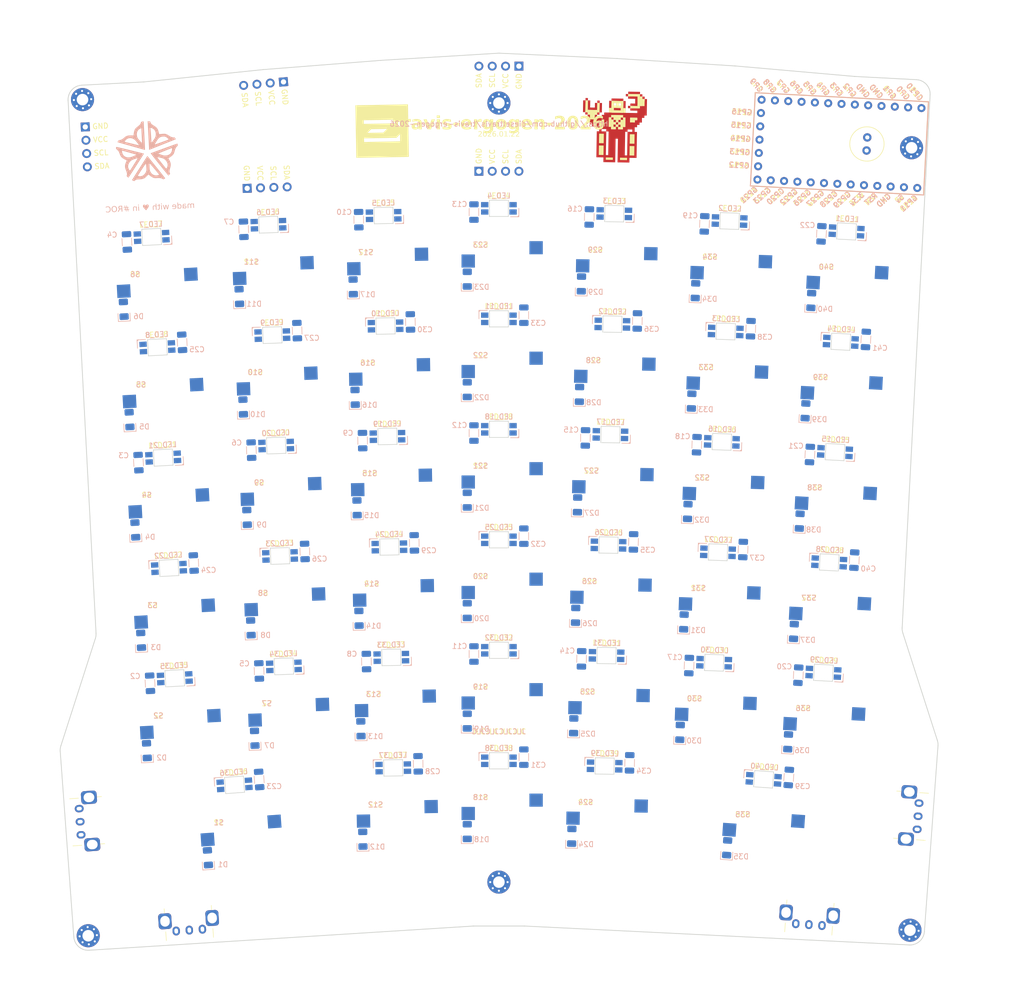
<source format=kicad_pcb>
(kicad_pcb (version 20240108) (generator "ergogen") (generator_version "4.2.1")
  (title_block (title "travis_erg2026") (date "2026-01-24") (rev "2026.01.22") (company "Travis Hardiman"))
  (layers (0 "F.Cu" signal) (31 "B.Cu" signal) (34 "B.Paste" user) (35 "F.Paste" user) (36 "B.SilkS" user "B.Silkscreen") (37 "F.SilkS" user "F.Silkscreen") (38 "B.Mask" user) (39 "F.Mask" user) (44 "Edge.Cuts" user))
  (net 0 "")
  (net 1 "GP10")
  (net 2 "D3")
  (net 3 "D2")
  (net 4 "GND")
  (net 5 "sda")
  (net 6 "scl")
  (net 7 "row0")
  (net 8 "row1")
  (net 9 "row2")
  (net 10 "row3")
  (net 11 "row4")
  (net 12 "row5")
  (net 13 "GP12")
  (net 14 "GP13")
  (net 15 "GP14")
  (net 16 "encA")
  (net 17 "encC")
  (net 18 "LED_1")
  (net 19 "col0")
  (net 20 "col1")
  (net 21 "col2")
  (net 22 "col3")
  (net 23 "col4")
  (net 24 "col5")
  (net 25 "col6")
  (net 26 "VCC")
  (net 27 "RST")
  (net 28 "RAW")
  (net 29 "GP11")
  (net 30 "matrix_col0_row0")
  (net 31 "matrix_col0_row1")
  (net 32 "matrix_col0_row2")
  (net 33 "matrix_col0_row3")
  (net 34 "matrix_col0_row4")
  (net 35 "matrix_col0_row5")
  (net 36 "matrix_col1_row1")
  (net 37 "matrix_col1_row2")
  (net 38 "matrix_col1_row3")
  (net 39 "matrix_col1_row4")
  (net 40 "matrix_col1_row5")
  (net 41 "matrix_col2_row0")
  (net 42 "matrix_col2_row1")
  (net 43 "matrix_col2_row2")
  (net 44 "matrix_col2_row3")
  (net 45 "matrix_col2_row4")
  (net 46 "matrix_col2_row5")
  (net 47 "matrix_col3_row0")
  (net 48 "matrix_col3_row1")
  (net 49 "matrix_col3_row2")
  (net 50 "matrix_col3_row3")
  (net 51 "matrix_col3_row4")
  (net 52 "matrix_col3_row5")
  (net 53 "matrix_col4_row0")
  (net 54 "matrix_col4_row1")
  (net 55 "matrix_col4_row2")
  (net 56 "matrix_col4_row3")
  (net 57 "matrix_col4_row4")
  (net 58 "matrix_col4_row5")
  (net 59 "matrix_col5_row1")
  (net 60 "matrix_col5_row2")
  (net 61 "matrix_col5_row3")
  (net 62 "matrix_col5_row4")
  (net 63 "matrix_col5_row5")
  (net 64 "matrix_col6_row0")
  (net 65 "matrix_col6_row1")
  (net 66 "matrix_col6_row2")
  (net 67 "matrix_col6_row3")
  (net 68 "matrix_col6_row4")
  (net 69 "matrix_col6_row5")
  (net 70 "LED_36")
  (net 71 "LED_35")
  (net 72 "LED_22")
  (net 73 "LED_21")
  (net 74 "LED_8")
  (net 75 "LED_7")
  (net 76 "LED_34")
  (net 77 "LED_20")
  (net 78 "LED_6")
  (net 79 "LED_33")
  (net 80 "LED_19")
  (net 81 "LED_5")
  (net 82 "LED_32")
  (net 83 "LED_18")
  (net 84 "LED_4")
  (net 85 "LED_31")
  (net 86 "LED_17")
  (net 87 "LED_3")
  (net 88 "LED_30")
  (net 89 "LED_16")
  (net 90 "LED_2")
  (net 91 "LED_29")
  (net 92 "LED_15")
  (net 93 "LED_37")
  (net 94 "LED_23")
  (net 95 "LED_9")
  (net 96 "LED_24")
  (net 97 "LED_10")
  (net 98 "LED_38")
  (net 99 "LED_25")
  (net 100 "LED_11")
  (net 101 "LED_39")
  (net 102 "LED_26")
  (net 103 "LED_12")
  (net 104 "LED_40")
  (net 105 "LED_27")
  (net 106 "LED_13")
  (net 107 "LED_28")
  (net 108 "LED_14")
  (footprint "RP2040_Pro_Micro" (layer "F.Cu") (at 173.58196350000006 72.33970290000003 -93)
    (property "Reference" "MCU1" (hide yes))
    (property "Value" "RP2040 Pro Micro" (hide yes))
    (fp_text reference "MCU1" hide)
    (fp_text value "RP2040 Pro Micro" hide)
    (fp_text user "GND" (at 9.16 -11.43 42) (layer "B.SilkS") (effects (font (thickness 0.2) (bold yes)) (justify left mirror)))
    (fp_text user "GP28" (at 9.16 -1.27 42) (layer "B.SilkS") (effects (font (thickness 0.2) (bold yes)) (justify left mirror)))
    (fp_text user "GP8" (at -9.16 11.43 -48) (layer "B.SilkS") (effects (font (thickness 0.2) (bold yes)) (justify left mirror)))
    (fp_text user "GP3" (at -9.16 -1.27 -48) (layer "B.SilkS") (effects (font (thickness 0.2) (bold yes)) (justify left mirror)))
    (fp_text user "GP26" (at 9.16 3.81 42) (layer "B.SilkS") (effects (font (thickness 0.2) (bold yes)) (justify left mirror)))
    (fp_text user "GP29" (at 9.16 -3.81 42) (layer "B.SilkS") (effects (font (thickness 0.2) (bold yes)) (justify left mirror)))
    (fp_text user "GP6" (at -9.16 6.35 -48) (layer "B.SilkS") (effects (font (thickness 0.2) (bold yes)) (justify left mirror)))
    (fp_text user "GP0" (at -9.16 -13.97 -48) (layer "B.SilkS") (effects (font (thickness 0.2) (bold yes)) (justify left mirror)))
    (fp_text user "GND" (at -9.16 -6.35 -48) (layer "B.SilkS") (effects (font (thickness 0.2) (bold yes)) (justify left mirror)))
    (fp_text user "GP14" (at 0 15.51 -3) (layer "B.SilkS") (effects (font (thickness 0.2) (bold yes)) (justify left mirror)))
    (fp_text user "GP27" (at 9.16 1.27 42) (layer "B.SilkS") (effects (font (thickness 0.2) (bold yes)) (justify left mirror)))
    (fp_text user "GP15" (at -2.54 15.51 -3) (layer "B.SilkS") (effects (font (thickness 0.2) (bold yes)) (justify left mirror)))
    (fp_text user "3.3v" (at 9.16 -6.35 42) (layer "B.SilkS") (effects (font (thickness 0.2) (bold yes)) (justify left mirror)))
    (fp_text user "GP21" (at 9.16 13.97 42) (layer "B.SilkS") (effects (font (thickness 0.2) (bold yes)) (justify left mirror)))
    (fp_text user "GP10" (at -9.16 -16.51 -48) (layer "B.SilkS") (effects (font (thickness 0.2) (bold yes)) (justify left mirror)))
    (fp_text user "GP1" (at -9.16 -11.43 -48) (layer "B.SilkS") (effects (font (thickness 0.2) (bold yes)) (justify left mirror)))
    (fp_text user "GP5" (at -9.16 3.81 -48) (layer "B.SilkS") (effects (font (thickness 0.2) (bold yes)) (justify left mirror)))
    (fp_text user "GP2" (at -9.16 -3.81 -48) (layer "B.SilkS") (effects (font (thickness 0.2) (bold yes)) (justify left mirror)))
    (fp_text user "GP20" (at 9.16 8.89 42) (layer "B.SilkS") (effects (font (thickness 0.2) (bold yes)) (justify left mirror)))
    (fp_text user "5v" (at 9.16 -13.97 42) (layer "B.SilkS") (effects (font (thickness 0.2) (bold yes)) (justify left mirror)))
    (fp_text user "GP13" (at 2.54 15.51 -3) (layer "B.SilkS") (effects (font (thickness 0.2) (bold yes)) (justify left mirror)))
    (fp_text user "GP16" (at -5.08 15.51 -3) (layer "B.SilkS") (effects (font (thickness 0.2) (bold yes)) (justify left mirror)))
    (fp_text user "GP7" (at -9.16 8.89 -48) (layer "B.SilkS") (effects (font (thickness 0.2) (bold yes)) (justify left mirror)))
    (fp_text user "GP4" (at -9.16 1.27 -48) (layer "B.SilkS") (effects (font (thickness 0.2) (bold yes)) (justify left mirror)))
    (fp_text user "GP9" (at -9.16 13.97 -48) (layer "B.SilkS") (effects (font (thickness 0.2) (bold yes)) (justify left mirror)))
    (fp_text user "GP23" (at 9.16 11.43 42) (layer "B.SilkS") (effects (font (thickness 0.2) (bold yes)) (justify left mirror)))
    (fp_text user "RST" (at 9.16 -8.89 42) (layer "B.SilkS") (effects (font (thickness 0.2) (bold yes)) (justify left mirror)))
    (fp_text user "GP22" (at 9.16 6.35 42) (layer "B.SilkS") (effects (font (thickness 0.2) (bold yes)) (justify left mirror)))
    (fp_text user "GP11" (at 9.16 -16.51 42) (layer "B.SilkS") (effects (font (thickness 0.2) (bold yes)) (justify left mirror)))
    (fp_text user "GP12" (at 5.08 15.51 -3) (layer "B.SilkS") (effects (font (thickness 0.2) (bold yes)) (justify left mirror)))
    (fp_text user "GND" (at -9.16 -8.89 -48) (layer "B.SilkS") (effects (font (thickness 0.2) (bold yes)) (justify left mirror)))
    (fp_text user "GP3" (at -9.16 -1.27 -48) (layer "F.SilkS") (effects (font (thickness 0.2) (bold yes)) (justify right)))
    (fp_text user "GP11" (at 9.16 -16.51 42) (layer "F.SilkS") (effects (font (thickness 0.2) (bold yes)) (justify right)))
    (fp_text user "GP1" (at -9.16 -11.43 -48) (layer "F.SilkS") (effects (font (thickness 0.2) (bold yes)) (justify right)))
    (fp_text user "GP23" (at 9.16 11.43 42) (layer "F.SilkS") (effects (font (thickness 0.2) (bold yes)) (justify right)))
    (fp_text user "GND" (at -9.16 -6.35 -48) (layer "F.SilkS") (effects (font (thickness 0.2) (bold yes)) (justify right)))
    (fp_text user "GP4" (at -9.16 1.27 -48) (layer "F.SilkS") (effects (font (thickness 0.2) (bold yes)) (justify right)))
    (fp_text user "GP16" (at 5.08 15.51 -3) (layer "F.SilkS") (effects (font (thickness 0.2) (bold yes)) (justify right)))
    (fp_text user "GP13" (at -2.54 15.51 -3) (layer "F.SilkS") (effects (font (thickness 0.2) (bold yes)) (justify right)))
    (fp_text user "GP20" (at 9.16 8.89 42) (layer "F.SilkS") (effects (font (thickness 0.2) (bold yes)) (justify right)))
    (fp_text user "GP15" (at 2.54 15.51 -3) (layer "F.SilkS") (effects (font (thickness 0.2) (bold yes)) (justify right)))
    (fp_text user "5v" (at 9.16 -13.97 42) (layer "F.SilkS") (effects (font (thickness 0.2) (bold yes)) (justify right)))
    (fp_text user "GND" (at -9.16 -8.89 -48) (layer "F.SilkS") (effects (font (thickness 0.2) (bold yes)) (justify right)))
    (fp_text user "GP2" (at -9.16 -3.81 -48) (layer "F.SilkS") (effects (font (thickness 0.2) (bold yes)) (justify right)))
    (fp_text user "GP29" (at 9.16 -3.81 42) (layer "F.SilkS") (effects (font (thickness 0.2) (bold yes)) (justify right)))
    (fp_text user "GP5" (at -9.16 3.81 -48) (layer "F.SilkS") (effects (font (thickness 0.2) (bold yes)) (justify right)))
    (fp_text user "GP8" (at -9.16 11.43 -48) (layer "F.SilkS") (effects (font (thickness 0.2) (bold yes)) (justify right)))
    (fp_text user "RST" (at 9.16 -8.89 42) (layer "F.SilkS") (effects (font (thickness 0.2) (bold yes)) (justify right)))
    (fp_text user "GP7" (at -9.16 8.89 -48) (layer "F.SilkS") (effects (font (thickness 0.2) (bold yes)) (justify right)))
    (fp_text user "GND" (at 9.16 -11.43 42) (layer "F.SilkS") (effects (font (thickness 0.2) (bold yes)) (justify right)))
    (fp_text user "GP14" (at 0 15.51 -3) (layer "F.SilkS") (effects (font (thickness 0.2) (bold yes)) (justify right)))
    (fp_text user "GP22" (at 9.16 6.35 42) (layer "F.SilkS") (effects (font (thickness 0.2) (bold yes)) (justify right)))
    (fp_text user "GP6" (at -9.16 6.35 -48) (layer "F.SilkS") (effects (font (thickness 0.2) (bold yes)) (justify right)))
    (fp_text user "GP26" (at 9.16 3.81 42) (layer "F.SilkS") (effects (font (thickness 0.2) (bold yes)) (justify right)))
    (fp_text user "GP12" (at -5.08 15.51 -3) (layer "F.SilkS") (effects (font (thickness 0.2) (bold yes)) (justify right)))
    (fp_text user "GP27" (at 9.16 1.27 42) (layer "F.SilkS") (effects (font (thickness 0.2) (bold yes)) (justify right)))
    (fp_text user "3.3v" (at 9.16 -6.35 42) (layer "F.SilkS") (effects (font (thickness 0.2) (bold yes)) (justify right)))
    (fp_text user "GP9" (at -9.16 13.97 -48) (layer "F.SilkS") (effects (font (thickness 0.2) (bold yes)) (justify right)))
    (fp_text user "GP10" (at -9.16 -16.51 -48) (layer "F.SilkS") (effects (font (thickness 0.2) (bold yes)) (justify right)))
    (fp_text user "GP21" (at 9.16 13.97 42) (layer "F.SilkS") (effects (font (thickness 0.2) (bold yes)) (justify right)))
    (fp_text user "GP28" (at 9.16 -1.27 42) (layer "F.SilkS") (effects (font (thickness 0.2) (bold yes)) (justify right)))
    (fp_text user "GP0" (at -9.16 -13.97 -48) (layer "F.SilkS") (effects (font (thickness 0.2) (bold yes)) (justify right)))
    (pad "1" thru_hole circle (at -7.62 -16.51) (size 1.524 1.524) (drill 0.762) (layers "*.Cu" "*.Mask") (net 1 "GP10"))
    (pad "2" thru_hole circle (at -7.62 -13.97) (size 1.524 1.524) (drill 0.762) (layers "*.Cu" "*.Mask") (net 2 "D3"))
    (pad "3" thru_hole circle (at -7.62 -11.43) (size 1.524 1.524) (drill 0.762) (layers "*.Cu" "*.Mask") (net 3 "D2"))
    (pad "4" thru_hole circle (at -7.62 -8.89) (size 1.524 1.524) (drill 0.762) (layers "*.Cu" "*.Mask") (net 4 "GND"))
    (pad "5" thru_hole circle (at -7.62 -6.35) (size 1.524 1.524) (drill 0.762) (layers "*.Cu" "*.Mask") (net 4 "GND"))
    (pad "6" thru_hole circle (at -7.62 -3.81) (size 1.524 1.524) (drill 0.762) (layers "*.Cu" "*.Mask") (net 5 "sda"))
    (pad "7" thru_hole circle (at -7.62 -1.27) (size 1.524 1.524) (drill 0.762) (layers "*.Cu" "*.Mask") (net 6 "scl"))
    (pad "8" thru_hole circle (at -7.62 1.27) (size 1.524 1.524) (drill 0.762) (layers "*.Cu" "*.Mask") (net 7 "row0"))
    (pad "9" thru_hole circle (at -7.62 3.81) (size 1.524 1.524) (drill 0.762) (layers "*.Cu" "*.Mask") (net 8 "row1"))
    (pad "10" thru_hole circle (at -7.62 6.35) (size 1.524 1.524) (drill 0.762) (layers "*.Cu" "*.Mask") (net 9 "row2"))
    (pad "11" thru_hole circle (at -7.62 8.89) (size 1.524 1.524) (drill 0.762) (layers "*.Cu" "*.Mask") (net 10 "row3"))
    (pad "12" thru_hole circle (at -7.62 11.43) (size 1.524 1.524) (drill 0.762) (layers "*.Cu" "*.Mask") (net 11 "row4"))
    (pad "13" thru_hole circle (at -7.62 13.97) (size 1.524 1.524) (drill 0.762) (layers "*.Cu" "*.Mask") (net 12 "row5"))
    (pad "14" thru_hole circle (at -5.08 13.97) (size 1.524 1.524) (drill 0.762) (layers "*.Cu" "*.Mask") (net 13 "GP12"))
    (pad "15" thru_hole circle (at -2.54 13.97) (size 1.524 1.524) (drill 0.762) (layers "*.Cu" "*.Mask") (net 14 "GP13"))
    (pad "16" thru_hole circle (at 0 13.97) (size 1.524 1.524) (drill 0.762) (layers "*.Cu" "*.Mask") (net 15 "GP14"))
    (pad "17" thru_hole circle (at 2.54 13.97) (size 1.524 1.524) (drill 0.762) (layers "*.Cu" "*.Mask") (net 16 "encA"))
    (pad "18" thru_hole circle (at 5.08 13.97) (size 1.524 1.524) (drill 0.762) (layers "*.Cu" "*.Mask") (net 17 "encC"))
    (pad "19" thru_hole circle (at 7.62 13.97) (size 1.524 1.524) (drill 0.762) (layers "*.Cu" "*.Mask") (net 18 "LED_1"))
    (pad "20" thru_hole circle (at 7.62 11.43) (size 1.524 1.524) (drill 0.762) (layers "*.Cu" "*.Mask") (net 19 "col0"))
    (pad "21" thru_hole circle (at 7.62 8.89) (size 1.524 1.524) (drill 0.762) (layers "*.Cu" "*.Mask") (net 20 "col1"))
    (pad "22" thru_hole circle (at 7.62 6.35) (size 1.524 1.524) (drill 0.762) (layers "*.Cu" "*.Mask") (net 21 "col2"))
    (pad "23" thru_hole circle (at 7.62 3.81) (size 1.524 1.524) (drill 0.762) (layers "*.Cu" "*.Mask") (net 22 "col3"))
    (pad "24" thru_hole circle (at 7.62 1.27) (size 1.524 1.524) (drill 0.762) (layers "*.Cu" "*.Mask") (net 23 "col4"))
    (pad "25" thru_hole circle (at 7.62 -1.27) (size 1.524 1.524) (drill 0.762) (layers "*.Cu" "*.Mask") (net 24 "col5"))
    (pad "26" thru_hole circle (at 7.62 -3.81) (size 1.524 1.524) (drill 0.762) (layers "*.Cu" "*.Mask") (net 25 "col6"))
    (pad "27" thru_hole circle (at 7.62 -6.35) (size 1.524 1.524) (drill 0.762) (layers "*.Cu" "*.Mask") (net 26 "VCC"))
    (pad "28" thru_hole circle (at 7.62 -8.89) (size 1.524 1.524) (drill 0.762) (layers "*.Cu" "*.Mask") (net 27 "RST"))
    (pad "29" thru_hole circle (at 7.62 -11.43) (size 1.524 1.524) (drill 0.762) (layers "*.Cu" "*.Mask") (net 4 "GND"))
    (pad "30" thru_hole circle (at 7.62 -13.97) (size 1.524 1.524) (drill 0.762) (layers "*.Cu" "*.Mask") (net 28 "RAW"))
    (pad "31" thru_hole circle (at 7.62 -16.51) (size 1.524 1.524) (drill 0.762) (layers "*.Cu" "*.Mask") (net 29 "GP11"))
  )
  (module "Capacitor_THT:C_Radial_D6.3mm_H11.0mm_P2.50mm" (layer F.Cu) (at 180.02071950000007 73.67851610000002 87)
    (fp_text reference "C1" hide)
    (fp_text value "6.3V 1000uF" hide)
    (pad 1 thru_hole circle (at 0 0) (size 1.6 1.6) (drill 0.8) (layers *.Cu *.Mask) (net 26 "VCC"))
    (pad 2 thru_hole circle (at 2.5 0) (size 1.6 1.6) (drill 0.8) (layers *.Cu *.Mask) (net 4 "GND"))
  )
  (footprint "I2C_Breakout" (layer "F.Cu") (at 31.236895099999998 69.18086820000002 3)
    (fp_text reference "OLED1" hide)
    (fp_text value "I2C_Breakout" (hide yes))
    (fp_text user "GND" (at 1.27 0 3) (layer "F.SilkS") (effects (justify left)))
    (fp_text user "VCC" (at 1.27 2.54 3) (layer "F.SilkS") (effects (justify left)))
    (fp_text user "SCL" (at 1.27 5.08 3) (layer "F.SilkS") (effects (justify left)))
    (fp_text user "SDA" (at 1.27 7.62 3) (layer "F.SilkS") (effects (justify left)))
    (pad "1" thru_hole rect (at 0 0 3) (size 1.7 1.7) (drill 1) (layers *.Cu *.Mask) (net 4 "GND"))
    (pad "2" thru_hole oval (at 0 2.54 3) (size 1.7 1.7) (drill 1) (layers *.Cu *.Mask) (net 26 "VCC"))
    (pad "3" thru_hole oval (at 0 5.08 3) (size 1.7 1.7) (drill 1) (layers *.Cu *.Mask) (net 6 "scl"))
    (pad "4" thru_hole oval (at 0 7.62 3) (size 1.7 1.7) (drill 1) (layers *.Cu *.Mask) (net 5 "sda"))
  )
  (footprint "I2C_Breakout" (layer "F.Cu") (at 62.06966869999998 80.88144240000004 92)
    (fp_text reference "OLED2" hide)
    (fp_text value "I2C_Breakout" (hide yes))
    (fp_text user "GND" (at 1.27 0 272) (layer "F.SilkS") (effects (justify right)))
    (fp_text user "VCC" (at 1.27 2.54 272) (layer "F.SilkS") (effects (justify right)))
    (fp_text user "SCL" (at 1.27 5.08 272) (layer "F.SilkS") (effects (justify right)))
    (fp_text user "SDA" (at 1.27 7.62 272) (layer "F.SilkS") (effects (justify right)))
    (pad "1" thru_hole rect (at 0 0 92) (size 1.7 1.7) (drill 1) (layers *.Cu *.Mask) (net 4 "GND"))
    (pad "2" thru_hole oval (at 0 2.54 92) (size 1.7 1.7) (drill 1) (layers *.Cu *.Mask) (net 26 "VCC"))
    (pad "3" thru_hole oval (at 0 5.08 92) (size 1.7 1.7) (drill 1) (layers *.Cu *.Mask) (net 6 "scl"))
    (pad "4" thru_hole oval (at 0 7.62 92) (size 1.7 1.7) (drill 1) (layers *.Cu *.Mask) (net 5 "sda"))
  )
  (footprint "I2C_Breakout" (layer "F.Cu") (at 68.98616439999998 60.60270690000004 275)
    (fp_text reference "OLED3" hide)
    (fp_text value "I2C_Breakout" (hide yes))
    (fp_text user "GND" (at 1.27 0 455) (layer "F.SilkS") (effects (justify left)))
    (fp_text user "VCC" (at 1.27 2.54 455) (layer "F.SilkS") (effects (justify left)))
    (fp_text user "SCL" (at 1.27 5.08 455) (layer "F.SilkS") (effects (justify left)))
    (fp_text user "SDA" (at 1.27 7.62 455) (layer "F.SilkS") (effects (justify left)))
    (pad "1" thru_hole rect (at 0 0 275) (size 1.7 1.7) (drill 1) (layers *.Cu *.Mask) (net 4 "GND"))
    (pad "2" thru_hole oval (at 0 2.54 275) (size 1.7 1.7) (drill 1) (layers *.Cu *.Mask) (net 26 "VCC"))
    (pad "3" thru_hole oval (at 0 5.08 275) (size 1.7 1.7) (drill 1) (layers *.Cu *.Mask) (net 6 "scl"))
    (pad "4" thru_hole oval (at 0 7.62 275) (size 1.7 1.7) (drill 1) (layers *.Cu *.Mask) (net 5 "sda"))
  )
  (footprint "I2C_Breakout" (layer "F.Cu") (at 106.19256659999999 77.62814029999996 90)
    (fp_text reference "OLED4" hide)
    (fp_text value "I2C_Breakout" (hide yes))
    (fp_text user "GND" (at 1.27 0 90) (layer "F.SilkS") (effects (justify left)))
    (fp_text user "VCC" (at 1.27 2.54 90) (layer "F.SilkS") (effects (justify left)))
    (fp_text user "SCL" (at 1.27 5.08 90) (layer "F.SilkS") (effects (justify left)))
    (fp_text user "SDA" (at 1.27 7.62 90) (layer "F.SilkS") (effects (justify left)))
    (pad "1" thru_hole rect (at 0 0 90) (size 1.7 1.7) (drill 1) (layers *.Cu *.Mask) (net 4 "GND"))
    (pad "2" thru_hole oval (at 0 2.54 90) (size 1.7 1.7) (drill 1) (layers *.Cu *.Mask) (net 26 "VCC"))
    (pad "3" thru_hole oval (at 0 5.08 90) (size 1.7 1.7) (drill 1) (layers *.Cu *.Mask) (net 6 "scl"))
    (pad "4" thru_hole oval (at 0 7.62 90) (size 1.7 1.7) (drill 1) (layers *.Cu *.Mask) (net 5 "sda"))
  )
  (footprint "I2C_Breakout" (layer "F.Cu") (at 113.8125666 57.603140299999964 270)
    (fp_text reference "OLED5" hide)
    (fp_text value "I2C_Breakout" (hide yes))
    (fp_text user "GND" (at 1.27 0 450) (layer "F.SilkS") (effects (justify right)))
    (fp_text user "VCC" (at 1.27 2.54 450) (layer "F.SilkS") (effects (justify right)))
    (fp_text user "SCL" (at 1.27 5.08 450) (layer "F.SilkS") (effects (justify right)))
    (fp_text user "SDA" (at 1.27 7.62 450) (layer "F.SilkS") (effects (justify right)))
    (pad "1" thru_hole rect (at 0 0 270) (size 1.7 1.7) (drill 1) (layers *.Cu *.Mask) (net 4 "GND"))
    (pad "2" thru_hole oval (at 0 2.54 270) (size 1.7 1.7) (drill 1) (layers *.Cu *.Mask) (net 26 "VCC"))
    (pad "3" thru_hole oval (at 0 5.08 270) (size 1.7 1.7) (drill 1) (layers *.Cu *.Mask) (net 6 "scl"))
    (pad "4" thru_hole oval (at 0 7.62 270) (size 1.7 1.7) (drill 1) (layers *.Cu *.Mask) (net 5 "sda"))
  )
  (footprint "Alps-EC10E1220501" (layer "F.Cu") (at 30.2589133 201.5558188 -86)
    (property "Reference" "ROT1" hide)
    (property "Value" "EC10E1220501" (hide yes))
    (pad "4" thru_hole roundrect (at -4.5 -2 -86) (size 2.5 3) (drill oval 1.8 2.05) (layers "*.Cu" "*.Mask") (net 4 "GND"))
    (pad "4" thru_hole roundrect (at 4.5 -2 -86) (size 2.5 3) (drill oval 1.8 2.05) (layers "*.Cu" "*.Mask") (net 4 "GND"))
    (pad "A" thru_hole oval (at -2.5 0 -86) (size 1.4 1.7) (drill oval 0.7 1) (layers "*.Cu" "*.Mask") (net 16 "encA"))
    (pad "B" thru_hole oval (at 0 0 -86) (size 1.4 1.7) (drill oval 0.7 1) (layers "*.Cu" "*.Mask") (net 4 "GND"))
    (pad "C" thru_hole oval (at 2.5 0 -86) (size 1.4 1.7) (drill oval 0.7 1) (layers "*.Cu" "*.Mask") (net 17 "encC"))
  )
  (footprint "Alps-EC10E1220501" (layer "F.Cu") (at 51.050029699999996 222.2058062 4)
    (property "Reference" "ROT2" hide)
    (property "Value" "EC10E1220501" (hide yes))
    (pad "4" thru_hole roundrect (at -4.5 -2 4) (size 2.5 3) (drill oval 1.8 2.05) (layers "*.Cu" "*.Mask") (net 4 "GND"))
    (pad "4" thru_hole roundrect (at 4.5 -2 4) (size 2.5 3) (drill oval 1.8 2.05) (layers "*.Cu" "*.Mask") (net 4 "GND"))
    (pad "A" thru_hole oval (at -2.5 0 4) (size 1.4 1.7) (drill oval 0.7 1) (layers "*.Cu" "*.Mask") (net 16 "encA"))
    (pad "B" thru_hole oval (at 0 0 4) (size 1.4 1.7) (drill oval 0.7 1) (layers "*.Cu" "*.Mask") (net 4 "GND"))
    (pad "C" thru_hole oval (at 2.5 0 4) (size 1.4 1.7) (drill oval 0.7 1) (layers "*.Cu" "*.Mask") (net 17 "encC"))
  )
  (footprint "Alps-EC10E1220501" (layer "F.Cu") (at 169.0349174 221.15784090000002 -4)
    (property "Reference" "ROT3" hide)
    (property "Value" "EC10E1220501" (hide yes))
    (pad "4" thru_hole roundrect (at -4.5 -2 -4) (size 2.5 3) (drill oval 1.8 2.05) (layers "*.Cu" "*.Mask") (net 4 "GND"))
    (pad "4" thru_hole roundrect (at 4.5 -2 -4) (size 2.5 3) (drill oval 1.8 2.05) (layers "*.Cu" "*.Mask") (net 4 "GND"))
    (pad "A" thru_hole oval (at -2.5 0 -4) (size 1.4 1.7) (drill oval 0.7 1) (layers "*.Cu" "*.Mask") (net 16 "encA"))
    (pad "B" thru_hole oval (at 0 0 -4) (size 1.4 1.7) (drill oval 0.7 1) (layers "*.Cu" "*.Mask") (net 4 "GND"))
    (pad "C" thru_hole oval (at 2.5 0 -4) (size 1.4 1.7) (drill oval 0.7 1) (layers "*.Cu" "*.Mask") (net 17 "encC"))
  )
  (footprint "Alps-EC10E1220501" (layer "F.Cu") (at 189.8260338 200.5078535 86)
    (property "Reference" "ROT4" hide)
    (property "Value" "EC10E1220501" (hide yes))
    (pad "4" thru_hole roundrect (at -4.5 -2 86) (size 2.5 3) (drill oval 1.8 2.05) (layers "*.Cu" "*.Mask") (net 4 "GND"))
    (pad "4" thru_hole roundrect (at 4.5 -2 86) (size 2.5 3) (drill oval 1.8 2.05) (layers "*.Cu" "*.Mask") (net 4 "GND"))
    (pad "A" thru_hole oval (at -2.5 0 86) (size 1.4 1.7) (drill oval 0.7 1) (layers "*.Cu" "*.Mask") (net 16 "encA"))
    (pad "B" thru_hole oval (at 0 0 86) (size 1.4 1.7) (drill oval 0.7 1) (layers "*.Cu" "*.Mask") (net 4 "GND"))
    (pad "C" thru_hole oval (at 2.5 0 86) (size 1.4 1.7) (drill oval 0.7 1) (layers "*.Cu" "*.Mask") (net 17 "encC"))
  )
  (module "travis:MX" (layer F.Cu) (at 60.0112611 199.475332 184)
    (fp_text reference "S1" (at 3.5 -2 0) (layer F.SilkS))
    (fp_text value "Kailh MX Switch Sockets" hide)
    (pad "" np_thru_hole circle (at 0 0) (size 3.9878 3.9878) (drill 3.9878) (layers *.Cu *.Mask))
    (pad "" np_thru_hole circle (at 5.08 0) (size 1.7018 1.7018) (drill 1.7018) (layers *.Cu *.Mask))
    (pad "" np_thru_hole circle (at -5.08 0) (size 1.7018 1.7018) (drill 1.7018) (layers *.Cu *.Mask))
    (pad "" np_thru_hole circle (at 2.54 -5.08) (size 3 3) (drill 3) (layers *.Cu *.Mask))
    (pad "" np_thru_hole circle (at -3.81 -2.54) (size 3 3) (drill 3) (layers *.Cu *.Mask))
    (pad 1 smd rect (at -7.085 -2.54 184) (size 2.55 2.5) (layers B.Cu B.Paste B.Mask) (net 19 "col0"))
    (pad 2 smd rect (at 5.842 -5.08 184) (size 2.55 2.5) (layers B.Cu B.Paste B.Mask) (net 30 "matrix_col0_row0"))
  )
  (gr_text "S1" (at 56.6593 201.7146 0) (layer B.SilkS) (effects (font (size 1 1)) (justify mirror)))
  (module "travis:MX" (layer F.Cu) (at 48.542307699999995 179.1759173 183)
    (fp_text reference "S2" (at 3.5 -2 0) (layer F.SilkS))
    (fp_text value "Kailh MX Switch Sockets" hide)
    (pad "" np_thru_hole circle (at 0 0) (size 3.9878 3.9878) (drill 3.9878) (layers *.Cu *.Mask))
    (pad "" np_thru_hole circle (at 5.08 0) (size 1.7018 1.7018) (drill 1.7018) (layers *.Cu *.Mask))
    (pad "" np_thru_hole circle (at -5.08 0) (size 1.7018 1.7018) (drill 1.7018) (layers *.Cu *.Mask))
    (pad "" np_thru_hole circle (at 2.54 -5.08) (size 3 3) (drill 3) (layers *.Cu *.Mask))
    (pad "" np_thru_hole circle (at -3.81 -2.54) (size 3 3) (drill 3) (layers *.Cu *.Mask))
    (pad 1 smd rect (at -7.085 -2.54 183) (size 2.55 2.5) (layers B.Cu B.Paste B.Mask) (net 19 "col0"))
    (pad 2 smd rect (at 5.842 -5.08 183) (size 2.55 2.5) (layers B.Cu B.Paste B.Mask) (net 31 "matrix_col0_row1"))
  )
  (gr_text "S2" (at 45.1518 181.3564 0) (layer B.SilkS) (effects (font (size 1 1)) (justify mirror)))
  (module "travis:MX" (layer F.Cu) (at 47.440635799999995 158.15476560000002 183)
    (fp_text reference "S3" (at 3.5 -2 0) (layer F.SilkS))
    (fp_text value "Kailh MX Switch Sockets" hide)
    (pad "" np_thru_hole circle (at 0 0) (size 3.9878 3.9878) (drill 3.9878) (layers *.Cu *.Mask))
    (pad "" np_thru_hole circle (at 5.08 0) (size 1.7018 1.7018) (drill 1.7018) (layers *.Cu *.Mask))
    (pad "" np_thru_hole circle (at -5.08 0) (size 1.7018 1.7018) (drill 1.7018) (layers *.Cu *.Mask))
    (pad "" np_thru_hole circle (at 2.54 -5.08) (size 3 3) (drill 3) (layers *.Cu *.Mask))
    (pad "" np_thru_hole circle (at -3.81 -2.54) (size 3 3) (drill 3) (layers *.Cu *.Mask))
    (pad 1 smd rect (at -7.085 -2.54 183) (size 2.55 2.5) (layers B.Cu B.Paste B.Mask) (net 19 "col0"))
    (pad 2 smd rect (at 5.842 -5.08 183) (size 2.55 2.5) (layers B.Cu B.Paste B.Mask) (net 32 "matrix_col0_row2"))
  )
  (gr_text "S3" (at 44.0501 160.3352 0) (layer B.SilkS) (effects (font (size 1 1)) (justify mirror)))
  (module "travis:MX" (layer F.Cu) (at 46.338963899999996 137.13361390000003 183)
    (fp_text reference "S4" (at 3.5 -2 0) (layer F.SilkS))
    (fp_text value "Kailh MX Switch Sockets" hide)
    (pad "" np_thru_hole circle (at 0 0) (size 3.9878 3.9878) (drill 3.9878) (layers *.Cu *.Mask))
    (pad "" np_thru_hole circle (at 5.08 0) (size 1.7018 1.7018) (drill 1.7018) (layers *.Cu *.Mask))
    (pad "" np_thru_hole circle (at -5.08 0) (size 1.7018 1.7018) (drill 1.7018) (layers *.Cu *.Mask))
    (pad "" np_thru_hole circle (at 2.54 -5.08) (size 3 3) (drill 3) (layers *.Cu *.Mask))
    (pad "" np_thru_hole circle (at -3.81 -2.54) (size 3 3) (drill 3) (layers *.Cu *.Mask))
    (pad 1 smd rect (at -7.085 -2.54 183) (size 2.55 2.5) (layers B.Cu B.Paste B.Mask) (net 19 "col0"))
    (pad 2 smd rect (at 5.842 -5.08 183) (size 2.55 2.5) (layers B.Cu B.Paste B.Mask) (net 33 "matrix_col0_row3"))
  )
  (gr_text "S4" (at 42.9484 139.3140 0) (layer B.SilkS) (effects (font (size 1 1)) (justify mirror)))
  (module "travis:MX" (layer F.Cu) (at 45.237292 116.11246220000002 183)
    (fp_text reference "S5" (at 3.5 -2 0) (layer F.SilkS))
    (fp_text value "Kailh MX Switch Sockets" hide)
    (pad "" np_thru_hole circle (at 0 0) (size 3.9878 3.9878) (drill 3.9878) (layers *.Cu *.Mask))
    (pad "" np_thru_hole circle (at 5.08 0) (size 1.7018 1.7018) (drill 1.7018) (layers *.Cu *.Mask))
    (pad "" np_thru_hole circle (at -5.08 0) (size 1.7018 1.7018) (drill 1.7018) (layers *.Cu *.Mask))
    (pad "" np_thru_hole circle (at 2.54 -5.08) (size 3 3) (drill 3) (layers *.Cu *.Mask))
    (pad "" np_thru_hole circle (at -3.81 -2.54) (size 3 3) (drill 3) (layers *.Cu *.Mask))
    (pad 1 smd rect (at -7.085 -2.54 183) (size 2.55 2.5) (layers B.Cu B.Paste B.Mask) (net 19 "col0"))
    (pad 2 smd rect (at 5.842 -5.08 183) (size 2.55 2.5) (layers B.Cu B.Paste B.Mask) (net 34 "matrix_col0_row4"))
  )
  (gr_text "S5" (at 41.8468 118.2929 0) (layer B.SilkS) (effects (font (size 1 1)) (justify mirror)))
  (module "travis:MX" (layer F.Cu) (at 44.1356201 95.09131050000002 183)
    (fp_text reference "S6" (at 3.5 -2 0) (layer F.SilkS))
    (fp_text value "Kailh MX Switch Sockets" hide)
    (pad "" np_thru_hole circle (at 0 0) (size 3.9878 3.9878) (drill 3.9878) (layers *.Cu *.Mask))
    (pad "" np_thru_hole circle (at 5.08 0) (size 1.7018 1.7018) (drill 1.7018) (layers *.Cu *.Mask))
    (pad "" np_thru_hole circle (at -5.08 0) (size 1.7018 1.7018) (drill 1.7018) (layers *.Cu *.Mask))
    (pad "" np_thru_hole circle (at 2.54 -5.08) (size 3 3) (drill 3) (layers *.Cu *.Mask))
    (pad "" np_thru_hole circle (at -3.81 -2.54) (size 3 3) (drill 3) (layers *.Cu *.Mask))
    (pad 1 smd rect (at -7.085 -2.54 183) (size 2.55 2.5) (layers B.Cu B.Paste B.Mask) (net 19 "col0"))
    (pad 2 smd rect (at 5.842 -5.08 183) (size 2.55 2.5) (layers B.Cu B.Paste B.Mask) (net 35 "matrix_col0_row5"))
  )
  (gr_text "S6" (at 40.7451 97.2717 0) (layer B.SilkS) (effects (font (size 1 1)) (justify mirror)))
  (module "travis:MX" (layer F.Cu) (at 69.2355518 176.9148576 182)
    (fp_text reference "S7" (at 3.5 -2 0) (layer F.SilkS))
    (fp_text value "Kailh MX Switch Sockets" hide)
    (pad "" np_thru_hole circle (at 0 0) (size 3.9878 3.9878) (drill 3.9878) (layers *.Cu *.Mask))
    (pad "" np_thru_hole circle (at 5.08 0) (size 1.7018 1.7018) (drill 1.7018) (layers *.Cu *.Mask))
    (pad "" np_thru_hole circle (at -5.08 0) (size 1.7018 1.7018) (drill 1.7018) (layers *.Cu *.Mask))
    (pad "" np_thru_hole circle (at 2.54 -5.08) (size 3 3) (drill 3) (layers *.Cu *.Mask))
    (pad "" np_thru_hole circle (at -3.81 -2.54) (size 3 3) (drill 3) (layers *.Cu *.Mask))
    (pad 1 smd rect (at -7.085 -2.54 182) (size 2.55 2.5) (layers B.Cu B.Paste B.Mask) (net 20 "col1"))
    (pad 2 smd rect (at 5.842 -5.08 182) (size 2.55 2.5) (layers B.Cu B.Paste B.Mask) (net 36 "matrix_col1_row1"))
  )
  (gr_text "S7" (at 65.8075 179.0358 0) (layer B.SilkS) (effects (font (size 1 1)) (justify mirror)))
  (module "travis:MX" (layer F.Cu) (at 68.50091739999999 155.8776807 182)
    (fp_text reference "S8" (at 3.5 -2 0) (layer F.SilkS))
    (fp_text value "Kailh MX Switch Sockets" hide)
    (pad "" np_thru_hole circle (at 0 0) (size 3.9878 3.9878) (drill 3.9878) (layers *.Cu *.Mask))
    (pad "" np_thru_hole circle (at 5.08 0) (size 1.7018 1.7018) (drill 1.7018) (layers *.Cu *.Mask))
    (pad "" np_thru_hole circle (at -5.08 0) (size 1.7018 1.7018) (drill 1.7018) (layers *.Cu *.Mask))
    (pad "" np_thru_hole circle (at 2.54 -5.08) (size 3 3) (drill 3) (layers *.Cu *.Mask))
    (pad "" np_thru_hole circle (at -3.81 -2.54) (size 3 3) (drill 3) (layers *.Cu *.Mask))
    (pad 1 smd rect (at -7.085 -2.54 182) (size 2.55 2.5) (layers B.Cu B.Paste B.Mask) (net 20 "col1"))
    (pad 2 smd rect (at 5.842 -5.08 182) (size 2.55 2.5) (layers B.Cu B.Paste B.Mask) (net 37 "matrix_col1_row2"))
  )
  (gr_text "S8" (at 65.0728 157.9986 0) (layer B.SilkS) (effects (font (size 1 1)) (justify mirror)))
  (module "travis:MX" (layer F.Cu) (at 67.76628299999999 134.84050380000002 182)
    (fp_text reference "S9" (at 3.5 -2 0) (layer F.SilkS))
    (fp_text value "Kailh MX Switch Sockets" hide)
    (pad "" np_thru_hole circle (at 0 0) (size 3.9878 3.9878) (drill 3.9878) (layers *.Cu *.Mask))
    (pad "" np_thru_hole circle (at 5.08 0) (size 1.7018 1.7018) (drill 1.7018) (layers *.Cu *.Mask))
    (pad "" np_thru_hole circle (at -5.08 0) (size 1.7018 1.7018) (drill 1.7018) (layers *.Cu *.Mask))
    (pad "" np_thru_hole circle (at 2.54 -5.08) (size 3 3) (drill 3) (layers *.Cu *.Mask))
    (pad "" np_thru_hole circle (at -3.81 -2.54) (size 3 3) (drill 3) (layers *.Cu *.Mask))
    (pad 1 smd rect (at -7.085 -2.54 182) (size 2.55 2.5) (layers B.Cu B.Paste B.Mask) (net 20 "col1"))
    (pad 2 smd rect (at 5.842 -5.08 182) (size 2.55 2.5) (layers B.Cu B.Paste B.Mask) (net 38 "matrix_col1_row3"))
  )
  (gr_text "S9" (at 64.3382 136.9614 0) (layer B.SilkS) (effects (font (size 1 1)) (justify mirror)))
  (module "travis:MX" (layer F.Cu) (at 67.03164859999998 113.80332690000003 182)
    (fp_text reference "S10" (at 3.5 -2 0) (layer F.SilkS))
    (fp_text value "Kailh MX Switch Sockets" hide)
    (pad "" np_thru_hole circle (at 0 0) (size 3.9878 3.9878) (drill 3.9878) (layers *.Cu *.Mask))
    (pad "" np_thru_hole circle (at 5.08 0) (size 1.7018 1.7018) (drill 1.7018) (layers *.Cu *.Mask))
    (pad "" np_thru_hole circle (at -5.08 0) (size 1.7018 1.7018) (drill 1.7018) (layers *.Cu *.Mask))
    (pad "" np_thru_hole circle (at 2.54 -5.08) (size 3 3) (drill 3) (layers *.Cu *.Mask))
    (pad "" np_thru_hole circle (at -3.81 -2.54) (size 3 3) (drill 3) (layers *.Cu *.Mask))
    (pad 1 smd rect (at -7.085 -2.54 182) (size 2.55 2.5) (layers B.Cu B.Paste B.Mask) (net 20 "col1"))
    (pad 2 smd rect (at 5.842 -5.08 182) (size 2.55 2.5) (layers B.Cu B.Paste B.Mask) (net 39 "matrix_col1_row4"))
  )
  (gr_text "S10" (at 63.6036 115.9243 0) (layer B.SilkS) (effects (font (size 1 1)) (justify mirror)))
  (module "travis:MX" (layer F.Cu) (at 66.29701419999998 92.76615000000004 182)
    (fp_text reference "S11" (at 3.5 -2 0) (layer F.SilkS))
    (fp_text value "Kailh MX Switch Sockets" hide)
    (pad "" np_thru_hole circle (at 0 0) (size 3.9878 3.9878) (drill 3.9878) (layers *.Cu *.Mask))
    (pad "" np_thru_hole circle (at 5.08 0) (size 1.7018 1.7018) (drill 1.7018) (layers *.Cu *.Mask))
    (pad "" np_thru_hole circle (at -5.08 0) (size 1.7018 1.7018) (drill 1.7018) (layers *.Cu *.Mask))
    (pad "" np_thru_hole circle (at 2.54 -5.08) (size 3 3) (drill 3) (layers *.Cu *.Mask))
    (pad "" np_thru_hole circle (at -3.81 -2.54) (size 3 3) (drill 3) (layers *.Cu *.Mask))
    (pad 1 smd rect (at -7.085 -2.54 182) (size 2.55 2.5) (layers B.Cu B.Paste B.Mask) (net 20 "col1"))
    (pad 2 smd rect (at 5.842 -5.08 182) (size 2.55 2.5) (layers B.Cu B.Paste B.Mask) (net 40 "matrix_col1_row5"))
  )
  (gr_text "S11" (at 62.8689 94.8871 0) (layer B.SilkS) (effects (font (size 1 1)) (justify mirror)))
  (module "travis:MX" (layer F.Cu) (at 89.9730728 196.2529088 181)
    (fp_text reference "S12" (at 3.5 -2 0) (layer F.SilkS))
    (fp_text value "Kailh MX Switch Sockets" hide)
    (pad "" np_thru_hole circle (at 0 0) (size 3.9878 3.9878) (drill 3.9878) (layers *.Cu *.Mask))
    (pad "" np_thru_hole circle (at 5.08 0) (size 1.7018 1.7018) (drill 1.7018) (layers *.Cu *.Mask))
    (pad "" np_thru_hole circle (at -5.08 0) (size 1.7018 1.7018) (drill 1.7018) (layers *.Cu *.Mask))
    (pad "" np_thru_hole circle (at 2.54 -5.08) (size 3 3) (drill 3) (layers *.Cu *.Mask))
    (pad "" np_thru_hole circle (at -3.81 -2.54) (size 3 3) (drill 3) (layers *.Cu *.Mask))
    (pad 1 smd rect (at -7.085 -2.54 181) (size 2.55 2.5) (layers B.Cu B.Paste B.Mask) (net 21 "col2"))
    (pad 2 smd rect (at 5.842 -5.08 181) (size 2.55 2.5) (layers B.Cu B.Paste B.Mask) (net 41 "matrix_col2_row0"))
  )
  (gr_text "S12" (at 86.5085 198.3137 0) (layer B.SilkS) (effects (font (size 1 1)) (justify mirror)))
  (module "travis:MX" (layer F.Cu) (at 89.6056996 175.2061148 181)
    (fp_text reference "S13" (at 3.5 -2 0) (layer F.SilkS))
    (fp_text value "Kailh MX Switch Sockets" hide)
    (pad "" np_thru_hole circle (at 0 0) (size 3.9878 3.9878) (drill 3.9878) (layers *.Cu *.Mask))
    (pad "" np_thru_hole circle (at 5.08 0) (size 1.7018 1.7018) (drill 1.7018) (layers *.Cu *.Mask))
    (pad "" np_thru_hole circle (at -5.08 0) (size 1.7018 1.7018) (drill 1.7018) (layers *.Cu *.Mask))
    (pad "" np_thru_hole circle (at 2.54 -5.08) (size 3 3) (drill 3) (layers *.Cu *.Mask))
    (pad "" np_thru_hole circle (at -3.81 -2.54) (size 3 3) (drill 3) (layers *.Cu *.Mask))
    (pad 1 smd rect (at -7.085 -2.54 181) (size 2.55 2.5) (layers B.Cu B.Paste B.Mask) (net 21 "col2"))
    (pad 2 smd rect (at 5.842 -5.08 181) (size 2.55 2.5) (layers B.Cu B.Paste B.Mask) (net 42 "matrix_col2_row1"))
  )
  (gr_text "S13" (at 86.1411 177.2669 0) (layer B.SilkS) (effects (font (size 1 1)) (justify mirror)))
  (module "travis:MX" (layer F.Cu) (at 89.23832639999999 154.1593208 181)
    (fp_text reference "S14" (at 3.5 -2 0) (layer F.SilkS))
    (fp_text value "Kailh MX Switch Sockets" hide)
    (pad "" np_thru_hole circle (at 0 0) (size 3.9878 3.9878) (drill 3.9878) (layers *.Cu *.Mask))
    (pad "" np_thru_hole circle (at 5.08 0) (size 1.7018 1.7018) (drill 1.7018) (layers *.Cu *.Mask))
    (pad "" np_thru_hole circle (at -5.08 0) (size 1.7018 1.7018) (drill 1.7018) (layers *.Cu *.Mask))
    (pad "" np_thru_hole circle (at 2.54 -5.08) (size 3 3) (drill 3) (layers *.Cu *.Mask))
    (pad "" np_thru_hole circle (at -3.81 -2.54) (size 3 3) (drill 3) (layers *.Cu *.Mask))
    (pad 1 smd rect (at -7.085 -2.54 181) (size 2.55 2.5) (layers B.Cu B.Paste B.Mask) (net 21 "col2"))
    (pad 2 smd rect (at 5.842 -5.08 181) (size 2.55 2.5) (layers B.Cu B.Paste B.Mask) (net 43 "matrix_col2_row2"))
  )
  (gr_text "S14" (at 85.7738 156.2201 0) (layer B.SilkS) (effects (font (size 1 1)) (justify mirror)))
  (module "travis:MX" (layer F.Cu) (at 88.87095319999999 133.11252679999998 181)
    (fp_text reference "S15" (at 3.5 -2 0) (layer F.SilkS))
    (fp_text value "Kailh MX Switch Sockets" hide)
    (pad "" np_thru_hole circle (at 0 0) (size 3.9878 3.9878) (drill 3.9878) (layers *.Cu *.Mask))
    (pad "" np_thru_hole circle (at 5.08 0) (size 1.7018 1.7018) (drill 1.7018) (layers *.Cu *.Mask))
    (pad "" np_thru_hole circle (at -5.08 0) (size 1.7018 1.7018) (drill 1.7018) (layers *.Cu *.Mask))
    (pad "" np_thru_hole circle (at 2.54 -5.08) (size 3 3) (drill 3) (layers *.Cu *.Mask))
    (pad "" np_thru_hole circle (at -3.81 -2.54) (size 3 3) (drill 3) (layers *.Cu *.Mask))
    (pad 1 smd rect (at -7.085 -2.54 181) (size 2.55 2.5) (layers B.Cu B.Paste B.Mask) (net 21 "col2"))
    (pad 2 smd rect (at 5.842 -5.08 181) (size 2.55 2.5) (layers B.Cu B.Paste B.Mask) (net 44 "matrix_col2_row3"))
  )
  (gr_text "S15" (at 85.4064 135.1733 0) (layer B.SilkS) (effects (font (size 1 1)) (justify mirror)))
  (module "travis:MX" (layer F.Cu) (at 88.50357999999999 112.06573279999998 181)
    (fp_text reference "S16" (at 3.5 -2 0) (layer F.SilkS))
    (fp_text value "Kailh MX Switch Sockets" hide)
    (pad "" np_thru_hole circle (at 0 0) (size 3.9878 3.9878) (drill 3.9878) (layers *.Cu *.Mask))
    (pad "" np_thru_hole circle (at 5.08 0) (size 1.7018 1.7018) (drill 1.7018) (layers *.Cu *.Mask))
    (pad "" np_thru_hole circle (at -5.08 0) (size 1.7018 1.7018) (drill 1.7018) (layers *.Cu *.Mask))
    (pad "" np_thru_hole circle (at 2.54 -5.08) (size 3 3) (drill 3) (layers *.Cu *.Mask))
    (pad "" np_thru_hole circle (at -3.81 -2.54) (size 3 3) (drill 3) (layers *.Cu *.Mask))
    (pad 1 smd rect (at -7.085 -2.54 181) (size 2.55 2.5) (layers B.Cu B.Paste B.Mask) (net 21 "col2"))
    (pad 2 smd rect (at 5.842 -5.08 181) (size 2.55 2.5) (layers B.Cu B.Paste B.Mask) (net 45 "matrix_col2_row4"))
  )
  (gr_text "S16" (at 85.0390 114.1265 0) (layer B.SilkS) (effects (font (size 1 1)) (justify mirror)))
  (module "travis:MX" (layer F.Cu) (at 88.13620679999998 91.01893879999997 181)
    (fp_text reference "S17" (at 3.5 -2 0) (layer F.SilkS))
    (fp_text value "Kailh MX Switch Sockets" hide)
    (pad "" np_thru_hole circle (at 0 0) (size 3.9878 3.9878) (drill 3.9878) (layers *.Cu *.Mask))
    (pad "" np_thru_hole circle (at 5.08 0) (size 1.7018 1.7018) (drill 1.7018) (layers *.Cu *.Mask))
    (pad "" np_thru_hole circle (at -5.08 0) (size 1.7018 1.7018) (drill 1.7018) (layers *.Cu *.Mask))
    (pad "" np_thru_hole circle (at 2.54 -5.08) (size 3 3) (drill 3) (layers *.Cu *.Mask))
    (pad "" np_thru_hole circle (at -3.81 -2.54) (size 3 3) (drill 3) (layers *.Cu *.Mask))
    (pad 1 smd rect (at -7.085 -2.54 181) (size 2.55 2.5) (layers B.Cu B.Paste B.Mask) (net 21 "col2"))
    (pad 2 smd rect (at 5.842 -5.08 181) (size 2.55 2.5) (layers B.Cu B.Paste B.Mask) (net 46 "matrix_col2_row5"))
  )
  (gr_text "S17" (at 84.6716 93.0797 0) (layer B.SilkS) (effects (font (size 1 1)) (justify mirror)))
  (module "travis:MX" (layer F.Cu) (at 110.0025666 194.9031403 180)
    (fp_text reference "S18" (at 3.5 -2 0) (layer F.SilkS))
    (fp_text value "Kailh MX Switch Sockets" hide)
    (pad "" np_thru_hole circle (at 0 0) (size 3.9878 3.9878) (drill 3.9878) (layers *.Cu *.Mask))
    (pad "" np_thru_hole circle (at 5.08 0) (size 1.7018 1.7018) (drill 1.7018) (layers *.Cu *.Mask))
    (pad "" np_thru_hole circle (at -5.08 0) (size 1.7018 1.7018) (drill 1.7018) (layers *.Cu *.Mask))
    (pad "" np_thru_hole circle (at 2.54 -5.08) (size 3 3) (drill 3) (layers *.Cu *.Mask))
    (pad "" np_thru_hole circle (at -3.81 -2.54) (size 3 3) (drill 3) (layers *.Cu *.Mask))
    (pad 1 smd rect (at -7.085 -2.54 180) (size 2.55 2.5) (layers B.Cu B.Paste B.Mask) (net 22 "col3"))
    (pad 2 smd rect (at 5.842 -5.08 180) (size 2.55 2.5) (layers B.Cu B.Paste B.Mask) (net 47 "matrix_col3_row0"))
  )
  (gr_text "S18" (at 106.5026 196.9031 0) (layer B.SilkS) (effects (font (size 1 1)) (justify mirror)))
  (module "travis:MX" (layer F.Cu) (at 110.0025666 173.85314029999998 180)
    (fp_text reference "S19" (at 3.5 -2 0) (layer F.SilkS))
    (fp_text value "Kailh MX Switch Sockets" hide)
    (pad "" np_thru_hole circle (at 0 0) (size 3.9878 3.9878) (drill 3.9878) (layers *.Cu *.Mask))
    (pad "" np_thru_hole circle (at 5.08 0) (size 1.7018 1.7018) (drill 1.7018) (layers *.Cu *.Mask))
    (pad "" np_thru_hole circle (at -5.08 0) (size 1.7018 1.7018) (drill 1.7018) (layers *.Cu *.Mask))
    (pad "" np_thru_hole circle (at 2.54 -5.08) (size 3 3) (drill 3) (layers *.Cu *.Mask))
    (pad "" np_thru_hole circle (at -3.81 -2.54) (size 3 3) (drill 3) (layers *.Cu *.Mask))
    (pad 1 smd rect (at -7.085 -2.54 180) (size 2.55 2.5) (layers B.Cu B.Paste B.Mask) (net 22 "col3"))
    (pad 2 smd rect (at 5.842 -5.08 180) (size 2.55 2.5) (layers B.Cu B.Paste B.Mask) (net 48 "matrix_col3_row1"))
  )
  (gr_text "S19" (at 106.5026 175.8531 0) (layer B.SilkS) (effects (font (size 1 1)) (justify mirror)))
  (module "travis:MX" (layer F.Cu) (at 110.0025666 152.80314029999997 180)
    (fp_text reference "S20" (at 3.5 -2 0) (layer F.SilkS))
    (fp_text value "Kailh MX Switch Sockets" hide)
    (pad "" np_thru_hole circle (at 0 0) (size 3.9878 3.9878) (drill 3.9878) (layers *.Cu *.Mask))
    (pad "" np_thru_hole circle (at 5.08 0) (size 1.7018 1.7018) (drill 1.7018) (layers *.Cu *.Mask))
    (pad "" np_thru_hole circle (at -5.08 0) (size 1.7018 1.7018) (drill 1.7018) (layers *.Cu *.Mask))
    (pad "" np_thru_hole circle (at 2.54 -5.08) (size 3 3) (drill 3) (layers *.Cu *.Mask))
    (pad "" np_thru_hole circle (at -3.81 -2.54) (size 3 3) (drill 3) (layers *.Cu *.Mask))
    (pad 1 smd rect (at -7.085 -2.54 180) (size 2.55 2.5) (layers B.Cu B.Paste B.Mask) (net 22 "col3"))
    (pad 2 smd rect (at 5.842 -5.08 180) (size 2.55 2.5) (layers B.Cu B.Paste B.Mask) (net 49 "matrix_col3_row2"))
  )
  (gr_text "S20" (at 106.5026 154.8031 0) (layer B.SilkS) (effects (font (size 1 1)) (justify mirror)))
  (module "travis:MX" (layer F.Cu) (at 110.0025666 131.75314029999996 180)
    (fp_text reference "S21" (at 3.5 -2 0) (layer F.SilkS))
    (fp_text value "Kailh MX Switch Sockets" hide)
    (pad "" np_thru_hole circle (at 0 0) (size 3.9878 3.9878) (drill 3.9878) (layers *.Cu *.Mask))
    (pad "" np_thru_hole circle (at 5.08 0) (size 1.7018 1.7018) (drill 1.7018) (layers *.Cu *.Mask))
    (pad "" np_thru_hole circle (at -5.08 0) (size 1.7018 1.7018) (drill 1.7018) (layers *.Cu *.Mask))
    (pad "" np_thru_hole circle (at 2.54 -5.08) (size 3 3) (drill 3) (layers *.Cu *.Mask))
    (pad "" np_thru_hole circle (at -3.81 -2.54) (size 3 3) (drill 3) (layers *.Cu *.Mask))
    (pad 1 smd rect (at -7.085 -2.54 180) (size 2.55 2.5) (layers B.Cu B.Paste B.Mask) (net 22 "col3"))
    (pad 2 smd rect (at 5.842 -5.08 180) (size 2.55 2.5) (layers B.Cu B.Paste B.Mask) (net 50 "matrix_col3_row3"))
  )
  (gr_text "S21" (at 106.5026 133.7531 0) (layer B.SilkS) (effects (font (size 1 1)) (justify mirror)))
  (module "travis:MX" (layer F.Cu) (at 110.0025666 110.70314029999996 180)
    (fp_text reference "S22" (at 3.5 -2 0) (layer F.SilkS))
    (fp_text value "Kailh MX Switch Sockets" hide)
    (pad "" np_thru_hole circle (at 0 0) (size 3.9878 3.9878) (drill 3.9878) (layers *.Cu *.Mask))
    (pad "" np_thru_hole circle (at 5.08 0) (size 1.7018 1.7018) (drill 1.7018) (layers *.Cu *.Mask))
    (pad "" np_thru_hole circle (at -5.08 0) (size 1.7018 1.7018) (drill 1.7018) (layers *.Cu *.Mask))
    (pad "" np_thru_hole circle (at 2.54 -5.08) (size 3 3) (drill 3) (layers *.Cu *.Mask))
    (pad "" np_thru_hole circle (at -3.81 -2.54) (size 3 3) (drill 3) (layers *.Cu *.Mask))
    (pad 1 smd rect (at -7.085 -2.54 180) (size 2.55 2.5) (layers B.Cu B.Paste B.Mask) (net 22 "col3"))
    (pad 2 smd rect (at 5.842 -5.08 180) (size 2.55 2.5) (layers B.Cu B.Paste B.Mask) (net 51 "matrix_col3_row4"))
  )
  (gr_text "S22" (at 106.5026 112.7031 0) (layer B.SilkS) (effects (font (size 1 1)) (justify mirror)))
  (module "travis:MX" (layer F.Cu) (at 110.0025666 89.65314029999996 180)
    (fp_text reference "S23" (at 3.5 -2 0) (layer F.SilkS))
    (fp_text value "Kailh MX Switch Sockets" hide)
    (pad "" np_thru_hole circle (at 0 0) (size 3.9878 3.9878) (drill 3.9878) (layers *.Cu *.Mask))
    (pad "" np_thru_hole circle (at 5.08 0) (size 1.7018 1.7018) (drill 1.7018) (layers *.Cu *.Mask))
    (pad "" np_thru_hole circle (at -5.08 0) (size 1.7018 1.7018) (drill 1.7018) (layers *.Cu *.Mask))
    (pad "" np_thru_hole circle (at 2.54 -5.08) (size 3 3) (drill 3) (layers *.Cu *.Mask))
    (pad "" np_thru_hole circle (at -3.81 -2.54) (size 3 3) (drill 3) (layers *.Cu *.Mask))
    (pad 1 smd rect (at -7.085 -2.54 180) (size 2.55 2.5) (layers B.Cu B.Paste B.Mask) (net 22 "col3"))
    (pad 2 smd rect (at 5.842 -5.08 180) (size 2.55 2.5) (layers B.Cu B.Paste B.Mask) (net 52 "matrix_col3_row5"))
  )
  (gr_text "S23" (at 106.5026 91.6531 0) (layer B.SilkS) (effects (font (size 1 1)) (justify mirror)))
  (module "travis:MX" (layer F.Cu) (at 130.0525667 195.9031403 179)
    (fp_text reference "S24" (at 3.5 -2 0) (layer F.SilkS))
    (fp_text value "Kailh MX Switch Sockets" hide)
    (pad "" np_thru_hole circle (at 0 0) (size 3.9878 3.9878) (drill 3.9878) (layers *.Cu *.Mask))
    (pad "" np_thru_hole circle (at 5.08 0) (size 1.7018 1.7018) (drill 1.7018) (layers *.Cu *.Mask))
    (pad "" np_thru_hole circle (at -5.08 0) (size 1.7018 1.7018) (drill 1.7018) (layers *.Cu *.Mask))
    (pad "" np_thru_hole circle (at 2.54 -5.08) (size 3 3) (drill 3) (layers *.Cu *.Mask))
    (pad "" np_thru_hole circle (at -3.81 -2.54) (size 3 3) (drill 3) (layers *.Cu *.Mask))
    (pad 1 smd rect (at -7.085 -2.54 179) (size 2.55 2.5) (layers B.Cu B.Paste B.Mask) (net 23 "col4"))
    (pad 2 smd rect (at 5.842 -5.08 179) (size 2.55 2.5) (layers B.Cu B.Paste B.Mask) (net 53 "matrix_col4_row0"))
  )
  (gr_text "S24" (at 126.5182 197.8418 0) (layer B.SilkS) (effects (font (size 1 1)) (justify mirror)))
  (module "travis:MX" (layer F.Cu) (at 130.4199399 174.85634629999998 179)
    (fp_text reference "S25" (at 3.5 -2 0) (layer F.SilkS))
    (fp_text value "Kailh MX Switch Sockets" hide)
    (pad "" np_thru_hole circle (at 0 0) (size 3.9878 3.9878) (drill 3.9878) (layers *.Cu *.Mask))
    (pad "" np_thru_hole circle (at 5.08 0) (size 1.7018 1.7018) (drill 1.7018) (layers *.Cu *.Mask))
    (pad "" np_thru_hole circle (at -5.08 0) (size 1.7018 1.7018) (drill 1.7018) (layers *.Cu *.Mask))
    (pad "" np_thru_hole circle (at 2.54 -5.08) (size 3 3) (drill 3) (layers *.Cu *.Mask))
    (pad "" np_thru_hole circle (at -3.81 -2.54) (size 3 3) (drill 3) (layers *.Cu *.Mask))
    (pad 1 smd rect (at -7.085 -2.54 179) (size 2.55 2.5) (layers B.Cu B.Paste B.Mask) (net 23 "col4"))
    (pad 2 smd rect (at 5.842 -5.08 179) (size 2.55 2.5) (layers B.Cu B.Paste B.Mask) (net 54 "matrix_col4_row1"))
  )
  (gr_text "S25" (at 126.8856 176.7950 0) (layer B.SilkS) (effects (font (size 1 1)) (justify mirror)))
  (module "travis:MX" (layer F.Cu) (at 130.7873131 153.80955229999998 179)
    (fp_text reference "S26" (at 3.5 -2 0) (layer F.SilkS))
    (fp_text value "Kailh MX Switch Sockets" hide)
    (pad "" np_thru_hole circle (at 0 0) (size 3.9878 3.9878) (drill 3.9878) (layers *.Cu *.Mask))
    (pad "" np_thru_hole circle (at 5.08 0) (size 1.7018 1.7018) (drill 1.7018) (layers *.Cu *.Mask))
    (pad "" np_thru_hole circle (at -5.08 0) (size 1.7018 1.7018) (drill 1.7018) (layers *.Cu *.Mask))
    (pad "" np_thru_hole circle (at 2.54 -5.08) (size 3 3) (drill 3) (layers *.Cu *.Mask))
    (pad "" np_thru_hole circle (at -3.81 -2.54) (size 3 3) (drill 3) (layers *.Cu *.Mask))
    (pad 1 smd rect (at -7.085 -2.54 179) (size 2.55 2.5) (layers B.Cu B.Paste B.Mask) (net 23 "col4"))
    (pad 2 smd rect (at 5.842 -5.08 179) (size 2.55 2.5) (layers B.Cu B.Paste B.Mask) (net 55 "matrix_col4_row2"))
  )
  (gr_text "S26" (at 127.2529 155.7482 0) (layer B.SilkS) (effects (font (size 1 1)) (justify mirror)))
  (module "travis:MX" (layer F.Cu) (at 131.1546863 132.76275829999997 179)
    (fp_text reference "S27" (at 3.5 -2 0) (layer F.SilkS))
    (fp_text value "Kailh MX Switch Sockets" hide)
    (pad "" np_thru_hole circle (at 0 0) (size 3.9878 3.9878) (drill 3.9878) (layers *.Cu *.Mask))
    (pad "" np_thru_hole circle (at 5.08 0) (size 1.7018 1.7018) (drill 1.7018) (layers *.Cu *.Mask))
    (pad "" np_thru_hole circle (at -5.08 0) (size 1.7018 1.7018) (drill 1.7018) (layers *.Cu *.Mask))
    (pad "" np_thru_hole circle (at 2.54 -5.08) (size 3 3) (drill 3) (layers *.Cu *.Mask))
    (pad "" np_thru_hole circle (at -3.81 -2.54) (size 3 3) (drill 3) (layers *.Cu *.Mask))
    (pad 1 smd rect (at -7.085 -2.54 179) (size 2.55 2.5) (layers B.Cu B.Paste B.Mask) (net 23 "col4"))
    (pad 2 smd rect (at 5.842 -5.08 179) (size 2.55 2.5) (layers B.Cu B.Paste B.Mask) (net 56 "matrix_col4_row3"))
  )
  (gr_text "S27" (at 127.6203 134.7014 0) (layer B.SilkS) (effects (font (size 1 1)) (justify mirror)))
  (module "travis:MX" (layer F.Cu) (at 131.5220595 111.71596429999997 179)
    (fp_text reference "S28" (at 3.5 -2 0) (layer F.SilkS))
    (fp_text value "Kailh MX Switch Sockets" hide)
    (pad "" np_thru_hole circle (at 0 0) (size 3.9878 3.9878) (drill 3.9878) (layers *.Cu *.Mask))
    (pad "" np_thru_hole circle (at 5.08 0) (size 1.7018 1.7018) (drill 1.7018) (layers *.Cu *.Mask))
    (pad "" np_thru_hole circle (at -5.08 0) (size 1.7018 1.7018) (drill 1.7018) (layers *.Cu *.Mask))
    (pad "" np_thru_hole circle (at 2.54 -5.08) (size 3 3) (drill 3) (layers *.Cu *.Mask))
    (pad "" np_thru_hole circle (at -3.81 -2.54) (size 3 3) (drill 3) (layers *.Cu *.Mask))
    (pad 1 smd rect (at -7.085 -2.54 179) (size 2.55 2.5) (layers B.Cu B.Paste B.Mask) (net 23 "col4"))
    (pad 2 smd rect (at 5.842 -5.08 179) (size 2.55 2.5) (layers B.Cu B.Paste B.Mask) (net 57 "matrix_col4_row4"))
  )
  (gr_text "S28" (at 127.9877 113.6546 0) (layer B.SilkS) (effects (font (size 1 1)) (justify mirror)))
  (module "travis:MX" (layer F.Cu) (at 131.88943270000001 90.66917029999996 179)
    (fp_text reference "S29" (at 3.5 -2 0) (layer F.SilkS))
    (fp_text value "Kailh MX Switch Sockets" hide)
    (pad "" np_thru_hole circle (at 0 0) (size 3.9878 3.9878) (drill 3.9878) (layers *.Cu *.Mask))
    (pad "" np_thru_hole circle (at 5.08 0) (size 1.7018 1.7018) (drill 1.7018) (layers *.Cu *.Mask))
    (pad "" np_thru_hole circle (at -5.08 0) (size 1.7018 1.7018) (drill 1.7018) (layers *.Cu *.Mask))
    (pad "" np_thru_hole circle (at 2.54 -5.08) (size 3 3) (drill 3) (layers *.Cu *.Mask))
    (pad "" np_thru_hole circle (at -3.81 -2.54) (size 3 3) (drill 3) (layers *.Cu *.Mask))
    (pad 1 smd rect (at -7.085 -2.54 179) (size 2.55 2.5) (layers B.Cu B.Paste B.Mask) (net 23 "col4"))
    (pad 2 smd rect (at 5.842 -5.08 179) (size 2.55 2.5) (layers B.Cu B.Paste B.Mask) (net 58 "matrix_col4_row5"))
  )
  (gr_text "S29" (at 128.3551 92.6078 0) (layer B.SilkS) (effects (font (size 1 1)) (justify mirror)))
  (module "travis:MX" (layer F.Cu) (at 150.81669490000002 176.2157319 178)
    (fp_text reference "S30" (at 3.5 -2 0) (layer F.SilkS))
    (fp_text value "Kailh MX Switch Sockets" hide)
    (pad "" np_thru_hole circle (at 0 0) (size 3.9878 3.9878) (drill 3.9878) (layers *.Cu *.Mask))
    (pad "" np_thru_hole circle (at 5.08 0) (size 1.7018 1.7018) (drill 1.7018) (layers *.Cu *.Mask))
    (pad "" np_thru_hole circle (at -5.08 0) (size 1.7018 1.7018) (drill 1.7018) (layers *.Cu *.Mask))
    (pad "" np_thru_hole circle (at 2.54 -5.08) (size 3 3) (drill 3) (layers *.Cu *.Mask))
    (pad "" np_thru_hole circle (at -3.81 -2.54) (size 3 3) (drill 3) (layers *.Cu *.Mask))
    (pad 1 smd rect (at -7.085 -2.54 178) (size 2.55 2.5) (layers B.Cu B.Paste B.Mask) (net 24 "col5"))
    (pad 2 smd rect (at 5.842 -5.08 178) (size 2.55 2.5) (layers B.Cu B.Paste B.Mask) (net 59 "matrix_col5_row1"))
  )
  (gr_text "S30" (at 147.2490 178.0924 0) (layer B.SilkS) (effects (font (size 1 1)) (justify mirror)))
  (module "travis:MX" (layer F.Cu) (at 151.55132930000002 155.17855500000002 178)
    (fp_text reference "S31" (at 3.5 -2 0) (layer F.SilkS))
    (fp_text value "Kailh MX Switch Sockets" hide)
    (pad "" np_thru_hole circle (at 0 0) (size 3.9878 3.9878) (drill 3.9878) (layers *.Cu *.Mask))
    (pad "" np_thru_hole circle (at 5.08 0) (size 1.7018 1.7018) (drill 1.7018) (layers *.Cu *.Mask))
    (pad "" np_thru_hole circle (at -5.08 0) (size 1.7018 1.7018) (drill 1.7018) (layers *.Cu *.Mask))
    (pad "" np_thru_hole circle (at 2.54 -5.08) (size 3 3) (drill 3) (layers *.Cu *.Mask))
    (pad "" np_thru_hole circle (at -3.81 -2.54) (size 3 3) (drill 3) (layers *.Cu *.Mask))
    (pad 1 smd rect (at -7.085 -2.54 178) (size 2.55 2.5) (layers B.Cu B.Paste B.Mask) (net 24 "col5"))
    (pad 2 smd rect (at 5.842 -5.08 178) (size 2.55 2.5) (layers B.Cu B.Paste B.Mask) (net 60 "matrix_col5_row2"))
  )
  (gr_text "S31" (at 147.9837 157.0552 0) (layer B.SilkS) (effects (font (size 1 1)) (justify mirror)))
  (module "travis:MX" (layer F.Cu) (at 152.28596370000002 134.14137810000003 178)
    (fp_text reference "S32" (at 3.5 -2 0) (layer F.SilkS))
    (fp_text value "Kailh MX Switch Sockets" hide)
    (pad "" np_thru_hole circle (at 0 0) (size 3.9878 3.9878) (drill 3.9878) (layers *.Cu *.Mask))
    (pad "" np_thru_hole circle (at 5.08 0) (size 1.7018 1.7018) (drill 1.7018) (layers *.Cu *.Mask))
    (pad "" np_thru_hole circle (at -5.08 0) (size 1.7018 1.7018) (drill 1.7018) (layers *.Cu *.Mask))
    (pad "" np_thru_hole circle (at 2.54 -5.08) (size 3 3) (drill 3) (layers *.Cu *.Mask))
    (pad "" np_thru_hole circle (at -3.81 -2.54) (size 3 3) (drill 3) (layers *.Cu *.Mask))
    (pad 1 smd rect (at -7.085 -2.54 178) (size 2.55 2.5) (layers B.Cu B.Paste B.Mask) (net 24 "col5"))
    (pad 2 smd rect (at 5.842 -5.08 178) (size 2.55 2.5) (layers B.Cu B.Paste B.Mask) (net 61 "matrix_col5_row3"))
  )
  (gr_text "S32" (at 148.7183 136.0180 0) (layer B.SilkS) (effects (font (size 1 1)) (justify mirror)))
  (module "travis:MX" (layer F.Cu) (at 153.02059810000003 113.10420120000003 178)
    (fp_text reference "S33" (at 3.5 -2 0) (layer F.SilkS))
    (fp_text value "Kailh MX Switch Sockets" hide)
    (pad "" np_thru_hole circle (at 0 0) (size 3.9878 3.9878) (drill 3.9878) (layers *.Cu *.Mask))
    (pad "" np_thru_hole circle (at 5.08 0) (size 1.7018 1.7018) (drill 1.7018) (layers *.Cu *.Mask))
    (pad "" np_thru_hole circle (at -5.08 0) (size 1.7018 1.7018) (drill 1.7018) (layers *.Cu *.Mask))
    (pad "" np_thru_hole circle (at 2.54 -5.08) (size 3 3) (drill 3) (layers *.Cu *.Mask))
    (pad "" np_thru_hole circle (at -3.81 -2.54) (size 3 3) (drill 3) (layers *.Cu *.Mask))
    (pad 1 smd rect (at -7.085 -2.54 178) (size 2.55 2.5) (layers B.Cu B.Paste B.Mask) (net 24 "col5"))
    (pad 2 smd rect (at 5.842 -5.08 178) (size 2.55 2.5) (layers B.Cu B.Paste B.Mask) (net 62 "matrix_col5_row4"))
  )
  (gr_text "S33" (at 149.4529 114.9808 0) (layer B.SilkS) (effects (font (size 1 1)) (justify mirror)))
  (module "travis:MX" (layer F.Cu) (at 153.75523250000003 92.06702430000004 178)
    (fp_text reference "S34" (at 3.5 -2 0) (layer F.SilkS))
    (fp_text value "Kailh MX Switch Sockets" hide)
    (pad "" np_thru_hole circle (at 0 0) (size 3.9878 3.9878) (drill 3.9878) (layers *.Cu *.Mask))
    (pad "" np_thru_hole circle (at 5.08 0) (size 1.7018 1.7018) (drill 1.7018) (layers *.Cu *.Mask))
    (pad "" np_thru_hole circle (at -5.08 0) (size 1.7018 1.7018) (drill 1.7018) (layers *.Cu *.Mask))
    (pad "" np_thru_hole circle (at 2.54 -5.08) (size 3 3) (drill 3) (layers *.Cu *.Mask))
    (pad "" np_thru_hole circle (at -3.81 -2.54) (size 3 3) (drill 3) (layers *.Cu *.Mask))
    (pad 1 smd rect (at -7.085 -2.54 178) (size 2.55 2.5) (layers B.Cu B.Paste B.Mask) (net 24 "col5"))
    (pad 2 smd rect (at 5.842 -5.08 178) (size 2.55 2.5) (layers B.Cu B.Paste B.Mask) (net 63 "matrix_col5_row5"))
  )
  (gr_text "S34" (at 150.1876 93.9437 0) (layer B.SilkS) (effects (font (size 1 1)) (justify mirror)))
  (module "travis:MX" (layer F.Cu) (at 160.073686 198.42736670000002 176)
    (fp_text reference "S35" (at 3.5 -2 0) (layer F.SilkS))
    (fp_text value "Kailh MX Switch Sockets" hide)
    (pad "" np_thru_hole circle (at 0 0) (size 3.9878 3.9878) (drill 3.9878) (layers *.Cu *.Mask))
    (pad "" np_thru_hole circle (at 5.08 0) (size 1.7018 1.7018) (drill 1.7018) (layers *.Cu *.Mask))
    (pad "" np_thru_hole circle (at -5.08 0) (size 1.7018 1.7018) (drill 1.7018) (layers *.Cu *.Mask))
    (pad "" np_thru_hole circle (at 2.54 -5.08) (size 3 3) (drill 3) (layers *.Cu *.Mask))
    (pad "" np_thru_hole circle (at -3.81 -2.54) (size 3 3) (drill 3) (layers *.Cu *.Mask))
    (pad 1 smd rect (at -7.085 -2.54 176) (size 2.55 2.5) (layers B.Cu B.Paste B.Mask) (net 25 "col6"))
    (pad 2 smd rect (at 5.842 -5.08 176) (size 2.55 2.5) (layers B.Cu B.Paste B.Mask) (net 64 "matrix_col6_row0"))
  )
  (gr_text "S35" (at 156.4427 200.1783 0) (layer B.SilkS) (effects (font (size 1 1)) (justify mirror)))
  (module "travis:MX" (layer F.Cu) (at 171.5426394 178.12795200000002 177)
    (fp_text reference "S36" (at 3.5 -2 0) (layer F.SilkS))
    (fp_text value "Kailh MX Switch Sockets" hide)
    (pad "" np_thru_hole circle (at 0 0) (size 3.9878 3.9878) (drill 3.9878) (layers *.Cu *.Mask))
    (pad "" np_thru_hole circle (at 5.08 0) (size 1.7018 1.7018) (drill 1.7018) (layers *.Cu *.Mask))
    (pad "" np_thru_hole circle (at -5.08 0) (size 1.7018 1.7018) (drill 1.7018) (layers *.Cu *.Mask))
    (pad "" np_thru_hole circle (at 2.54 -5.08) (size 3 3) (drill 3) (layers *.Cu *.Mask))
    (pad "" np_thru_hole circle (at -3.81 -2.54) (size 3 3) (drill 3) (layers *.Cu *.Mask))
    (pad 1 smd rect (at -7.085 -2.54 177) (size 2.55 2.5) (layers B.Cu B.Paste B.Mask) (net 25 "col6"))
    (pad 2 smd rect (at 5.842 -5.08 177) (size 2.55 2.5) (layers B.Cu B.Paste B.Mask) (net 65 "matrix_col6_row1"))
  )
  (gr_text "S36" (at 167.9428 179.9420 0) (layer B.SilkS) (effects (font (size 1 1)) (justify mirror)))
  (module "travis:MX" (layer F.Cu) (at 172.64431130000003 157.10680030000003 177)
    (fp_text reference "S37" (at 3.5 -2 0) (layer F.SilkS))
    (fp_text value "Kailh MX Switch Sockets" hide)
    (pad "" np_thru_hole circle (at 0 0) (size 3.9878 3.9878) (drill 3.9878) (layers *.Cu *.Mask))
    (pad "" np_thru_hole circle (at 5.08 0) (size 1.7018 1.7018) (drill 1.7018) (layers *.Cu *.Mask))
    (pad "" np_thru_hole circle (at -5.08 0) (size 1.7018 1.7018) (drill 1.7018) (layers *.Cu *.Mask))
    (pad "" np_thru_hole circle (at 2.54 -5.08) (size 3 3) (drill 3) (layers *.Cu *.Mask))
    (pad "" np_thru_hole circle (at -3.81 -2.54) (size 3 3) (drill 3) (layers *.Cu *.Mask))
    (pad 1 smd rect (at -7.085 -2.54 177) (size 2.55 2.5) (layers B.Cu B.Paste B.Mask) (net 25 "col6"))
    (pad 2 smd rect (at 5.842 -5.08 177) (size 2.55 2.5) (layers B.Cu B.Paste B.Mask) (net 66 "matrix_col6_row2"))
  )
  (gr_text "S37" (at 169.0444 158.9209 0) (layer B.SilkS) (effects (font (size 1 1)) (justify mirror)))
  (module "travis:MX" (layer F.Cu) (at 173.74598320000004 136.08564860000004 177)
    (fp_text reference "S38" (at 3.5 -2 0) (layer F.SilkS))
    (fp_text value "Kailh MX Switch Sockets" hide)
    (pad "" np_thru_hole circle (at 0 0) (size 3.9878 3.9878) (drill 3.9878) (layers *.Cu *.Mask))
    (pad "" np_thru_hole circle (at 5.08 0) (size 1.7018 1.7018) (drill 1.7018) (layers *.Cu *.Mask))
    (pad "" np_thru_hole circle (at -5.08 0) (size 1.7018 1.7018) (drill 1.7018) (layers *.Cu *.Mask))
    (pad "" np_thru_hole circle (at 2.54 -5.08) (size 3 3) (drill 3) (layers *.Cu *.Mask))
    (pad "" np_thru_hole circle (at -3.81 -2.54) (size 3 3) (drill 3) (layers *.Cu *.Mask))
    (pad 1 smd rect (at -7.085 -2.54 177) (size 2.55 2.5) (layers B.Cu B.Paste B.Mask) (net 25 "col6"))
    (pad 2 smd rect (at 5.842 -5.08 177) (size 2.55 2.5) (layers B.Cu B.Paste B.Mask) (net 67 "matrix_col6_row3"))
  )
  (gr_text "S38" (at 170.1461 137.8997 0) (layer B.SilkS) (effects (font (size 1 1)) (justify mirror)))
  (module "travis:MX" (layer F.Cu) (at 174.84765510000005 115.06449690000004 177)
    (fp_text reference "S39" (at 3.5 -2 0) (layer F.SilkS))
    (fp_text value "Kailh MX Switch Sockets" hide)
    (pad "" np_thru_hole circle (at 0 0) (size 3.9878 3.9878) (drill 3.9878) (layers *.Cu *.Mask))
    (pad "" np_thru_hole circle (at 5.08 0) (size 1.7018 1.7018) (drill 1.7018) (layers *.Cu *.Mask))
    (pad "" np_thru_hole circle (at -5.08 0) (size 1.7018 1.7018) (drill 1.7018) (layers *.Cu *.Mask))
    (pad "" np_thru_hole circle (at 2.54 -5.08) (size 3 3) (drill 3) (layers *.Cu *.Mask))
    (pad "" np_thru_hole circle (at -3.81 -2.54) (size 3 3) (drill 3) (layers *.Cu *.Mask))
    (pad 1 smd rect (at -7.085 -2.54 177) (size 2.55 2.5) (layers B.Cu B.Paste B.Mask) (net 25 "col6"))
    (pad 2 smd rect (at 5.842 -5.08 177) (size 2.55 2.5) (layers B.Cu B.Paste B.Mask) (net 68 "matrix_col6_row4"))
  )
  (gr_text "S39" (at 171.2478 116.8786 0) (layer B.SilkS) (effects (font (size 1 1)) (justify mirror)))
  (module "travis:MX" (layer F.Cu) (at 175.94932700000007 94.04334520000003 177)
    (fp_text reference "S40" (at 3.5 -2 0) (layer F.SilkS))
    (fp_text value "Kailh MX Switch Sockets" hide)
    (pad "" np_thru_hole circle (at 0 0) (size 3.9878 3.9878) (drill 3.9878) (layers *.Cu *.Mask))
    (pad "" np_thru_hole circle (at 5.08 0) (size 1.7018 1.7018) (drill 1.7018) (layers *.Cu *.Mask))
    (pad "" np_thru_hole circle (at -5.08 0) (size 1.7018 1.7018) (drill 1.7018) (layers *.Cu *.Mask))
    (pad "" np_thru_hole circle (at 2.54 -5.08) (size 3 3) (drill 3) (layers *.Cu *.Mask))
    (pad "" np_thru_hole circle (at -3.81 -2.54) (size 3 3) (drill 3) (layers *.Cu *.Mask))
    (pad 1 smd rect (at -7.085 -2.54 177) (size 2.55 2.5) (layers B.Cu B.Paste B.Mask) (net 25 "col6"))
    (pad 2 smd rect (at 5.842 -5.08 177) (size 2.55 2.5) (layers B.Cu B.Paste B.Mask) (net 69 "matrix_col6_row5"))
  )
  (gr_text "S40" (at 172.3495 95.8574 0) (layer B.SilkS) (effects (font (size 1 1)) (justify mirror)))
  (footprint "D_1206_3216Metric" (layer "B.Cu") (at 54.5956116 208.3998483 94)
    (property "Reference" "D1" (at -1.5 2.75 0) (layer "B.SilkS") (effects (justify mirror)))
    (property "Value" "D_1206_3216Metric" (hide yes))
    (pad "1" smd roundrect (at -1.4 0 94) (size 1.25 1.75) (layers "B.Cu" "B.Paste" "B.Mask") (roundrect_rratio 0.2) (net 7 "row0"))
    (pad "2" smd roundrect (at 1.4 0 94) (size 1.25 1.75) (layers "B.Cu" "B.Paste" "B.Mask") (roundrect_rratio 0.2) (net 30 "matrix_col0_row0"))
  )
  (footprint "D_1206_3216Metric" (layer "B.Cu") (at 42.971728799999994 188.00455820000002 93)
    (property "Reference" "D2" (at -1.5 2.75 0) (layer "B.SilkS") (effects (justify mirror)))
    (property "Value" "D_1206_3216Metric" (hide yes))
    (pad "1" smd roundrect (at -1.4 0 93) (size 1.25 1.75) (layers "B.Cu" "B.Paste" "B.Mask") (roundrect_rratio 0.2) (net 8 "row1"))
    (pad "2" smd roundrect (at 1.4 0 93) (size 1.25 1.75) (layers "B.Cu" "B.Paste" "B.Mask") (roundrect_rratio 0.2) (net 31 "matrix_col0_row1"))
  )
  (footprint "D_1206_3216Metric" (layer "B.Cu") (at 41.870056899999994 166.98340650000003 93)
    (property "Reference" "D3" (at -1.5 2.75 0) (layer "B.SilkS") (effects (justify mirror)))
    (property "Value" "D_1206_3216Metric" (hide yes))
    (pad "1" smd roundrect (at -1.4 0 93) (size 1.25 1.75) (layers "B.Cu" "B.Paste" "B.Mask") (roundrect_rratio 0.2) (net 9 "row2"))
    (pad "2" smd roundrect (at 1.4 0 93) (size 1.25 1.75) (layers "B.Cu" "B.Paste" "B.Mask") (roundrect_rratio 0.2) (net 32 "matrix_col0_row2"))
  )
  (footprint "D_1206_3216Metric" (layer "B.Cu") (at 40.768384999999995 145.96225480000004 93)
    (property "Reference" "D4" (at -1.5 2.75 0) (layer "B.SilkS") (effects (justify mirror)))
    (property "Value" "D_1206_3216Metric" (hide yes))
    (pad "1" smd roundrect (at -1.4 0 93) (size 1.25 1.75) (layers "B.Cu" "B.Paste" "B.Mask") (roundrect_rratio 0.2) (net 10 "row3"))
    (pad "2" smd roundrect (at 1.4 0 93) (size 1.25 1.75) (layers "B.Cu" "B.Paste" "B.Mask") (roundrect_rratio 0.2) (net 33 "matrix_col0_row3"))
  )
  (footprint "D_1206_3216Metric" (layer "B.Cu") (at 39.666713099999996 124.94110310000002 93)
    (property "Reference" "D5" (at -1.5 2.75 0) (layer "B.SilkS") (effects (justify mirror)))
    (property "Value" "D_1206_3216Metric" (hide yes))
    (pad "1" smd roundrect (at -1.4 0 93) (size 1.25 1.75) (layers "B.Cu" "B.Paste" "B.Mask") (roundrect_rratio 0.2) (net 11 "row4"))
    (pad "2" smd roundrect (at 1.4 0 93) (size 1.25 1.75) (layers "B.Cu" "B.Paste" "B.Mask") (roundrect_rratio 0.2) (net 34 "matrix_col0_row4"))
  )
  (footprint "D_1206_3216Metric" (layer "B.Cu") (at 38.565041199999996 103.91995140000002 93)
    (property "Reference" "D6" (at -1.5 2.75 0) (layer "B.SilkS") (effects (justify mirror)))
    (property "Value" "D_1206_3216Metric" (hide yes))
    (pad "1" smd roundrect (at -1.4 0 93) (size 1.25 1.75) (layers "B.Cu" "B.Paste" "B.Mask") (roundrect_rratio 0.2) (net 12 "row5"))
    (pad "2" smd roundrect (at 1.4 0 93) (size 1.25 1.75) (layers "B.Cu" "B.Paste" "B.Mask") (roundrect_rratio 0.2) (net 35 "matrix_col0_row5"))
  )
  (footprint "D_1206_3216Metric" (layer "B.Cu") (at 63.5117403 185.6449339 92)
    (property "Reference" "D7" (at -1.5 2.75 0) (layer "B.SilkS") (effects (justify mirror)))
    (property "Value" "D_1206_3216Metric" (hide yes))
    (pad "1" smd roundrect (at -1.4 0 92) (size 1.25 1.75) (layers "B.Cu" "B.Paste" "B.Mask") (roundrect_rratio 0.2) (net 8 "row1"))
    (pad "2" smd roundrect (at 1.4 0 92) (size 1.25 1.75) (layers "B.Cu" "B.Paste" "B.Mask") (roundrect_rratio 0.2) (net 36 "matrix_col1_row1"))
  )
  (footprint "D_1206_3216Metric" (layer "B.Cu") (at 62.777105899999995 164.60775700000002 92)
    (property "Reference" "D8" (at -1.5 2.75 0) (layer "B.SilkS") (effects (justify mirror)))
    (property "Value" "D_1206_3216Metric" (hide yes))
    (pad "1" smd roundrect (at -1.4 0 92) (size 1.25 1.75) (layers "B.Cu" "B.Paste" "B.Mask") (roundrect_rratio 0.2) (net 9 "row2"))
    (pad "2" smd roundrect (at 1.4 0 92) (size 1.25 1.75) (layers "B.Cu" "B.Paste" "B.Mask") (roundrect_rratio 0.2) (net 37 "matrix_col1_row2"))
  )
  (footprint "D_1206_3216Metric" (layer "B.Cu") (at 62.04247149999999 143.57058010000003 92)
    (property "Reference" "D9" (at -1.5 2.75 0) (layer "B.SilkS") (effects (justify mirror)))
    (property "Value" "D_1206_3216Metric" (hide yes))
    (pad "1" smd roundrect (at -1.4 0 92) (size 1.25 1.75) (layers "B.Cu" "B.Paste" "B.Mask") (roundrect_rratio 0.2) (net 10 "row3"))
    (pad "2" smd roundrect (at 1.4 0 92) (size 1.25 1.75) (layers "B.Cu" "B.Paste" "B.Mask") (roundrect_rratio 0.2) (net 38 "matrix_col1_row3"))
  )
  (footprint "D_1206_3216Metric" (layer "B.Cu") (at 61.307837099999986 122.53340320000004 92)
    (property "Reference" "D10" (at -1.5 2.75 0) (layer "B.SilkS") (effects (justify mirror)))
    (property "Value" "D_1206_3216Metric" (hide yes))
    (pad "1" smd roundrect (at -1.4 0 92) (size 1.25 1.75) (layers "B.Cu" "B.Paste" "B.Mask") (roundrect_rratio 0.2) (net 11 "row4"))
    (pad "2" smd roundrect (at 1.4 0 92) (size 1.25 1.75) (layers "B.Cu" "B.Paste" "B.Mask") (roundrect_rratio 0.2) (net 39 "matrix_col1_row4"))
  )
  (footprint "D_1206_3216Metric" (layer "B.Cu") (at 60.57320269999998 101.49622630000005 92)
    (property "Reference" "D11" (at -1.5 2.75 0) (layer "B.SilkS") (effects (justify mirror)))
    (property "Value" "D_1206_3216Metric" (hide yes))
    (pad "1" smd roundrect (at -1.4 0 92) (size 1.25 1.75) (layers "B.Cu" "B.Paste" "B.Mask") (roundrect_rratio 0.2) (net 12 "row5"))
    (pad "2" smd roundrect (at 1.4 0 92) (size 1.25 1.75) (layers "B.Cu" "B.Paste" "B.Mask") (roundrect_rratio 0.2) (net 40 "matrix_col1_row5"))
  )
  (footprint "D_1206_3216Metric" (layer "B.Cu") (at 84.0977722 204.8817611 91)
    (property "Reference" "D12" (at -1.5 2.75 0) (layer "B.SilkS") (effects (justify mirror)))
    (property "Value" "D_1206_3216Metric" (hide yes))
    (pad "1" smd roundrect (at -1.4 0 91) (size 1.25 1.75) (layers "B.Cu" "B.Paste" "B.Mask") (roundrect_rratio 0.2) (net 7 "row0"))
    (pad "2" smd roundrect (at 1.4 0 91) (size 1.25 1.75) (layers "B.Cu" "B.Paste" "B.Mask") (roundrect_rratio 0.2) (net 41 "matrix_col2_row0"))
  )
  (footprint "D_1206_3216Metric" (layer "B.Cu") (at 83.73039899999999 183.8349671 91)
    (property "Reference" "D13" (at -1.5 2.75 0) (layer "B.SilkS") (effects (justify mirror)))
    (property "Value" "D_1206_3216Metric" (hide yes))
    (pad "1" smd roundrect (at -1.4 0 91) (size 1.25 1.75) (layers "B.Cu" "B.Paste" "B.Mask") (roundrect_rratio 0.2) (net 8 "row1"))
    (pad "2" smd roundrect (at 1.4 0 91) (size 1.25 1.75) (layers "B.Cu" "B.Paste" "B.Mask") (roundrect_rratio 0.2) (net 42 "matrix_col2_row1"))
  )
  (footprint "D_1206_3216Metric" (layer "B.Cu") (at 83.36302579999999 162.7881731 91)
    (property "Reference" "D14" (at -1.5 2.75 0) (layer "B.SilkS") (effects (justify mirror)))
    (property "Value" "D_1206_3216Metric" (hide yes))
    (pad "1" smd roundrect (at -1.4 0 91) (size 1.25 1.75) (layers "B.Cu" "B.Paste" "B.Mask") (roundrect_rratio 0.2) (net 9 "row2"))
    (pad "2" smd roundrect (at 1.4 0 91) (size 1.25 1.75) (layers "B.Cu" "B.Paste" "B.Mask") (roundrect_rratio 0.2) (net 43 "matrix_col2_row2"))
  )
  (footprint "D_1206_3216Metric" (layer "B.Cu") (at 82.99565259999999 141.7413791 91)
    (property "Reference" "D15" (at -1.5 2.75 0) (layer "B.SilkS") (effects (justify mirror)))
    (property "Value" "D_1206_3216Metric" (hide yes))
    (pad "1" smd roundrect (at -1.4 0 91) (size 1.25 1.75) (layers "B.Cu" "B.Paste" "B.Mask") (roundrect_rratio 0.2) (net 10 "row3"))
    (pad "2" smd roundrect (at 1.4 0 91) (size 1.25 1.75) (layers "B.Cu" "B.Paste" "B.Mask") (roundrect_rratio 0.2) (net 44 "matrix_col2_row3"))
  )
  (footprint "D_1206_3216Metric" (layer "B.Cu") (at 82.62827939999998 120.69458509999998 91)
    (property "Reference" "D16" (at -1.5 2.75 0) (layer "B.SilkS") (effects (justify mirror)))
    (property "Value" "D_1206_3216Metric" (hide yes))
    (pad "1" smd roundrect (at -1.4 0 91) (size 1.25 1.75) (layers "B.Cu" "B.Paste" "B.Mask") (roundrect_rratio 0.2) (net 11 "row4"))
    (pad "2" smd roundrect (at 1.4 0 91) (size 1.25 1.75) (layers "B.Cu" "B.Paste" "B.Mask") (roundrect_rratio 0.2) (net 45 "matrix_col2_row4"))
  )
  (footprint "D_1206_3216Metric" (layer "B.Cu") (at 82.26090619999998 99.64779109999998 91)
    (property "Reference" "D17" (at -1.5 2.75 0) (layer "B.SilkS") (effects (justify mirror)))
    (property "Value" "D_1206_3216Metric" (hide yes))
    (pad "1" smd roundrect (at -1.4 0 91) (size 1.25 1.75) (layers "B.Cu" "B.Paste" "B.Mask") (roundrect_rratio 0.2) (net 12 "row5"))
    (pad "2" smd roundrect (at 1.4 0 91) (size 1.25 1.75) (layers "B.Cu" "B.Paste" "B.Mask") (roundrect_rratio 0.2) (net 46 "matrix_col2_row5"))
  )
  (footprint "D_1206_3216Metric" (layer "B.Cu") (at 103.97756659999999 203.4281403 90)
    (property "Reference" "D18" (at -1.5 2.75 0) (layer "B.SilkS") (effects (justify mirror)))
    (property "Value" "D_1206_3216Metric" (hide yes))
    (pad "1" smd roundrect (at -1.4 0 90) (size 1.25 1.75) (layers "B.Cu" "B.Paste" "B.Mask") (roundrect_rratio 0.2) (net 7 "row0"))
    (pad "2" smd roundrect (at 1.4 0 90) (size 1.25 1.75) (layers "B.Cu" "B.Paste" "B.Mask") (roundrect_rratio 0.2) (net 47 "matrix_col3_row0"))
  )
  (footprint "D_1206_3216Metric" (layer "B.Cu") (at 103.97756659999999 182.37814029999998 90)
    (property "Reference" "D19" (at -1.5 2.75 0) (layer "B.SilkS") (effects (justify mirror)))
    (property "Value" "D_1206_3216Metric" (hide yes))
    (pad "1" smd roundrect (at -1.4 0 90) (size 1.25 1.75) (layers "B.Cu" "B.Paste" "B.Mask") (roundrect_rratio 0.2) (net 8 "row1"))
    (pad "2" smd roundrect (at 1.4 0 90) (size 1.25 1.75) (layers "B.Cu" "B.Paste" "B.Mask") (roundrect_rratio 0.2) (net 48 "matrix_col3_row1"))
  )
  (footprint "D_1206_3216Metric" (layer "B.Cu") (at 103.97756659999999 161.32814029999997 90)
    (property "Reference" "D20" (at -1.5 2.75 0) (layer "B.SilkS") (effects (justify mirror)))
    (property "Value" "D_1206_3216Metric" (hide yes))
    (pad "1" smd roundrect (at -1.4 0 90) (size 1.25 1.75) (layers "B.Cu" "B.Paste" "B.Mask") (roundrect_rratio 0.2) (net 9 "row2"))
    (pad "2" smd roundrect (at 1.4 0 90) (size 1.25 1.75) (layers "B.Cu" "B.Paste" "B.Mask") (roundrect_rratio 0.2) (net 49 "matrix_col3_row2"))
  )
  (footprint "D_1206_3216Metric" (layer "B.Cu") (at 103.97756659999999 140.27814029999996 90)
    (property "Reference" "D21" (at -1.5 2.75 0) (layer "B.SilkS") (effects (justify mirror)))
    (property "Value" "D_1206_3216Metric" (hide yes))
    (pad "1" smd roundrect (at -1.4 0 90) (size 1.25 1.75) (layers "B.Cu" "B.Paste" "B.Mask") (roundrect_rratio 0.2) (net 10 "row3"))
    (pad "2" smd roundrect (at 1.4 0 90) (size 1.25 1.75) (layers "B.Cu" "B.Paste" "B.Mask") (roundrect_rratio 0.2) (net 50 "matrix_col3_row3"))
  )
  (footprint "D_1206_3216Metric" (layer "B.Cu") (at 103.97756659999999 119.22814029999996 90)
    (property "Reference" "D22" (at -1.5 2.75 0) (layer "B.SilkS") (effects (justify mirror)))
    (property "Value" "D_1206_3216Metric" (hide yes))
    (pad "1" smd roundrect (at -1.4 0 90) (size 1.25 1.75) (layers "B.Cu" "B.Paste" "B.Mask") (roundrect_rratio 0.2) (net 11 "row4"))
    (pad "2" smd roundrect (at 1.4 0 90) (size 1.25 1.75) (layers "B.Cu" "B.Paste" "B.Mask") (roundrect_rratio 0.2) (net 51 "matrix_col3_row4"))
  )
  (footprint "D_1206_3216Metric" (layer "B.Cu") (at 103.97756659999999 98.17814029999997 90)
    (property "Reference" "D23" (at -1.5 2.75 0) (layer "B.SilkS") (effects (justify mirror)))
    (property "Value" "D_1206_3216Metric" (hide yes))
    (pad "1" smd roundrect (at -1.4 0 90) (size 1.25 1.75) (layers "B.Cu" "B.Paste" "B.Mask") (roundrect_rratio 0.2) (net 12 "row5"))
    (pad "2" smd roundrect (at 1.4 0 90) (size 1.25 1.75) (layers "B.Cu" "B.Paste" "B.Mask") (roundrect_rratio 0.2) (net 52 "matrix_col3_row5"))
  )
  (footprint "D_1206_3216Metric" (layer "B.Cu") (at 123.8797026 204.32169119999998 89)
    (property "Reference" "D24" (at -1.5 2.75 0) (layer "B.SilkS") (effects (justify mirror)))
    (property "Value" "D_1206_3216Metric" (hide yes))
    (pad "1" smd roundrect (at -1.4 0 89) (size 1.25 1.75) (layers "B.Cu" "B.Paste" "B.Mask") (roundrect_rratio 0.2) (net 7 "row0"))
    (pad "2" smd roundrect (at 1.4 0 89) (size 1.25 1.75) (layers "B.Cu" "B.Paste" "B.Mask") (roundrect_rratio 0.2) (net 53 "matrix_col4_row0"))
  )
  (footprint "D_1206_3216Metric" (layer "B.Cu") (at 124.2470758 183.2748972 89)
    (property "Reference" "D25" (at -1.5 2.75 0) (layer "B.SilkS") (effects (justify mirror)))
    (property "Value" "D_1206_3216Metric" (hide yes))
    (pad "1" smd roundrect (at -1.4 0 89) (size 1.25 1.75) (layers "B.Cu" "B.Paste" "B.Mask") (roundrect_rratio 0.2) (net 8 "row1"))
    (pad "2" smd roundrect (at 1.4 0 89) (size 1.25 1.75) (layers "B.Cu" "B.Paste" "B.Mask") (roundrect_rratio 0.2) (net 54 "matrix_col4_row1"))
  )
  (footprint "D_1206_3216Metric" (layer "B.Cu") (at 124.61444900000001 162.22810319999996 89)
    (property "Reference" "D26" (at -1.5 2.75 0) (layer "B.SilkS") (effects (justify mirror)))
    (property "Value" "D_1206_3216Metric" (hide yes))
    (pad "1" smd roundrect (at -1.4 0 89) (size 1.25 1.75) (layers "B.Cu" "B.Paste" "B.Mask") (roundrect_rratio 0.2) (net 9 "row2"))
    (pad "2" smd roundrect (at 1.4 0 89) (size 1.25 1.75) (layers "B.Cu" "B.Paste" "B.Mask") (roundrect_rratio 0.2) (net 55 "matrix_col4_row2"))
  )
  (footprint "D_1206_3216Metric" (layer "B.Cu") (at 124.98182220000001 141.1813092 89)
    (property "Reference" "D27" (at -1.5 2.75 0) (layer "B.SilkS") (effects (justify mirror)))
    (property "Value" "D_1206_3216Metric" (hide yes))
    (pad "1" smd roundrect (at -1.4 0 89) (size 1.25 1.75) (layers "B.Cu" "B.Paste" "B.Mask") (roundrect_rratio 0.2) (net 10 "row3"))
    (pad "2" smd roundrect (at 1.4 0 89) (size 1.25 1.75) (layers "B.Cu" "B.Paste" "B.Mask") (roundrect_rratio 0.2) (net 56 "matrix_col4_row3"))
  )
  (footprint "D_1206_3216Metric" (layer "B.Cu") (at 125.34919540000001 120.13451519999997 89)
    (property "Reference" "D28" (at -1.5 2.75 0) (layer "B.SilkS") (effects (justify mirror)))
    (property "Value" "D_1206_3216Metric" (hide yes))
    (pad "1" smd roundrect (at -1.4 0 89) (size 1.25 1.75) (layers "B.Cu" "B.Paste" "B.Mask") (roundrect_rratio 0.2) (net 11 "row4"))
    (pad "2" smd roundrect (at 1.4 0 89) (size 1.25 1.75) (layers "B.Cu" "B.Paste" "B.Mask") (roundrect_rratio 0.2) (net 57 "matrix_col4_row4"))
  )
  (footprint "D_1206_3216Metric" (layer "B.Cu") (at 125.71656860000002 99.08772119999996 89)
    (property "Reference" "D29" (at -1.5 2.75 0) (layer "B.SilkS") (effects (justify mirror)))
    (property "Value" "D_1206_3216Metric" (hide yes))
    (pad "1" smd roundrect (at -1.4 0 89) (size 1.25 1.75) (layers "B.Cu" "B.Paste" "B.Mask") (roundrect_rratio 0.2) (net 12 "row5"))
    (pad "2" smd roundrect (at 1.4 0 89) (size 1.25 1.75) (layers "B.Cu" "B.Paste" "B.Mask") (roundrect_rratio 0.2) (net 58 "matrix_col4_row5"))
  )
  (footprint "D_1206_3216Metric" (layer "B.Cu") (at 144.497847 184.5252692 88)
    (property "Reference" "D30" (at -1.5 2.75 0) (layer "B.SilkS") (effects (justify mirror)))
    (property "Value" "D_1206_3216Metric" (hide yes))
    (pad "1" smd roundrect (at -1.4 0 88) (size 1.25 1.75) (layers "B.Cu" "B.Paste" "B.Mask") (roundrect_rratio 0.2) (net 8 "row1"))
    (pad "2" smd roundrect (at 1.4 0 88) (size 1.25 1.75) (layers "B.Cu" "B.Paste" "B.Mask") (roundrect_rratio 0.2) (net 59 "matrix_col5_row1"))
  )
  (footprint "D_1206_3216Metric" (layer "B.Cu") (at 145.2324814 163.4880923 88)
    (property "Reference" "D31" (at -1.5 2.75 0) (layer "B.SilkS") (effects (justify mirror)))
    (property "Value" "D_1206_3216Metric" (hide yes))
    (pad "1" smd roundrect (at -1.4 0 88) (size 1.25 1.75) (layers "B.Cu" "B.Paste" "B.Mask") (roundrect_rratio 0.2) (net 9 "row2"))
    (pad "2" smd roundrect (at 1.4 0 88) (size 1.25 1.75) (layers "B.Cu" "B.Paste" "B.Mask") (roundrect_rratio 0.2) (net 60 "matrix_col5_row2"))
  )
  (footprint "D_1206_3216Metric" (layer "B.Cu") (at 145.96711580000002 142.4509154 88)
    (property "Reference" "D32" (at -1.5 2.75 0) (layer "B.SilkS") (effects (justify mirror)))
    (property "Value" "D_1206_3216Metric" (hide yes))
    (pad "1" smd roundrect (at -1.4 0 88) (size 1.25 1.75) (layers "B.Cu" "B.Paste" "B.Mask") (roundrect_rratio 0.2) (net 10 "row3"))
    (pad "2" smd roundrect (at 1.4 0 88) (size 1.25 1.75) (layers "B.Cu" "B.Paste" "B.Mask") (roundrect_rratio 0.2) (net 61 "matrix_col5_row3"))
  )
  (footprint "D_1206_3216Metric" (layer "B.Cu") (at 146.70175020000002 121.41373850000004 88)
    (property "Reference" "D33" (at -1.5 2.75 0) (layer "B.SilkS") (effects (justify mirror)))
    (property "Value" "D_1206_3216Metric" (hide yes))
    (pad "1" smd roundrect (at -1.4 0 88) (size 1.25 1.75) (layers "B.Cu" "B.Paste" "B.Mask") (roundrect_rratio 0.2) (net 11 "row4"))
    (pad "2" smd roundrect (at 1.4 0 88) (size 1.25 1.75) (layers "B.Cu" "B.Paste" "B.Mask") (roundrect_rratio 0.2) (net 62 "matrix_col5_row4"))
  )
  (footprint "D_1206_3216Metric" (layer "B.Cu") (at 147.43638460000003 100.37656160000004 88)
    (property "Reference" "D34" (at -1.5 2.75 0) (layer "B.SilkS") (effects (justify mirror)))
    (property "Value" "D_1206_3216Metric" (hide yes))
    (pad "1" smd roundrect (at -1.4 0 88) (size 1.25 1.75) (layers "B.Cu" "B.Paste" "B.Mask") (roundrect_rratio 0.2) (net 12 "row5"))
    (pad "2" smd roundrect (at 1.4 0 88) (size 1.25 1.75) (layers "B.Cu" "B.Paste" "B.Mask") (roundrect_rratio 0.2) (net 63 "matrix_col5_row5"))
  )
  (footprint "D_1206_3216Metric" (layer "B.Cu") (at 153.4686887 206.51131750000002 86)
    (property "Reference" "D35" (at -1.5 2.75 0) (layer "B.SilkS") (effects (justify mirror)))
    (property "Value" "D_1206_3216Metric" (hide yes))
    (pad "1" smd roundrect (at -1.4 0 86) (size 1.25 1.75) (layers "B.Cu" "B.Paste" "B.Mask") (roundrect_rratio 0.2) (net 7 "row0"))
    (pad "2" smd roundrect (at 1.4 0 86) (size 1.25 1.75) (layers "B.Cu" "B.Paste" "B.Mask") (roundrect_rratio 0.2) (net 64 "matrix_col6_row0"))
  )
  (footprint "D_1206_3216Metric" (layer "B.Cu") (at 165.0797324 186.3259446 87)
    (property "Reference" "D36" (at -1.5 2.75 0) (layer "B.SilkS") (effects (justify mirror)))
    (property "Value" "D_1206_3216Metric" (hide yes))
    (pad "1" smd roundrect (at -1.4 0 87) (size 1.25 1.75) (layers "B.Cu" "B.Paste" "B.Mask") (roundrect_rratio 0.2) (net 8 "row1"))
    (pad "2" smd roundrect (at 1.4 0 87) (size 1.25 1.75) (layers "B.Cu" "B.Paste" "B.Mask") (roundrect_rratio 0.2) (net 65 "matrix_col6_row1"))
  )
  (footprint "D_1206_3216Metric" (layer "B.Cu") (at 166.18140430000003 165.30479290000002 87)
    (property "Reference" "D37" (at -1.5 2.75 0) (layer "B.SilkS") (effects (justify mirror)))
    (property "Value" "D_1206_3216Metric" (hide yes))
    (pad "1" smd roundrect (at -1.4 0 87) (size 1.25 1.75) (layers "B.Cu" "B.Paste" "B.Mask") (roundrect_rratio 0.2) (net 9 "row2"))
    (pad "2" smd roundrect (at 1.4 0 87) (size 1.25 1.75) (layers "B.Cu" "B.Paste" "B.Mask") (roundrect_rratio 0.2) (net 66 "matrix_col6_row2"))
  )
  (footprint "D_1206_3216Metric" (layer "B.Cu") (at 167.28307620000004 144.28364120000003 87)
    (property "Reference" "D38" (at -1.5 2.75 0) (layer "B.SilkS") (effects (justify mirror)))
    (property "Value" "D_1206_3216Metric" (hide yes))
    (pad "1" smd roundrect (at -1.4 0 87) (size 1.25 1.75) (layers "B.Cu" "B.Paste" "B.Mask") (roundrect_rratio 0.2) (net 10 "row3"))
    (pad "2" smd roundrect (at 1.4 0 87) (size 1.25 1.75) (layers "B.Cu" "B.Paste" "B.Mask") (roundrect_rratio 0.2) (net 67 "matrix_col6_row3"))
  )
  (footprint "D_1206_3216Metric" (layer "B.Cu") (at 168.38474810000005 123.26248950000004 87)
    (property "Reference" "D39" (at -1.5 2.75 0) (layer "B.SilkS") (effects (justify mirror)))
    (property "Value" "D_1206_3216Metric" (hide yes))
    (pad "1" smd roundrect (at -1.4 0 87) (size 1.25 1.75) (layers "B.Cu" "B.Paste" "B.Mask") (roundrect_rratio 0.2) (net 11 "row4"))
    (pad "2" smd roundrect (at 1.4 0 87) (size 1.25 1.75) (layers "B.Cu" "B.Paste" "B.Mask") (roundrect_rratio 0.2) (net 68 "matrix_col6_row4"))
  )
  (footprint "D_1206_3216Metric" (layer "B.Cu") (at 169.48642000000007 102.24133780000003 87)
    (property "Reference" "D40" (at -1.5 2.75 0) (layer "B.SilkS") (effects (justify mirror)))
    (property "Value" "D_1206_3216Metric" (hide yes))
    (pad "1" smd roundrect (at -1.4 0 87) (size 1.25 1.75) (layers "B.Cu" "B.Paste" "B.Mask") (roundrect_rratio 0.2) (net 12 "row5"))
    (pad "2" smd roundrect (at 1.4 0 87) (size 1.25 1.75) (layers "B.Cu" "B.Paste" "B.Mask") (roundrect_rratio 0.2) (net 69 "matrix_col6_row5"))
  )
  (module "travis:led_SK6812mini-e (per-key, single-side)" (layer B.Cu) (at 48.28272139999999 174.2227148 183)
    (fp_text reference "LED1" hide)
    (fp_text value "SK6812mini-e" (hide yes))
    (pad 2 smd rect (at 2.70 -0.7 183) (size 1.4 1) (layers B.Cu B.Paste B.Mask) (net 70 "LED_36"))
    (pad 1 smd rect (at 2.70 0.7 183) (size 1.4 1) (layers B.Cu B.Paste B.Mask) (net 26 "VCC"))
    (pad 3 smd rect (at -2.70 -0.7 183) (size 1.4 1) (layers B.Cu B.Paste B.Mask) (net 4 "GND"))
    (pad 4 smd rect (at -2.70 0.7 183) (size 1.4 1) (layers B.Cu B.Paste B.Mask) (net 71 "LED_35"))
    (fp_line (start -1.8 -1.55) (end -1.8 1.55) (layer Edge.Cuts) (width 0.12))
    (fp_line (start -1.8 1.55) (end 1.8 1.55) (layer Edge.Cuts) (width 0.12))
    (fp_line (start 1.8 1.55) (end 1.8 -1.55) (layer Edge.Cuts) (width 0.12))
    (fp_line (start 1.8 -1.55) (end -1.8 -1.55) (layer Edge.Cuts) (width 0.12))
  )
  (module "travis:led_SK6812mini-e (per-key, single-side)" (layer B.Cu) (at 46.079377599999994 132.18041140000003 183)
    (fp_text reference "LED2" hide)
    (fp_text value "SK6812mini-e" (hide yes))
    (pad 2 smd rect (at 2.70 -0.7 183) (size 1.4 1) (layers B.Cu B.Paste B.Mask) (net 72 "LED_22"))
    (pad 1 smd rect (at 2.70 0.7 183) (size 1.4 1) (layers B.Cu B.Paste B.Mask) (net 26 "VCC"))
    (pad 3 smd rect (at -2.70 -0.7 183) (size 1.4 1) (layers B.Cu B.Paste B.Mask) (net 4 "GND"))
    (pad 4 smd rect (at -2.70 0.7 183) (size 1.4 1) (layers B.Cu B.Paste B.Mask) (net 73 "LED_21"))
    (fp_line (start -1.8 -1.55) (end -1.8 1.55) (layer Edge.Cuts) (width 0.12))
    (fp_line (start -1.8 1.55) (end 1.8 1.55) (layer Edge.Cuts) (width 0.12))
    (fp_line (start 1.8 1.55) (end 1.8 -1.55) (layer Edge.Cuts) (width 0.12))
    (fp_line (start 1.8 -1.55) (end -1.8 -1.55) (layer Edge.Cuts) (width 0.12))
  )
  (module "travis:led_SK6812mini-e (per-key, single-side)" (layer B.Cu) (at 43.876033799999995 90.13810800000002 183)
    (fp_text reference "LED3" hide)
    (fp_text value "SK6812mini-e" (hide yes))
    (pad 2 smd rect (at 2.70 -0.7 183) (size 1.4 1) (layers B.Cu B.Paste B.Mask) (net 74 "LED_8"))
    (pad 1 smd rect (at 2.70 0.7 183) (size 1.4 1) (layers B.Cu B.Paste B.Mask) (net 26 "VCC"))
    (pad 3 smd rect (at -2.70 -0.7 183) (size 1.4 1) (layers B.Cu B.Paste B.Mask) (net 4 "GND"))
    (pad 4 smd rect (at -2.70 0.7 183) (size 1.4 1) (layers B.Cu B.Paste B.Mask) (net 75 "LED_7"))
    (fp_line (start -1.8 -1.55) (end -1.8 1.55) (layer Edge.Cuts) (width 0.12))
    (fp_line (start -1.8 1.55) (end 1.8 1.55) (layer Edge.Cuts) (width 0.12))
    (fp_line (start 1.8 1.55) (end 1.8 -1.55) (layer Edge.Cuts) (width 0.12))
    (fp_line (start 1.8 -1.55) (end -1.8 -1.55) (layer Edge.Cuts) (width 0.12))
  )
  (module "travis:led_SK6812mini-e (per-key, single-side)" (layer B.Cu) (at 69.0624503 171.9578791 182)
    (fp_text reference "LED4" hide)
    (fp_text value "SK6812mini-e" (hide yes))
    (pad 2 smd rect (at 2.70 -0.7 182) (size 1.4 1) (layers B.Cu B.Paste B.Mask) (net 71 "LED_35"))
    (pad 1 smd rect (at 2.70 0.7 182) (size 1.4 1) (layers B.Cu B.Paste B.Mask) (net 26 "VCC"))
    (pad 3 smd rect (at -2.70 -0.7 182) (size 1.4 1) (layers B.Cu B.Paste B.Mask) (net 4 "GND"))
    (pad 4 smd rect (at -2.70 0.7 182) (size 1.4 1) (layers B.Cu B.Paste B.Mask) (net 76 "LED_34"))
    (fp_line (start -1.8 -1.55) (end -1.8 1.55) (layer Edge.Cuts) (width 0.12))
    (fp_line (start -1.8 1.55) (end 1.8 1.55) (layer Edge.Cuts) (width 0.12))
    (fp_line (start 1.8 1.55) (end 1.8 -1.55) (layer Edge.Cuts) (width 0.12))
    (fp_line (start 1.8 -1.55) (end -1.8 -1.55) (layer Edge.Cuts) (width 0.12))
  )
  (module "travis:led_SK6812mini-e (per-key, single-side)" (layer B.Cu) (at 67.59318149999999 129.88352530000003 182)
    (fp_text reference "LED5" hide)
    (fp_text value "SK6812mini-e" (hide yes))
    (pad 2 smd rect (at 2.70 -0.7 182) (size 1.4 1) (layers B.Cu B.Paste B.Mask) (net 73 "LED_21"))
    (pad 1 smd rect (at 2.70 0.7 182) (size 1.4 1) (layers B.Cu B.Paste B.Mask) (net 26 "VCC"))
    (pad 3 smd rect (at -2.70 -0.7 182) (size 1.4 1) (layers B.Cu B.Paste B.Mask) (net 4 "GND"))
    (pad 4 smd rect (at -2.70 0.7 182) (size 1.4 1) (layers B.Cu B.Paste B.Mask) (net 77 "LED_20"))
    (fp_line (start -1.8 -1.55) (end -1.8 1.55) (layer Edge.Cuts) (width 0.12))
    (fp_line (start -1.8 1.55) (end 1.8 1.55) (layer Edge.Cuts) (width 0.12))
    (fp_line (start 1.8 1.55) (end 1.8 -1.55) (layer Edge.Cuts) (width 0.12))
    (fp_line (start 1.8 -1.55) (end -1.8 -1.55) (layer Edge.Cuts) (width 0.12))
  )
  (module "travis:led_SK6812mini-e (per-key, single-side)" (layer B.Cu) (at 66.12391269999998 87.80917150000003 182)
    (fp_text reference "LED6" hide)
    (fp_text value "SK6812mini-e" (hide yes))
    (pad 2 smd rect (at 2.70 -0.7 182) (size 1.4 1) (layers B.Cu B.Paste B.Mask) (net 75 "LED_7"))
    (pad 1 smd rect (at 2.70 0.7 182) (size 1.4 1) (layers B.Cu B.Paste B.Mask) (net 26 "VCC"))
    (pad 3 smd rect (at -2.70 -0.7 182) (size 1.4 1) (layers B.Cu B.Paste B.Mask) (net 4 "GND"))
    (pad 4 smd rect (at -2.70 0.7 182) (size 1.4 1) (layers B.Cu B.Paste B.Mask) (net 78 "LED_6"))
    (fp_line (start -1.8 -1.55) (end -1.8 1.55) (layer Edge.Cuts) (width 0.12))
    (fp_line (start -1.8 1.55) (end 1.8 1.55) (layer Edge.Cuts) (width 0.12))
    (fp_line (start 1.8 1.55) (end 1.8 -1.55) (layer Edge.Cuts) (width 0.12))
    (fp_line (start 1.8 -1.55) (end -1.8 -1.55) (layer Edge.Cuts) (width 0.12))
  )
  (module "travis:led_SK6812mini-e (per-key, single-side)" (layer B.Cu) (at 89.51913569999999 170.2468702 181)
    (fp_text reference "LED7" hide)
    (fp_text value "SK6812mini-e" (hide yes))
    (pad 2 smd rect (at 2.70 -0.7 181) (size 1.4 1) (layers B.Cu B.Paste B.Mask) (net 76 "LED_34"))
    (pad 1 smd rect (at 2.70 0.7 181) (size 1.4 1) (layers B.Cu B.Paste B.Mask) (net 26 "VCC"))
    (pad 3 smd rect (at -2.70 -0.7 181) (size 1.4 1) (layers B.Cu B.Paste B.Mask) (net 4 "GND"))
    (pad 4 smd rect (at -2.70 0.7 181) (size 1.4 1) (layers B.Cu B.Paste B.Mask) (net 79 "LED_33"))
    (fp_line (start -1.8 -1.55) (end -1.8 1.55) (layer Edge.Cuts) (width 0.12))
    (fp_line (start -1.8 1.55) (end 1.8 1.55) (layer Edge.Cuts) (width 0.12))
    (fp_line (start 1.8 1.55) (end 1.8 -1.55) (layer Edge.Cuts) (width 0.12))
    (fp_line (start 1.8 -1.55) (end -1.8 -1.55) (layer Edge.Cuts) (width 0.12))
  )
  (module "travis:led_SK6812mini-e (per-key, single-side)" (layer B.Cu) (at 88.78438929999999 128.15328219999998 181)
    (fp_text reference "LED8" hide)
    (fp_text value "SK6812mini-e" (hide yes))
    (pad 2 smd rect (at 2.70 -0.7 181) (size 1.4 1) (layers B.Cu B.Paste B.Mask) (net 77 "LED_20"))
    (pad 1 smd rect (at 2.70 0.7 181) (size 1.4 1) (layers B.Cu B.Paste B.Mask) (net 26 "VCC"))
    (pad 3 smd rect (at -2.70 -0.7 181) (size 1.4 1) (layers B.Cu B.Paste B.Mask) (net 4 "GND"))
    (pad 4 smd rect (at -2.70 0.7 181) (size 1.4 1) (layers B.Cu B.Paste B.Mask) (net 80 "LED_19"))
    (fp_line (start -1.8 -1.55) (end -1.8 1.55) (layer Edge.Cuts) (width 0.12))
    (fp_line (start -1.8 1.55) (end 1.8 1.55) (layer Edge.Cuts) (width 0.12))
    (fp_line (start 1.8 1.55) (end 1.8 -1.55) (layer Edge.Cuts) (width 0.12))
    (fp_line (start 1.8 -1.55) (end -1.8 -1.55) (layer Edge.Cuts) (width 0.12))
  )
  (module "travis:led_SK6812mini-e (per-key, single-side)" (layer B.Cu) (at 88.04964289999998 86.05969419999997 181)
    (fp_text reference "LED9" hide)
    (fp_text value "SK6812mini-e" (hide yes))
    (pad 2 smd rect (at 2.70 -0.7 181) (size 1.4 1) (layers B.Cu B.Paste B.Mask) (net 78 "LED_6"))
    (pad 1 smd rect (at 2.70 0.7 181) (size 1.4 1) (layers B.Cu B.Paste B.Mask) (net 26 "VCC"))
    (pad 3 smd rect (at -2.70 -0.7 181) (size 1.4 1) (layers B.Cu B.Paste B.Mask) (net 4 "GND"))
    (pad 4 smd rect (at -2.70 0.7 181) (size 1.4 1) (layers B.Cu B.Paste B.Mask) (net 81 "LED_5"))
    (fp_line (start -1.8 -1.55) (end -1.8 1.55) (layer Edge.Cuts) (width 0.12))
    (fp_line (start -1.8 1.55) (end 1.8 1.55) (layer Edge.Cuts) (width 0.12))
    (fp_line (start 1.8 1.55) (end 1.8 -1.55) (layer Edge.Cuts) (width 0.12))
    (fp_line (start 1.8 -1.55) (end -1.8 -1.55) (layer Edge.Cuts) (width 0.12))
  )
  (module "travis:led_SK6812mini-e (per-key, single-side)" (layer B.Cu) (at 110.0025666 168.89314029999997 180)
    (fp_text reference "LED10" hide)
    (fp_text value "SK6812mini-e" (hide yes))
    (pad 2 smd rect (at 2.70 -0.7 180) (size 1.4 1) (layers B.Cu B.Paste B.Mask) (net 79 "LED_33"))
    (pad 1 smd rect (at 2.70 0.7 180) (size 1.4 1) (layers B.Cu B.Paste B.Mask) (net 26 "VCC"))
    (pad 3 smd rect (at -2.70 -0.7 180) (size 1.4 1) (layers B.Cu B.Paste B.Mask) (net 4 "GND"))
    (pad 4 smd rect (at -2.70 0.7 180) (size 1.4 1) (layers B.Cu B.Paste B.Mask) (net 82 "LED_32"))
    (fp_line (start -1.8 -1.55) (end -1.8 1.55) (layer Edge.Cuts) (width 0.12))
    (fp_line (start -1.8 1.55) (end 1.8 1.55) (layer Edge.Cuts) (width 0.12))
    (fp_line (start 1.8 1.55) (end 1.8 -1.55) (layer Edge.Cuts) (width 0.12))
    (fp_line (start 1.8 -1.55) (end -1.8 -1.55) (layer Edge.Cuts) (width 0.12))
  )
  (module "travis:led_SK6812mini-e (per-key, single-side)" (layer B.Cu) (at 110.0025666 126.79314029999996 180)
    (fp_text reference "LED11" hide)
    (fp_text value "SK6812mini-e" (hide yes))
    (pad 2 smd rect (at 2.70 -0.7 180) (size 1.4 1) (layers B.Cu B.Paste B.Mask) (net 80 "LED_19"))
    (pad 1 smd rect (at 2.70 0.7 180) (size 1.4 1) (layers B.Cu B.Paste B.Mask) (net 26 "VCC"))
    (pad 3 smd rect (at -2.70 -0.7 180) (size 1.4 1) (layers B.Cu B.Paste B.Mask) (net 4 "GND"))
    (pad 4 smd rect (at -2.70 0.7 180) (size 1.4 1) (layers B.Cu B.Paste B.Mask) (net 83 "LED_18"))
    (fp_line (start -1.8 -1.55) (end -1.8 1.55) (layer Edge.Cuts) (width 0.12))
    (fp_line (start -1.8 1.55) (end 1.8 1.55) (layer Edge.Cuts) (width 0.12))
    (fp_line (start 1.8 1.55) (end 1.8 -1.55) (layer Edge.Cuts) (width 0.12))
    (fp_line (start 1.8 -1.55) (end -1.8 -1.55) (layer Edge.Cuts) (width 0.12))
  )
  (module "travis:led_SK6812mini-e (per-key, single-side)" (layer B.Cu) (at 110.0025666 84.69314029999997 180)
    (fp_text reference "LED12" hide)
    (fp_text value "SK6812mini-e" (hide yes))
    (pad 2 smd rect (at 2.70 -0.7 180) (size 1.4 1) (layers B.Cu B.Paste B.Mask) (net 81 "LED_5"))
    (pad 1 smd rect (at 2.70 0.7 180) (size 1.4 1) (layers B.Cu B.Paste B.Mask) (net 26 "VCC"))
    (pad 3 smd rect (at -2.70 -0.7 180) (size 1.4 1) (layers B.Cu B.Paste B.Mask) (net 4 "GND"))
    (pad 4 smd rect (at -2.70 0.7 180) (size 1.4 1) (layers B.Cu B.Paste B.Mask) (net 84 "LED_4"))
    (fp_line (start -1.8 -1.55) (end -1.8 1.55) (layer Edge.Cuts) (width 0.12))
    (fp_line (start -1.8 1.55) (end 1.8 1.55) (layer Edge.Cuts) (width 0.12))
    (fp_line (start 1.8 1.55) (end 1.8 -1.55) (layer Edge.Cuts) (width 0.12))
    (fp_line (start 1.8 -1.55) (end -1.8 -1.55) (layer Edge.Cuts) (width 0.12))
  )
  (module "travis:led_SK6812mini-e (per-key, single-side)" (layer B.Cu) (at 130.5065038 169.89710169999998 179)
    (fp_text reference "LED13" hide)
    (fp_text value "SK6812mini-e" (hide yes))
    (pad 2 smd rect (at 2.70 -0.7 179) (size 1.4 1) (layers B.Cu B.Paste B.Mask) (net 82 "LED_32"))
    (pad 1 smd rect (at 2.70 0.7 179) (size 1.4 1) (layers B.Cu B.Paste B.Mask) (net 26 "VCC"))
    (pad 3 smd rect (at -2.70 -0.7 179) (size 1.4 1) (layers B.Cu B.Paste B.Mask) (net 4 "GND"))
    (pad 4 smd rect (at -2.70 0.7 179) (size 1.4 1) (layers B.Cu B.Paste B.Mask) (net 85 "LED_31"))
    (fp_line (start -1.8 -1.55) (end -1.8 1.55) (layer Edge.Cuts) (width 0.12))
    (fp_line (start -1.8 1.55) (end 1.8 1.55) (layer Edge.Cuts) (width 0.12))
    (fp_line (start 1.8 1.55) (end 1.8 -1.55) (layer Edge.Cuts) (width 0.12))
    (fp_line (start 1.8 -1.55) (end -1.8 -1.55) (layer Edge.Cuts) (width 0.12))
  )
  (module "travis:led_SK6812mini-e (per-key, single-side)" (layer B.Cu) (at 131.2412502 127.80351369999997 179)
    (fp_text reference "LED14" hide)
    (fp_text value "SK6812mini-e" (hide yes))
    (pad 2 smd rect (at 2.70 -0.7 179) (size 1.4 1) (layers B.Cu B.Paste B.Mask) (net 83 "LED_18"))
    (pad 1 smd rect (at 2.70 0.7 179) (size 1.4 1) (layers B.Cu B.Paste B.Mask) (net 26 "VCC"))
    (pad 3 smd rect (at -2.70 -0.7 179) (size 1.4 1) (layers B.Cu B.Paste B.Mask) (net 4 "GND"))
    (pad 4 smd rect (at -2.70 0.7 179) (size 1.4 1) (layers B.Cu B.Paste B.Mask) (net 86 "LED_17"))
    (fp_line (start -1.8 -1.55) (end -1.8 1.55) (layer Edge.Cuts) (width 0.12))
    (fp_line (start -1.8 1.55) (end 1.8 1.55) (layer Edge.Cuts) (width 0.12))
    (fp_line (start 1.8 1.55) (end 1.8 -1.55) (layer Edge.Cuts) (width 0.12))
    (fp_line (start 1.8 -1.55) (end -1.8 -1.55) (layer Edge.Cuts) (width 0.12))
  )
  (module "travis:led_SK6812mini-e (per-key, single-side)" (layer B.Cu) (at 131.9759966 85.70992569999996 179)
    (fp_text reference "LED15" hide)
    (fp_text value "SK6812mini-e" (hide yes))
    (pad 2 smd rect (at 2.70 -0.7 179) (size 1.4 1) (layers B.Cu B.Paste B.Mask) (net 84 "LED_4"))
    (pad 1 smd rect (at 2.70 0.7 179) (size 1.4 1) (layers B.Cu B.Paste B.Mask) (net 26 "VCC"))
    (pad 3 smd rect (at -2.70 -0.7 179) (size 1.4 1) (layers B.Cu B.Paste B.Mask) (net 4 "GND"))
    (pad 4 smd rect (at -2.70 0.7 179) (size 1.4 1) (layers B.Cu B.Paste B.Mask) (net 87 "LED_3"))
    (fp_line (start -1.8 -1.55) (end -1.8 1.55) (layer Edge.Cuts) (width 0.12))
    (fp_line (start -1.8 1.55) (end 1.8 1.55) (layer Edge.Cuts) (width 0.12))
    (fp_line (start 1.8 1.55) (end 1.8 -1.55) (layer Edge.Cuts) (width 0.12))
    (fp_line (start 1.8 -1.55) (end -1.8 -1.55) (layer Edge.Cuts) (width 0.12))
  )
  (module "travis:led_SK6812mini-e (per-key, single-side)" (layer B.Cu) (at 150.98979640000002 171.25875340000002 178)
    (fp_text reference "LED16" hide)
    (fp_text value "SK6812mini-e" (hide yes))
    (pad 2 smd rect (at 2.70 -0.7 178) (size 1.4 1) (layers B.Cu B.Paste B.Mask) (net 85 "LED_31"))
    (pad 1 smd rect (at 2.70 0.7 178) (size 1.4 1) (layers B.Cu B.Paste B.Mask) (net 26 "VCC"))
    (pad 3 smd rect (at -2.70 -0.7 178) (size 1.4 1) (layers B.Cu B.Paste B.Mask) (net 4 "GND"))
    (pad 4 smd rect (at -2.70 0.7 178) (size 1.4 1) (layers B.Cu B.Paste B.Mask) (net 88 "LED_30"))
    (fp_line (start -1.8 -1.55) (end -1.8 1.55) (layer Edge.Cuts) (width 0.12))
    (fp_line (start -1.8 1.55) (end 1.8 1.55) (layer Edge.Cuts) (width 0.12))
    (fp_line (start 1.8 1.55) (end 1.8 -1.55) (layer Edge.Cuts) (width 0.12))
    (fp_line (start 1.8 -1.55) (end -1.8 -1.55) (layer Edge.Cuts) (width 0.12))
  )
  (module "travis:led_SK6812mini-e (per-key, single-side)" (layer B.Cu) (at 152.45906520000003 129.18439960000003 178)
    (fp_text reference "LED17" hide)
    (fp_text value "SK6812mini-e" (hide yes))
    (pad 2 smd rect (at 2.70 -0.7 178) (size 1.4 1) (layers B.Cu B.Paste B.Mask) (net 86 "LED_17"))
    (pad 1 smd rect (at 2.70 0.7 178) (size 1.4 1) (layers B.Cu B.Paste B.Mask) (net 26 "VCC"))
    (pad 3 smd rect (at -2.70 -0.7 178) (size 1.4 1) (layers B.Cu B.Paste B.Mask) (net 4 "GND"))
    (pad 4 smd rect (at -2.70 0.7 178) (size 1.4 1) (layers B.Cu B.Paste B.Mask) (net 89 "LED_16"))
    (fp_line (start -1.8 -1.55) (end -1.8 1.55) (layer Edge.Cuts) (width 0.12))
    (fp_line (start -1.8 1.55) (end 1.8 1.55) (layer Edge.Cuts) (width 0.12))
    (fp_line (start 1.8 1.55) (end 1.8 -1.55) (layer Edge.Cuts) (width 0.12))
    (fp_line (start 1.8 -1.55) (end -1.8 -1.55) (layer Edge.Cuts) (width 0.12))
  )
  (module "travis:led_SK6812mini-e (per-key, single-side)" (layer B.Cu) (at 153.92833400000004 87.11004580000004 178)
    (fp_text reference "LED18" hide)
    (fp_text value "SK6812mini-e" (hide yes))
    (pad 2 smd rect (at 2.70 -0.7 178) (size 1.4 1) (layers B.Cu B.Paste B.Mask) (net 87 "LED_3"))
    (pad 1 smd rect (at 2.70 0.7 178) (size 1.4 1) (layers B.Cu B.Paste B.Mask) (net 26 "VCC"))
    (pad 3 smd rect (at -2.70 -0.7 178) (size 1.4 1) (layers B.Cu B.Paste B.Mask) (net 4 "GND"))
    (pad 4 smd rect (at -2.70 0.7 178) (size 1.4 1) (layers B.Cu B.Paste B.Mask) (net 90 "LED_2"))
    (fp_line (start -1.8 -1.55) (end -1.8 1.55) (layer Edge.Cuts) (width 0.12))
    (fp_line (start -1.8 1.55) (end 1.8 1.55) (layer Edge.Cuts) (width 0.12))
    (fp_line (start 1.8 1.55) (end 1.8 -1.55) (layer Edge.Cuts) (width 0.12))
    (fp_line (start 1.8 -1.55) (end -1.8 -1.55) (layer Edge.Cuts) (width 0.12))
  )
  (module "travis:led_SK6812mini-e (per-key, single-side)" (layer B.Cu) (at 171.8022257 173.17474950000002 177)
    (fp_text reference "LED19" hide)
    (fp_text value "SK6812mini-e" (hide yes))
    (pad 2 smd rect (at 2.70 -0.7 177) (size 1.4 1) (layers B.Cu B.Paste B.Mask) (net 88 "LED_30"))
    (pad 1 smd rect (at 2.70 0.7 177) (size 1.4 1) (layers B.Cu B.Paste B.Mask) (net 26 "VCC"))
    (pad 3 smd rect (at -2.70 -0.7 177) (size 1.4 1) (layers B.Cu B.Paste B.Mask) (net 4 "GND"))
    (pad 4 smd rect (at -2.70 0.7 177) (size 1.4 1) (layers B.Cu B.Paste B.Mask) (net 91 "LED_29"))
    (fp_line (start -1.8 -1.55) (end -1.8 1.55) (layer Edge.Cuts) (width 0.12))
    (fp_line (start -1.8 1.55) (end 1.8 1.55) (layer Edge.Cuts) (width 0.12))
    (fp_line (start 1.8 1.55) (end 1.8 -1.55) (layer Edge.Cuts) (width 0.12))
    (fp_line (start 1.8 -1.55) (end -1.8 -1.55) (layer Edge.Cuts) (width 0.12))
  )
  (module "travis:led_SK6812mini-e (per-key, single-side)" (layer B.Cu) (at 174.00556950000004 131.13244610000004 177)
    (fp_text reference "LED20" hide)
    (fp_text value "SK6812mini-e" (hide yes))
    (pad 2 smd rect (at 2.70 -0.7 177) (size 1.4 1) (layers B.Cu B.Paste B.Mask) (net 89 "LED_16"))
    (pad 1 smd rect (at 2.70 0.7 177) (size 1.4 1) (layers B.Cu B.Paste B.Mask) (net 26 "VCC"))
    (pad 3 smd rect (at -2.70 -0.7 177) (size 1.4 1) (layers B.Cu B.Paste B.Mask) (net 4 "GND"))
    (pad 4 smd rect (at -2.70 0.7 177) (size 1.4 1) (layers B.Cu B.Paste B.Mask) (net 92 "LED_15"))
    (fp_line (start -1.8 -1.55) (end -1.8 1.55) (layer Edge.Cuts) (width 0.12))
    (fp_line (start -1.8 1.55) (end 1.8 1.55) (layer Edge.Cuts) (width 0.12))
    (fp_line (start 1.8 1.55) (end 1.8 -1.55) (layer Edge.Cuts) (width 0.12))
    (fp_line (start 1.8 -1.55) (end -1.8 -1.55) (layer Edge.Cuts) (width 0.12))
  )
  (module "travis:led_SK6812mini-e (per-key, single-side)" (layer B.Cu) (at 176.20891330000006 89.09014270000003 177)
    (fp_text reference "LED21" hide)
    (fp_text value "SK6812mini-e" (hide yes))
    (pad 2 smd rect (at 2.70 -0.7 177) (size 1.4 1) (layers B.Cu B.Paste B.Mask) (net 90 "LED_2"))
    (pad 1 smd rect (at 2.70 0.7 177) (size 1.4 1) (layers B.Cu B.Paste B.Mask) (net 26 "VCC"))
    (pad 3 smd rect (at -2.70 -0.7 177) (size 1.4 1) (layers B.Cu B.Paste B.Mask) (net 4 "GND"))
    (pad 4 smd rect (at -2.70 0.7 177) (size 1.4 1) (layers B.Cu B.Paste B.Mask) (net 18 "LED_1"))
    (fp_line (start -1.8 -1.55) (end -1.8 1.55) (layer Edge.Cuts) (width 0.12))
    (fp_line (start -1.8 1.55) (end 1.8 1.55) (layer Edge.Cuts) (width 0.12))
    (fp_line (start 1.8 1.55) (end 1.8 -1.55) (layer Edge.Cuts) (width 0.12))
    (fp_line (start 1.8 -1.55) (end -1.8 -1.55) (layer Edge.Cuts) (width 0.12))
  )
  (gr_text "LED_35" (at 48.15711509999999 171.82600390000002 3) (layer "F.SilkS") (effects (font (size 1 1))))
  (gr_text "LED_35" (at 48.15711509999999 171.82600390000002 3) (layer "B.SilkS") (effects (font (size 1 1)) (justify mirror)))
  (gr_text "LED_21" (at 45.95377129999999 129.78370050000004 3) (layer "F.SilkS") (effects (font (size 1 1))))
  (gr_text "LED_21" (at 45.95377129999999 129.78370050000004 3) (layer "B.SilkS") (effects (font (size 1 1)) (justify mirror)))
  (gr_text "LED_7" (at 43.750427499999994 87.74139710000001 3) (layer "F.SilkS") (effects (font (size 1 1))))
  (gr_text "LED_7" (at 43.750427499999994 87.74139710000001 3) (layer "B.SilkS") (effects (font (size 1 1)) (justify mirror)))
  (gr_text "LED_34" (at 68.9786915 169.5593411 2) (layer "F.SilkS") (effects (font (size 1 1))))
  (gr_text "LED_34" (at 68.9786915 169.5593411 2) (layer "B.SilkS") (effects (font (size 1 1)) (justify mirror)))
  (gr_text "LED_20" (at 67.50942269999999 127.48498730000003 2) (layer "F.SilkS") (effects (font (size 1 1))))
  (gr_text "LED_20" (at 67.50942269999999 127.48498730000003 2) (layer "B.SilkS") (effects (font (size 1 1)) (justify mirror)))
  (gr_text "LED_6" (at 66.04015389999998 85.41063350000005 2) (layer "F.SilkS") (effects (font (size 1 1))))
  (gr_text "LED_6" (at 66.04015389999998 85.41063350000005 2) (layer "B.SilkS") (effects (font (size 1 1)) (justify mirror)))
  (gr_text "LED_33" (at 89.47724989999999 167.8472358 1) (layer "F.SilkS") (effects (font (size 1 1))))
  (gr_text "LED_33" (at 89.47724989999999 167.8472358 1) (layer "B.SilkS") (effects (font (size 1 1)) (justify mirror)))
  (gr_text "LED_19" (at 88.74250349999998 125.75364779999998 1) (layer "F.SilkS") (effects (font (size 1 1))))
  (gr_text "LED_19" (at 88.74250349999998 125.75364779999998 1) (layer "B.SilkS") (effects (font (size 1 1)) (justify mirror)))
  (gr_text "LED_5" (at 88.00775709999998 83.66005979999997 1) (layer "F.SilkS") (effects (font (size 1 1))))
  (gr_text "LED_5" (at 88.00775709999998 83.66005979999997 1) (layer "B.SilkS") (effects (font (size 1 1)) (justify mirror)))
  (gr_text "LED_32" (at 110.0025666 166.49314029999996 0) (layer "F.SilkS") (effects (font (size 1 1))))
  (gr_text "LED_32" (at 110.0025666 166.49314029999996 0) (layer "B.SilkS") (effects (font (size 1 1)) (justify mirror)))
  (gr_text "LED_18" (at 110.0025666 124.39314029999996 0) (layer "F.SilkS") (effects (font (size 1 1))))
  (gr_text "LED_18" (at 110.0025666 124.39314029999996 0) (layer "B.SilkS") (effects (font (size 1 1)) (justify mirror)))
  (gr_text "LED_4" (at 110.0025666 82.29314029999996 0) (layer "F.SilkS") (effects (font (size 1 1))))
  (gr_text "LED_4" (at 110.0025666 82.29314029999996 0) (layer "B.SilkS") (effects (font (size 1 1)) (justify mirror)))
  (gr_text "LED_31" (at 130.5483896 167.49746729999998 -1) (layer "F.SilkS") (effects (font (size 1 1))))
  (gr_text "LED_31" (at 130.5483896 167.49746729999998 -1) (layer "B.SilkS") (effects (font (size 1 1)) (justify mirror)))
  (gr_text "LED_17" (at 131.283136 125.40387929999997 -1) (layer "F.SilkS") (effects (font (size 1 1))))
  (gr_text "LED_17" (at 131.283136 125.40387929999997 -1) (layer "B.SilkS") (effects (font (size 1 1)) (justify mirror)))
  (gr_text "LED_3" (at 132.01788240000002 83.31029129999996 -1) (layer "F.SilkS") (effects (font (size 1 1))))
  (gr_text "LED_3" (at 132.01788240000002 83.31029129999996 -1) (layer "B.SilkS") (effects (font (size 1 1)) (justify mirror)))
  (gr_text "LED_30" (at 151.07355520000002 168.86021540000002 -2) (layer "F.SilkS") (effects (font (size 1 1))))
  (gr_text "LED_30" (at 151.07355520000002 168.86021540000002 -2) (layer "B.SilkS") (effects (font (size 1 1)) (justify mirror)))
  (gr_text "LED_16" (at 152.54282400000002 126.78586160000003 -2) (layer "F.SilkS") (effects (font (size 1 1))))
  (gr_text "LED_16" (at 152.54282400000002 126.78586160000003 -2) (layer "B.SilkS") (effects (font (size 1 1)) (justify mirror)))
  (gr_text "LED_2" (at 154.01209280000003 84.71150780000005 -2) (layer "F.SilkS") (effects (font (size 1 1))))
  (gr_text "LED_2" (at 154.01209280000003 84.71150780000005 -2) (layer "B.SilkS") (effects (font (size 1 1)) (justify mirror)))
  (gr_text "LED_29" (at 171.92783200000002 170.77803860000003 -3) (layer "F.SilkS") (effects (font (size 1 1))))
  (gr_text "LED_29" (at 171.92783200000002 170.77803860000003 -3) (layer "B.SilkS") (effects (font (size 1 1)) (justify mirror)))
  (gr_text "LED_15" (at 174.13117580000005 128.73573520000005 -3) (layer "F.SilkS") (effects (font (size 1 1))))
  (gr_text "LED_15" (at 174.13117580000005 128.73573520000005 -3) (layer "B.SilkS") (effects (font (size 1 1)) (justify mirror)))
  (gr_text "LED_1" (at 176.33451960000008 86.69343180000003 -3) (layer "F.SilkS") (effects (font (size 1 1))))
  (gr_text "LED_1" (at 176.33451960000008 86.69343180000003 -3) (layer "B.SilkS") (effects (font (size 1 1)) (justify mirror)))
  (footprint "C_1206_3216Metric" (layer "B.Cu") (at 43.5763896 175.1803376 273)
    (property "Reference" "C2" (at -1.5 2.75 0) (layer "B.SilkS") (effects (justify mirror)))
    (property "Value" "C_1206_3216Metric" (hide yes))
    (pad "1" smd roundrect (at -1.475 0 273) (size 1.15 1.8) (layers "B.Cu" "B.Paste" "B.Mask") (roundrect_rratio 0.217391) (net 26 "VCC"))
    (pad "2" smd roundrect (at 1.475 0 273) (size 1.15 1.8) (layers "B.Cu" "B.Paste" "B.Mask") (roundrect_rratio 0.217391) (net 4 "GND"))
  )
  (footprint "C_1206_3216Metric" (layer "B.Cu") (at 41.3730458 133.13803420000002 273)
    (property "Reference" "C3" (at -1.5 2.75 0) (layer "B.SilkS") (effects (justify mirror)))
    (property "Value" "C_1206_3216Metric" (hide yes))
    (pad "1" smd roundrect (at -1.475 0 273) (size 1.15 1.8) (layers "B.Cu" "B.Paste" "B.Mask") (roundrect_rratio 0.217391) (net 26 "VCC"))
    (pad "2" smd roundrect (at 1.475 0 273) (size 1.15 1.8) (layers "B.Cu" "B.Paste" "B.Mask") (roundrect_rratio 0.217391) (net 4 "GND"))
  )
  (footprint "C_1206_3216Metric" (layer "B.Cu") (at 39.169702 91.09573080000003 273)
    (property "Reference" "C4" (at -1.5 2.75 0) (layer "B.SilkS") (effects (justify mirror)))
    (property "Value" "C_1206_3216Metric" (hide yes))
    (pad "1" smd roundrect (at -1.475 0 273) (size 1.15 1.8) (layers "B.Cu" "B.Paste" "B.Mask") (roundrect_rratio 0.217391) (net 26 "VCC"))
    (pad "2" smd roundrect (at 1.475 0 273) (size 1.15 1.8) (layers "B.Cu" "B.Paste" "B.Mask") (roundrect_rratio 0.217391) (net 4 "GND"))
  )
  (footprint "C_1206_3216Metric" (layer "B.Cu") (at 64.34012249999999 172.8332192 272)
    (property "Reference" "C5" (at -1.5 2.75 0) (layer "B.SilkS") (effects (justify mirror)))
    (property "Value" "C_1206_3216Metric" (hide yes))
    (pad "1" smd roundrect (at -1.475 0 272) (size 1.15 1.8) (layers "B.Cu" "B.Paste" "B.Mask") (roundrect_rratio 0.217391) (net 26 "VCC"))
    (pad "2" smd roundrect (at 1.475 0 272) (size 1.15 1.8) (layers "B.Cu" "B.Paste" "B.Mask") (roundrect_rratio 0.217391) (net 4 "GND"))
  )
  (footprint "C_1206_3216Metric" (layer "B.Cu") (at 62.870853699999984 130.75886540000002 272)
    (property "Reference" "C6" (at -1.5 2.75 0) (layer "B.SilkS") (effects (justify mirror)))
    (property "Value" "C_1206_3216Metric" (hide yes))
    (pad "1" smd roundrect (at -1.475 0 272) (size 1.15 1.8) (layers "B.Cu" "B.Paste" "B.Mask") (roundrect_rratio 0.217391) (net 26 "VCC"))
    (pad "2" smd roundrect (at 1.475 0 272) (size 1.15 1.8) (layers "B.Cu" "B.Paste" "B.Mask") (roundrect_rratio 0.217391) (net 4 "GND"))
  )
  (footprint "C_1206_3216Metric" (layer "B.Cu") (at 61.401584899999975 88.68451160000004 272)
    (property "Reference" "C7" (at -1.5 2.75 0) (layer "B.SilkS") (effects (justify mirror)))
    (property "Value" "C_1206_3216Metric" (hide yes))
    (pad "1" smd roundrect (at -1.475 0 272) (size 1.15 1.8) (layers "B.Cu" "B.Paste" "B.Mask") (roundrect_rratio 0.217391) (net 26 "VCC"))
    (pad "2" smd roundrect (at 1.475 0 272) (size 1.15 1.8) (layers "B.Cu" "B.Paste" "B.Mask") (roundrect_rratio 0.217391) (net 4 "GND"))
  )
  (footprint "C_1206_3216Metric" (layer "B.Cu") (at 84.78225029999999 171.039661 271)
    (property "Reference" "C8" (at -1.5 2.75 0) (layer "B.SilkS") (effects (justify mirror)))
    (property "Value" "C_1206_3216Metric" (hide yes))
    (pad "1" smd roundrect (at -1.475 0 271) (size 1.15 1.8) (layers "B.Cu" "B.Paste" "B.Mask") (roundrect_rratio 0.217391) (net 26 "VCC"))
    (pad "2" smd roundrect (at 1.475 0 271) (size 1.15 1.8) (layers "B.Cu" "B.Paste" "B.Mask") (roundrect_rratio 0.217391) (net 4 "GND"))
  )
  (footprint "C_1206_3216Metric" (layer "B.Cu") (at 84.04750389999998 128.94607299999998 271)
    (property "Reference" "C9" (at -1.5 2.75 0) (layer "B.SilkS") (effects (justify mirror)))
    (property "Value" "C_1206_3216Metric" (hide yes))
    (pad "1" smd roundrect (at -1.475 0 271) (size 1.15 1.8) (layers "B.Cu" "B.Paste" "B.Mask") (roundrect_rratio 0.217391) (net 26 "VCC"))
    (pad "2" smd roundrect (at 1.475 0 271) (size 1.15 1.8) (layers "B.Cu" "B.Paste" "B.Mask") (roundrect_rratio 0.217391) (net 4 "GND"))
  )
  (footprint "C_1206_3216Metric" (layer "B.Cu") (at 83.31275749999998 86.85248499999997 271)
    (property "Reference" "C10" (at -1.5 2.75 0) (layer "B.SilkS") (effects (justify mirror)))
    (property "Value" "C_1206_3216Metric" (hide yes))
    (pad "1" smd roundrect (at -1.475 0 271) (size 1.15 1.8) (layers "B.Cu" "B.Paste" "B.Mask") (roundrect_rratio 0.217391) (net 26 "VCC"))
    (pad "2" smd roundrect (at 1.475 0 271) (size 1.15 1.8) (layers "B.Cu" "B.Paste" "B.Mask") (roundrect_rratio 0.217391) (net 4 "GND"))
  )
  (footprint "C_1206_3216Metric" (layer "B.Cu") (at 105.2525666 169.60314029999998 270)
    (property "Reference" "C11" (at -1.5 2.75 0) (layer "B.SilkS") (effects (justify mirror)))
    (property "Value" "C_1206_3216Metric" (hide yes))
    (pad "1" smd roundrect (at -1.475 0 270) (size 1.15 1.8) (layers "B.Cu" "B.Paste" "B.Mask") (roundrect_rratio 0.217391) (net 26 "VCC"))
    (pad "2" smd roundrect (at 1.475 0 270) (size 1.15 1.8) (layers "B.Cu" "B.Paste" "B.Mask") (roundrect_rratio 0.217391) (net 4 "GND"))
  )
  (footprint "C_1206_3216Metric" (layer "B.Cu") (at 105.2525666 127.50314029999996 270)
    (property "Reference" "C12" (at -1.5 2.75 0) (layer "B.SilkS") (effects (justify mirror)))
    (property "Value" "C_1206_3216Metric" (hide yes))
    (pad "1" smd roundrect (at -1.475 0 270) (size 1.15 1.8) (layers "B.Cu" "B.Paste" "B.Mask") (roundrect_rratio 0.217391) (net 26 "VCC"))
    (pad "2" smd roundrect (at 1.475 0 270) (size 1.15 1.8) (layers "B.Cu" "B.Paste" "B.Mask") (roundrect_rratio 0.217391) (net 4 "GND"))
  )
  (footprint "C_1206_3216Metric" (layer "B.Cu") (at 105.2525666 85.40314029999996 270)
    (property "Reference" "C13" (at -1.5 2.75 0) (layer "B.SilkS") (effects (justify mirror)))
    (property "Value" "C_1206_3216Metric" (hide yes))
    (pad "1" smd roundrect (at -1.475 0 270) (size 1.15 1.8) (layers "B.Cu" "B.Paste" "B.Mask") (roundrect_rratio 0.217391) (net 26 "VCC"))
    (pad "2" smd roundrect (at 1.475 0 270) (size 1.15 1.8) (layers "B.Cu" "B.Paste" "B.Mask") (roundrect_rratio 0.217391) (net 4 "GND"))
  )
  (footprint "C_1206_3216Metric" (layer "B.Cu") (at 125.7448361 170.52409469999998 269)
    (property "Reference" "C14" (at -1.5 2.75 0) (layer "B.SilkS") (effects (justify mirror)))
    (property "Value" "C_1206_3216Metric" (hide yes))
    (pad "1" smd roundrect (at -1.475 0 269) (size 1.15 1.8) (layers "B.Cu" "B.Paste" "B.Mask") (roundrect_rratio 0.217391) (net 26 "VCC"))
    (pad "2" smd roundrect (at 1.475 0 269) (size 1.15 1.8) (layers "B.Cu" "B.Paste" "B.Mask") (roundrect_rratio 0.217391) (net 4 "GND"))
  )
  (footprint "C_1206_3216Metric" (layer "B.Cu") (at 126.4795825 128.43050669999997 269)
    (property "Reference" "C15" (at -1.5 2.75 0) (layer "B.SilkS") (effects (justify mirror)))
    (property "Value" "C_1206_3216Metric" (hide yes))
    (pad "1" smd roundrect (at -1.475 0 269) (size 1.15 1.8) (layers "B.Cu" "B.Paste" "B.Mask") (roundrect_rratio 0.217391) (net 26 "VCC"))
    (pad "2" smd roundrect (at 1.475 0 269) (size 1.15 1.8) (layers "B.Cu" "B.Paste" "B.Mask") (roundrect_rratio 0.217391) (net 4 "GND"))
  )
  (footprint "C_1206_3216Metric" (layer "B.Cu") (at 127.21432890000001 86.33691869999996 269)
    (property "Reference" "C16" (at -1.5 2.75 0) (layer "B.SilkS") (effects (justify mirror)))
    (property "Value" "C_1206_3216Metric" (hide yes))
    (pad "1" smd roundrect (at -1.475 0 269) (size 1.15 1.8) (layers "B.Cu" "B.Paste" "B.Mask") (roundrect_rratio 0.217391) (net 26 "VCC"))
    (pad "2" smd roundrect (at 1.475 0 269) (size 1.15 1.8) (layers "B.Cu" "B.Paste" "B.Mask") (roundrect_rratio 0.217391) (net 4 "GND"))
  )
  (footprint "C_1206_3216Metric" (layer "B.Cu") (at 146.21791130000003 171.8025483 268)
    (property "Reference" "C17" (at -1.5 2.75 0) (layer "B.SilkS") (effects (justify mirror)))
    (property "Value" "C_1206_3216Metric" (hide yes))
    (pad "1" smd roundrect (at -1.475 0 268) (size 1.15 1.8) (layers "B.Cu" "B.Paste" "B.Mask") (roundrect_rratio 0.217391) (net 26 "VCC"))
    (pad "2" smd roundrect (at 1.475 0 268) (size 1.15 1.8) (layers "B.Cu" "B.Paste" "B.Mask") (roundrect_rratio 0.217391) (net 4 "GND"))
  )
  (footprint "C_1206_3216Metric" (layer "B.Cu") (at 147.68718010000003 129.72819450000003 268)
    (property "Reference" "C18" (at -1.5 2.75 0) (layer "B.SilkS") (effects (justify mirror)))
    (property "Value" "C_1206_3216Metric" (hide yes))
    (pad "1" smd roundrect (at -1.475 0 268) (size 1.15 1.8) (layers "B.Cu" "B.Paste" "B.Mask") (roundrect_rratio 0.217391) (net 26 "VCC"))
    (pad "2" smd roundrect (at 1.475 0 268) (size 1.15 1.8) (layers "B.Cu" "B.Paste" "B.Mask") (roundrect_rratio 0.217391) (net 4 "GND"))
  )
  (footprint "C_1206_3216Metric" (layer "B.Cu") (at 149.15644890000004 87.65384070000005 268)
    (property "Reference" "C19" (at -1.5 2.75 0) (layer "B.SilkS") (effects (justify mirror)))
    (property "Value" "C_1206_3216Metric" (hide yes))
    (pad "1" smd roundrect (at -1.475 0 268) (size 1.15 1.8) (layers "B.Cu" "B.Paste" "B.Mask") (roundrect_rratio 0.217391) (net 26 "VCC"))
    (pad "2" smd roundrect (at 1.475 0 268) (size 1.15 1.8) (layers "B.Cu" "B.Paste" "B.Mask") (roundrect_rratio 0.217391) (net 4 "GND"))
  )
  (footprint "C_1206_3216Metric" (layer "B.Cu") (at 167.0215769 173.63518070000003 267)
    (property "Reference" "C20" (at -1.5 2.75 0) (layer "B.SilkS") (effects (justify mirror)))
    (property "Value" "C_1206_3216Metric" (hide yes))
    (pad "1" smd roundrect (at -1.475 0 267) (size 1.15 1.8) (layers "B.Cu" "B.Paste" "B.Mask") (roundrect_rratio 0.217391) (net 26 "VCC"))
    (pad "2" smd roundrect (at 1.475 0 267) (size 1.15 1.8) (layers "B.Cu" "B.Paste" "B.Mask") (roundrect_rratio 0.217391) (net 4 "GND"))
  )
  (footprint "C_1206_3216Metric" (layer "B.Cu") (at 169.22492070000004 131.59287730000005 267)
    (property "Reference" "C21" (at -1.5 2.75 0) (layer "B.SilkS") (effects (justify mirror)))
    (property "Value" "C_1206_3216Metric" (hide yes))
    (pad "1" smd roundrect (at -1.475 0 267) (size 1.15 1.8) (layers "B.Cu" "B.Paste" "B.Mask") (roundrect_rratio 0.217391) (net 26 "VCC"))
    (pad "2" smd roundrect (at 1.475 0 267) (size 1.15 1.8) (layers "B.Cu" "B.Paste" "B.Mask") (roundrect_rratio 0.217391) (net 4 "GND"))
  )
  (footprint "C_1206_3216Metric" (layer "B.Cu") (at 171.42826450000007 89.55057390000003 267)
    (property "Reference" "C22" (at -1.5 2.75 0) (layer "B.SilkS") (effects (justify mirror)))
    (property "Value" "C_1206_3216Metric" (hide yes))
    (pad "1" smd roundrect (at -1.475 0 267) (size 1.15 1.8) (layers "B.Cu" "B.Paste" "B.Mask") (roundrect_rratio 0.217391) (net 26 "VCC"))
    (pad "2" smd roundrect (at 1.475 0 267) (size 1.15 1.8) (layers "B.Cu" "B.Paste" "B.Mask") (roundrect_rratio 0.217391) (net 4 "GND"))
  )
  (module "travis:led_SK6812mini-e (per-key, single-side)" (layer B.Cu) (at 59.665269 194.5274143 4)
    (fp_text reference "LED22" hide)
    (fp_text value "SK6812mini-e" (hide yes))
    (pad 2 smd rect (at 2.70 -0.7 4) (size 1.4 1) (layers B.Cu B.Paste B.Mask) (net 93 "LED_37"))
    (pad 1 smd rect (at 2.70 0.7 4) (size 1.4 1) (layers B.Cu B.Paste B.Mask) (net 26 "VCC"))
    (pad 3 smd rect (at -2.70 -0.7 4) (size 1.4 1) (layers B.Cu B.Paste B.Mask) (net 4 "GND"))
    (pad 4 smd rect (at -2.70 0.7 4) (size 1.4 1) (layers B.Cu B.Paste B.Mask) (net 70 "LED_36"))
    (fp_line (start -1.8 -1.55) (end -1.8 1.55) (layer Edge.Cuts) (width 0.12))
    (fp_line (start -1.8 1.55) (end 1.8 1.55) (layer Edge.Cuts) (width 0.12))
    (fp_line (start 1.8 1.55) (end 1.8 -1.55) (layer Edge.Cuts) (width 0.12))
    (fp_line (start 1.8 -1.55) (end -1.8 -1.55) (layer Edge.Cuts) (width 0.12))
  )
  (module "travis:led_SK6812mini-e (per-key, single-side)" (layer B.Cu) (at 47.18104949999999 153.20156310000002 3)
    (fp_text reference "LED23" hide)
    (fp_text value "SK6812mini-e" (hide yes))
    (pad 2 smd rect (at 2.70 -0.7 3) (size 1.4 1) (layers B.Cu B.Paste B.Mask) (net 94 "LED_23"))
    (pad 1 smd rect (at 2.70 0.7 3) (size 1.4 1) (layers B.Cu B.Paste B.Mask) (net 26 "VCC"))
    (pad 3 smd rect (at -2.70 -0.7 3) (size 1.4 1) (layers B.Cu B.Paste B.Mask) (net 4 "GND"))
    (pad 4 smd rect (at -2.70 0.7 3) (size 1.4 1) (layers B.Cu B.Paste B.Mask) (net 72 "LED_22"))
    (fp_line (start -1.8 -1.55) (end -1.8 1.55) (layer Edge.Cuts) (width 0.12))
    (fp_line (start -1.8 1.55) (end 1.8 1.55) (layer Edge.Cuts) (width 0.12))
    (fp_line (start 1.8 1.55) (end 1.8 -1.55) (layer Edge.Cuts) (width 0.12))
    (fp_line (start 1.8 -1.55) (end -1.8 -1.55) (layer Edge.Cuts) (width 0.12))
  )
  (module "travis:led_SK6812mini-e (per-key, single-side)" (layer B.Cu) (at 44.977705699999994 111.15925970000002 3)
    (fp_text reference "LED24" hide)
    (fp_text value "SK6812mini-e" (hide yes))
    (pad 2 smd rect (at 2.70 -0.7 3) (size 1.4 1) (layers B.Cu B.Paste B.Mask) (net 95 "LED_9"))
    (pad 1 smd rect (at 2.70 0.7 3) (size 1.4 1) (layers B.Cu B.Paste B.Mask) (net 26 "VCC"))
    (pad 3 smd rect (at -2.70 -0.7 3) (size 1.4 1) (layers B.Cu B.Paste B.Mask) (net 4 "GND"))
    (pad 4 smd rect (at -2.70 0.7 3) (size 1.4 1) (layers B.Cu B.Paste B.Mask) (net 74 "LED_8"))
    (fp_line (start -1.8 -1.55) (end -1.8 1.55) (layer Edge.Cuts) (width 0.12))
    (fp_line (start -1.8 1.55) (end 1.8 1.55) (layer Edge.Cuts) (width 0.12))
    (fp_line (start 1.8 1.55) (end 1.8 -1.55) (layer Edge.Cuts) (width 0.12))
    (fp_line (start 1.8 -1.55) (end -1.8 -1.55) (layer Edge.Cuts) (width 0.12))
  )
  (module "travis:led_SK6812mini-e (per-key, single-side)" (layer B.Cu) (at 68.32781589999999 150.92070220000002 2)
    (fp_text reference "LED25" hide)
    (fp_text value "SK6812mini-e" (hide yes))
    (pad 2 smd rect (at 2.70 -0.7 2) (size 1.4 1) (layers B.Cu B.Paste B.Mask) (net 96 "LED_24"))
    (pad 1 smd rect (at 2.70 0.7 2) (size 1.4 1) (layers B.Cu B.Paste B.Mask) (net 26 "VCC"))
    (pad 3 smd rect (at -2.70 -0.7 2) (size 1.4 1) (layers B.Cu B.Paste B.Mask) (net 4 "GND"))
    (pad 4 smd rect (at -2.70 0.7 2) (size 1.4 1) (layers B.Cu B.Paste B.Mask) (net 94 "LED_23"))
    (fp_line (start -1.8 -1.55) (end -1.8 1.55) (layer Edge.Cuts) (width 0.12))
    (fp_line (start -1.8 1.55) (end 1.8 1.55) (layer Edge.Cuts) (width 0.12))
    (fp_line (start 1.8 1.55) (end 1.8 -1.55) (layer Edge.Cuts) (width 0.12))
    (fp_line (start 1.8 -1.55) (end -1.8 -1.55) (layer Edge.Cuts) (width 0.12))
  )
  (module "travis:led_SK6812mini-e (per-key, single-side)" (layer B.Cu) (at 66.85854709999998 108.84634840000002 2)
    (fp_text reference "LED26" hide)
    (fp_text value "SK6812mini-e" (hide yes))
    (pad 2 smd rect (at 2.70 -0.7 2) (size 1.4 1) (layers B.Cu B.Paste B.Mask) (net 97 "LED_10"))
    (pad 1 smd rect (at 2.70 0.7 2) (size 1.4 1) (layers B.Cu B.Paste B.Mask) (net 26 "VCC"))
    (pad 3 smd rect (at -2.70 -0.7 2) (size 1.4 1) (layers B.Cu B.Paste B.Mask) (net 4 "GND"))
    (pad 4 smd rect (at -2.70 0.7 2) (size 1.4 1) (layers B.Cu B.Paste B.Mask) (net 95 "LED_9"))
    (fp_line (start -1.8 -1.55) (end -1.8 1.55) (layer Edge.Cuts) (width 0.12))
    (fp_line (start -1.8 1.55) (end 1.8 1.55) (layer Edge.Cuts) (width 0.12))
    (fp_line (start 1.8 1.55) (end 1.8 -1.55) (layer Edge.Cuts) (width 0.12))
    (fp_line (start 1.8 -1.55) (end -1.8 -1.55) (layer Edge.Cuts) (width 0.12))
  )
  (module "travis:led_SK6812mini-e (per-key, single-side)" (layer B.Cu) (at 89.8865089 191.2936642 1)
    (fp_text reference "LED27" hide)
    (fp_text value "SK6812mini-e" (hide yes))
    (pad 2 smd rect (at 2.70 -0.7 1) (size 1.4 1) (layers B.Cu B.Paste B.Mask) (net 98 "LED_38"))
    (pad 1 smd rect (at 2.70 0.7 1) (size 1.4 1) (layers B.Cu B.Paste B.Mask) (net 26 "VCC"))
    (pad 3 smd rect (at -2.70 -0.7 1) (size 1.4 1) (layers B.Cu B.Paste B.Mask) (net 4 "GND"))
    (pad 4 smd rect (at -2.70 0.7 1) (size 1.4 1) (layers B.Cu B.Paste B.Mask) (net 93 "LED_37"))
    (fp_line (start -1.8 -1.55) (end -1.8 1.55) (layer Edge.Cuts) (width 0.12))
    (fp_line (start -1.8 1.55) (end 1.8 1.55) (layer Edge.Cuts) (width 0.12))
    (fp_line (start 1.8 1.55) (end 1.8 -1.55) (layer Edge.Cuts) (width 0.12))
    (fp_line (start 1.8 -1.55) (end -1.8 -1.55) (layer Edge.Cuts) (width 0.12))
  )
  (module "travis:led_SK6812mini-e (per-key, single-side)" (layer B.Cu) (at 89.15176249999999 149.20007619999998 1)
    (fp_text reference "LED28" hide)
    (fp_text value "SK6812mini-e" (hide yes))
    (pad 2 smd rect (at 2.70 -0.7 1) (size 1.4 1) (layers B.Cu B.Paste B.Mask) (net 99 "LED_25"))
    (pad 1 smd rect (at 2.70 0.7 1) (size 1.4 1) (layers B.Cu B.Paste B.Mask) (net 26 "VCC"))
    (pad 3 smd rect (at -2.70 -0.7 1) (size 1.4 1) (layers B.Cu B.Paste B.Mask) (net 4 "GND"))
    (pad 4 smd rect (at -2.70 0.7 1) (size 1.4 1) (layers B.Cu B.Paste B.Mask) (net 96 "LED_24"))
    (fp_line (start -1.8 -1.55) (end -1.8 1.55) (layer Edge.Cuts) (width 0.12))
    (fp_line (start -1.8 1.55) (end 1.8 1.55) (layer Edge.Cuts) (width 0.12))
    (fp_line (start 1.8 1.55) (end 1.8 -1.55) (layer Edge.Cuts) (width 0.12))
    (fp_line (start 1.8 -1.55) (end -1.8 -1.55) (layer Edge.Cuts) (width 0.12))
  )
  (module "travis:led_SK6812mini-e (per-key, single-side)" (layer B.Cu) (at 88.41701609999998 107.10648819999997 1)
    (fp_text reference "LED29" hide)
    (fp_text value "SK6812mini-e" (hide yes))
    (pad 2 smd rect (at 2.70 -0.7 1) (size 1.4 1) (layers B.Cu B.Paste B.Mask) (net 100 "LED_11"))
    (pad 1 smd rect (at 2.70 0.7 1) (size 1.4 1) (layers B.Cu B.Paste B.Mask) (net 26 "VCC"))
    (pad 3 smd rect (at -2.70 -0.7 1) (size 1.4 1) (layers B.Cu B.Paste B.Mask) (net 4 "GND"))
    (pad 4 smd rect (at -2.70 0.7 1) (size 1.4 1) (layers B.Cu B.Paste B.Mask) (net 97 "LED_10"))
    (fp_line (start -1.8 -1.55) (end -1.8 1.55) (layer Edge.Cuts) (width 0.12))
    (fp_line (start -1.8 1.55) (end 1.8 1.55) (layer Edge.Cuts) (width 0.12))
    (fp_line (start 1.8 1.55) (end 1.8 -1.55) (layer Edge.Cuts) (width 0.12))
    (fp_line (start 1.8 -1.55) (end -1.8 -1.55) (layer Edge.Cuts) (width 0.12))
  )
  (module "travis:led_SK6812mini-e (per-key, single-side)" (layer B.Cu) (at 110.0025666 189.94314029999998 0)
    (fp_text reference "LED30" hide)
    (fp_text value "SK6812mini-e" (hide yes))
    (pad 2 smd rect (at 2.70 -0.7 0) (size 1.4 1) (layers B.Cu B.Paste B.Mask) (net 101 "LED_39"))
    (pad 1 smd rect (at 2.70 0.7 0) (size 1.4 1) (layers B.Cu B.Paste B.Mask) (net 26 "VCC"))
    (pad 3 smd rect (at -2.70 -0.7 0) (size 1.4 1) (layers B.Cu B.Paste B.Mask) (net 4 "GND"))
    (pad 4 smd rect (at -2.70 0.7 0) (size 1.4 1) (layers B.Cu B.Paste B.Mask) (net 98 "LED_38"))
    (fp_line (start -1.8 -1.55) (end -1.8 1.55) (layer Edge.Cuts) (width 0.12))
    (fp_line (start -1.8 1.55) (end 1.8 1.55) (layer Edge.Cuts) (width 0.12))
    (fp_line (start 1.8 1.55) (end 1.8 -1.55) (layer Edge.Cuts) (width 0.12))
    (fp_line (start 1.8 -1.55) (end -1.8 -1.55) (layer Edge.Cuts) (width 0.12))
  )
  (module "travis:led_SK6812mini-e (per-key, single-side)" (layer B.Cu) (at 110.0025666 147.84314029999996 0)
    (fp_text reference "LED31" hide)
    (fp_text value "SK6812mini-e" (hide yes))
    (pad 2 smd rect (at 2.70 -0.7 0) (size 1.4 1) (layers B.Cu B.Paste B.Mask) (net 102 "LED_26"))
    (pad 1 smd rect (at 2.70 0.7 0) (size 1.4 1) (layers B.Cu B.Paste B.Mask) (net 26 "VCC"))
    (pad 3 smd rect (at -2.70 -0.7 0) (size 1.4 1) (layers B.Cu B.Paste B.Mask) (net 4 "GND"))
    (pad 4 smd rect (at -2.70 0.7 0) (size 1.4 1) (layers B.Cu B.Paste B.Mask) (net 99 "LED_25"))
    (fp_line (start -1.8 -1.55) (end -1.8 1.55) (layer Edge.Cuts) (width 0.12))
    (fp_line (start -1.8 1.55) (end 1.8 1.55) (layer Edge.Cuts) (width 0.12))
    (fp_line (start 1.8 1.55) (end 1.8 -1.55) (layer Edge.Cuts) (width 0.12))
    (fp_line (start 1.8 -1.55) (end -1.8 -1.55) (layer Edge.Cuts) (width 0.12))
  )
  (module "travis:led_SK6812mini-e (per-key, single-side)" (layer B.Cu) (at 110.0025666 105.74314029999996 0)
    (fp_text reference "LED32" hide)
    (fp_text value "SK6812mini-e" (hide yes))
    (pad 2 smd rect (at 2.70 -0.7 0) (size 1.4 1) (layers B.Cu B.Paste B.Mask) (net 103 "LED_12"))
    (pad 1 smd rect (at 2.70 0.7 0) (size 1.4 1) (layers B.Cu B.Paste B.Mask) (net 26 "VCC"))
    (pad 3 smd rect (at -2.70 -0.7 0) (size 1.4 1) (layers B.Cu B.Paste B.Mask) (net 4 "GND"))
    (pad 4 smd rect (at -2.70 0.7 0) (size 1.4 1) (layers B.Cu B.Paste B.Mask) (net 100 "LED_11"))
    (fp_line (start -1.8 -1.55) (end -1.8 1.55) (layer Edge.Cuts) (width 0.12))
    (fp_line (start -1.8 1.55) (end 1.8 1.55) (layer Edge.Cuts) (width 0.12))
    (fp_line (start 1.8 1.55) (end 1.8 -1.55) (layer Edge.Cuts) (width 0.12))
    (fp_line (start 1.8 -1.55) (end -1.8 -1.55) (layer Edge.Cuts) (width 0.12))
  )
  (module "travis:led_SK6812mini-e (per-key, single-side)" (layer B.Cu) (at 130.1391306 190.94389569999998 -1)
    (fp_text reference "LED33" hide)
    (fp_text value "SK6812mini-e" (hide yes))
    (pad 2 smd rect (at 2.70 -0.7 -1) (size 1.4 1) (layers B.Cu B.Paste B.Mask) (net 104 "LED_40"))
    (pad 1 smd rect (at 2.70 0.7 -1) (size 1.4 1) (layers B.Cu B.Paste B.Mask) (net 26 "VCC"))
    (pad 3 smd rect (at -2.70 -0.7 -1) (size 1.4 1) (layers B.Cu B.Paste B.Mask) (net 4 "GND"))
    (pad 4 smd rect (at -2.70 0.7 -1) (size 1.4 1) (layers B.Cu B.Paste B.Mask) (net 101 "LED_39"))
    (fp_line (start -1.8 -1.55) (end -1.8 1.55) (layer Edge.Cuts) (width 0.12))
    (fp_line (start -1.8 1.55) (end 1.8 1.55) (layer Edge.Cuts) (width 0.12))
    (fp_line (start 1.8 1.55) (end 1.8 -1.55) (layer Edge.Cuts) (width 0.12))
    (fp_line (start 1.8 -1.55) (end -1.8 -1.55) (layer Edge.Cuts) (width 0.12))
  )
  (module "travis:led_SK6812mini-e (per-key, single-side)" (layer B.Cu) (at 130.873877 148.85030769999997 -1)
    (fp_text reference "LED34" hide)
    (fp_text value "SK6812mini-e" (hide yes))
    (pad 2 smd rect (at 2.70 -0.7 -1) (size 1.4 1) (layers B.Cu B.Paste B.Mask) (net 105 "LED_27"))
    (pad 1 smd rect (at 2.70 0.7 -1) (size 1.4 1) (layers B.Cu B.Paste B.Mask) (net 26 "VCC"))
    (pad 3 smd rect (at -2.70 -0.7 -1) (size 1.4 1) (layers B.Cu B.Paste B.Mask) (net 4 "GND"))
    (pad 4 smd rect (at -2.70 0.7 -1) (size 1.4 1) (layers B.Cu B.Paste B.Mask) (net 102 "LED_26"))
    (fp_line (start -1.8 -1.55) (end -1.8 1.55) (layer Edge.Cuts) (width 0.12))
    (fp_line (start -1.8 1.55) (end 1.8 1.55) (layer Edge.Cuts) (width 0.12))
    (fp_line (start 1.8 1.55) (end 1.8 -1.55) (layer Edge.Cuts) (width 0.12))
    (fp_line (start 1.8 -1.55) (end -1.8 -1.55) (layer Edge.Cuts) (width 0.12))
  )
  (module "travis:led_SK6812mini-e (per-key, single-side)" (layer B.Cu) (at 131.6086234 106.75671969999996 -1)
    (fp_text reference "LED35" hide)
    (fp_text value "SK6812mini-e" (hide yes))
    (pad 2 smd rect (at 2.70 -0.7 -1) (size 1.4 1) (layers B.Cu B.Paste B.Mask) (net 106 "LED_13"))
    (pad 1 smd rect (at 2.70 0.7 -1) (size 1.4 1) (layers B.Cu B.Paste B.Mask) (net 26 "VCC"))
    (pad 3 smd rect (at -2.70 -0.7 -1) (size 1.4 1) (layers B.Cu B.Paste B.Mask) (net 4 "GND"))
    (pad 4 smd rect (at -2.70 0.7 -1) (size 1.4 1) (layers B.Cu B.Paste B.Mask) (net 103 "LED_12"))
    (fp_line (start -1.8 -1.55) (end -1.8 1.55) (layer Edge.Cuts) (width 0.12))
    (fp_line (start -1.8 1.55) (end 1.8 1.55) (layer Edge.Cuts) (width 0.12))
    (fp_line (start 1.8 1.55) (end 1.8 -1.55) (layer Edge.Cuts) (width 0.12))
    (fp_line (start 1.8 -1.55) (end -1.8 -1.55) (layer Edge.Cuts) (width 0.12))
  )
  (module "travis:led_SK6812mini-e (per-key, single-side)" (layer B.Cu) (at 151.72443080000002 150.22157650000003 -2)
    (fp_text reference "LED36" hide)
    (fp_text value "SK6812mini-e" (hide yes))
    (pad 2 smd rect (at 2.70 -0.7 -2) (size 1.4 1) (layers B.Cu B.Paste B.Mask) (net 107 "LED_28"))
    (pad 1 smd rect (at 2.70 0.7 -2) (size 1.4 1) (layers B.Cu B.Paste B.Mask) (net 26 "VCC"))
    (pad 3 smd rect (at -2.70 -0.7 -2) (size 1.4 1) (layers B.Cu B.Paste B.Mask) (net 4 "GND"))
    (pad 4 smd rect (at -2.70 0.7 -2) (size 1.4 1) (layers B.Cu B.Paste B.Mask) (net 105 "LED_27"))
    (fp_line (start -1.8 -1.55) (end -1.8 1.55) (layer Edge.Cuts) (width 0.12))
    (fp_line (start -1.8 1.55) (end 1.8 1.55) (layer Edge.Cuts) (width 0.12))
    (fp_line (start 1.8 1.55) (end 1.8 -1.55) (layer Edge.Cuts) (width 0.12))
    (fp_line (start 1.8 -1.55) (end -1.8 -1.55) (layer Edge.Cuts) (width 0.12))
  )
  (module "travis:led_SK6812mini-e (per-key, single-side)" (layer B.Cu) (at 153.19369960000003 108.14722270000003 -2)
    (fp_text reference "LED37" hide)
    (fp_text value "SK6812mini-e" (hide yes))
    (pad 2 smd rect (at 2.70 -0.7 -2) (size 1.4 1) (layers B.Cu B.Paste B.Mask) (net 108 "LED_14"))
    (pad 1 smd rect (at 2.70 0.7 -2) (size 1.4 1) (layers B.Cu B.Paste B.Mask) (net 26 "VCC"))
    (pad 3 smd rect (at -2.70 -0.7 -2) (size 1.4 1) (layers B.Cu B.Paste B.Mask) (net 4 "GND"))
    (pad 4 smd rect (at -2.70 0.7 -2) (size 1.4 1) (layers B.Cu B.Paste B.Mask) (net 106 "LED_13"))
    (fp_line (start -1.8 -1.55) (end -1.8 1.55) (layer Edge.Cuts) (width 0.12))
    (fp_line (start -1.8 1.55) (end 1.8 1.55) (layer Edge.Cuts) (width 0.12))
    (fp_line (start 1.8 1.55) (end 1.8 -1.55) (layer Edge.Cuts) (width 0.12))
    (fp_line (start 1.8 -1.55) (end -1.8 -1.55) (layer Edge.Cuts) (width 0.12))
  )
  (module "travis:led_SK6812mini-e (per-key, single-side)" (layer B.Cu) (at 160.4196781 193.47944900000002 -4)
    (fp_text reference "LED38" hide)
    (fp_text value "SK6812mini-e" (hide yes))
    (pad 2 smd rect (at 2.70 -0.7 -4) (size 1.4 1) (layers B.Cu B.Paste B.Mask) (net 0 ""))
    (pad 1 smd rect (at 2.70 0.7 -4) (size 1.4 1) (layers B.Cu B.Paste B.Mask) (net 26 "VCC"))
    (pad 3 smd rect (at -2.70 -0.7 -4) (size 1.4 1) (layers B.Cu B.Paste B.Mask) (net 4 "GND"))
    (pad 4 smd rect (at -2.70 0.7 -4) (size 1.4 1) (layers B.Cu B.Paste B.Mask) (net 104 "LED_40"))
    (fp_line (start -1.8 -1.55) (end -1.8 1.55) (layer Edge.Cuts) (width 0.12))
    (fp_line (start -1.8 1.55) (end 1.8 1.55) (layer Edge.Cuts) (width 0.12))
    (fp_line (start 1.8 1.55) (end 1.8 -1.55) (layer Edge.Cuts) (width 0.12))
    (fp_line (start 1.8 -1.55) (end -1.8 -1.55) (layer Edge.Cuts) (width 0.12))
  )
  (module "travis:led_SK6812mini-e (per-key, single-side)" (layer B.Cu) (at 172.90389760000002 152.15359780000003 -3)
    (fp_text reference "LED39" hide)
    (fp_text value "SK6812mini-e" (hide yes))
    (pad 2 smd rect (at 2.70 -0.7 -3) (size 1.4 1) (layers B.Cu B.Paste B.Mask) (net 91 "LED_29"))
    (pad 1 smd rect (at 2.70 0.7 -3) (size 1.4 1) (layers B.Cu B.Paste B.Mask) (net 26 "VCC"))
    (pad 3 smd rect (at -2.70 -0.7 -3) (size 1.4 1) (layers B.Cu B.Paste B.Mask) (net 4 "GND"))
    (pad 4 smd rect (at -2.70 0.7 -3) (size 1.4 1) (layers B.Cu B.Paste B.Mask) (net 107 "LED_28"))
    (fp_line (start -1.8 -1.55) (end -1.8 1.55) (layer Edge.Cuts) (width 0.12))
    (fp_line (start -1.8 1.55) (end 1.8 1.55) (layer Edge.Cuts) (width 0.12))
    (fp_line (start 1.8 1.55) (end 1.8 -1.55) (layer Edge.Cuts) (width 0.12))
    (fp_line (start 1.8 -1.55) (end -1.8 -1.55) (layer Edge.Cuts) (width 0.12))
  )
  (module "travis:led_SK6812mini-e (per-key, single-side)" (layer B.Cu) (at 175.10724140000005 110.11129440000003 -3)
    (fp_text reference "LED40" hide)
    (fp_text value "SK6812mini-e" (hide yes))
    (pad 2 smd rect (at 2.70 -0.7 -3) (size 1.4 1) (layers B.Cu B.Paste B.Mask) (net 106 "LED_13"))
    (pad 1 smd rect (at 2.70 0.7 -3) (size 1.4 1) (layers B.Cu B.Paste B.Mask) (net 26 "VCC"))
    (pad 3 smd rect (at -2.70 -0.7 -3) (size 1.4 1) (layers B.Cu B.Paste B.Mask) (net 4 "GND"))
    (pad 4 smd rect (at -2.70 0.7 -3) (size 1.4 1) (layers B.Cu B.Paste B.Mask) (net 108 "LED_14"))
    (fp_line (start -1.8 -1.55) (end -1.8 1.55) (layer Edge.Cuts) (width 0.12))
    (fp_line (start -1.8 1.55) (end 1.8 1.55) (layer Edge.Cuts) (width 0.12))
    (fp_line (start 1.8 1.55) (end 1.8 -1.55) (layer Edge.Cuts) (width 0.12))
    (fp_line (start 1.8 -1.55) (end -1.8 -1.55) (layer Edge.Cuts) (width 0.12))
  )
  (gr_text "LED_36" (at 59.4978535 192.1332606 4) (layer "F.SilkS") (effects (font (size 1 1))))
  (gr_text "LED_36" (at 59.4978535 192.1332606 4) (layer "B.SilkS") (effects (font (size 1 1)) (justify mirror)))
  (gr_text "LED_22" (at 47.05544319999999 150.80485220000003 3) (layer "F.SilkS") (effects (font (size 1 1))))
  (gr_text "LED_22" (at 47.05544319999999 150.80485220000003 3) (layer "B.SilkS") (effects (font (size 1 1)) (justify mirror)))
  (gr_text "LED_8" (at 44.85209939999999 108.76254880000002 3) (layer "F.SilkS") (effects (font (size 1 1))))
  (gr_text "LED_8" (at 44.85209939999999 108.76254880000002 3) (layer "B.SilkS") (effects (font (size 1 1)) (justify mirror)))
  (gr_text "LED_23" (at 68.24405709999999 148.52216420000002 2) (layer "F.SilkS") (effects (font (size 1 1))))
  (gr_text "LED_23" (at 68.24405709999999 148.52216420000002 2) (layer "B.SilkS") (effects (font (size 1 1)) (justify mirror)))
  (gr_text "LED_9" (at 66.77478829999998 106.44781040000004 2) (layer "F.SilkS") (effects (font (size 1 1))))
  (gr_text "LED_9" (at 66.77478829999998 106.44781040000004 2) (layer "B.SilkS") (effects (font (size 1 1)) (justify mirror)))
  (gr_text "LED_37" (at 89.84462309999999 188.8940298 1) (layer "F.SilkS") (effects (font (size 1 1))))
  (gr_text "LED_37" (at 89.84462309999999 188.8940298 1) (layer "B.SilkS") (effects (font (size 1 1)) (justify mirror)))
  (gr_text "LED_24" (at 89.10987669999999 146.8004418 1) (layer "F.SilkS") (effects (font (size 1 1))))
  (gr_text "LED_24" (at 89.10987669999999 146.8004418 1) (layer "B.SilkS") (effects (font (size 1 1)) (justify mirror)))
  (gr_text "LED_10" (at 88.37513029999998 104.70685379999998 1) (layer "F.SilkS") (effects (font (size 1 1))))
  (gr_text "LED_10" (at 88.37513029999998 104.70685379999998 1) (layer "B.SilkS") (effects (font (size 1 1)) (justify mirror)))
  (gr_text "LED_38" (at 110.0025666 187.54314029999998 0) (layer "F.SilkS") (effects (font (size 1 1))))
  (gr_text "LED_38" (at 110.0025666 187.54314029999998 0) (layer "B.SilkS") (effects (font (size 1 1)) (justify mirror)))
  (gr_text "LED_25" (at 110.0025666 145.44314029999995 0) (layer "F.SilkS") (effects (font (size 1 1))))
  (gr_text "LED_25" (at 110.0025666 145.44314029999995 0) (layer "B.SilkS") (effects (font (size 1 1)) (justify mirror)))
  (gr_text "LED_11" (at 110.0025666 103.34314029999996 0) (layer "F.SilkS") (effects (font (size 1 1))))
  (gr_text "LED_11" (at 110.0025666 103.34314029999996 0) (layer "B.SilkS") (effects (font (size 1 1)) (justify mirror)))
  (gr_text "LED_39" (at 130.1810164 188.5442613 -1) (layer "F.SilkS") (effects (font (size 1 1))))
  (gr_text "LED_39" (at 130.1810164 188.5442613 -1) (layer "B.SilkS") (effects (font (size 1 1)) (justify mirror)))
  (gr_text "LED_26" (at 130.9157628 146.45067329999998 -1) (layer "F.SilkS") (effects (font (size 1 1))))
  (gr_text "LED_26" (at 130.9157628 146.45067329999998 -1) (layer "B.SilkS") (effects (font (size 1 1)) (justify mirror)))
  (gr_text "LED_12" (at 131.65050920000002 104.35708529999997 -1) (layer "F.SilkS") (effects (font (size 1 1))))
  (gr_text "LED_12" (at 131.65050920000002 104.35708529999997 -1) (layer "B.SilkS") (effects (font (size 1 1)) (justify mirror)))
  (gr_text "LED_27" (at 151.80818960000002 147.82303850000002 -2) (layer "F.SilkS") (effects (font (size 1 1))))
  (gr_text "LED_27" (at 151.80818960000002 147.82303850000002 -2) (layer "B.SilkS") (effects (font (size 1 1)) (justify mirror)))
  (gr_text "LED_13" (at 153.27745840000003 105.74868470000004 -2) (layer "F.SilkS") (effects (font (size 1 1))))
  (gr_text "LED_13" (at 153.27745840000003 105.74868470000004 -2) (layer "B.SilkS") (effects (font (size 1 1)) (justify mirror)))
  (gr_text "LED_40" (at 160.5870936 191.0852953 -4) (layer "F.SilkS") (effects (font (size 1 1))))
  (gr_text "LED_40" (at 160.5870936 191.0852953 -4) (layer "B.SilkS") (effects (font (size 1 1)) (justify mirror)))
  (gr_text "LED_28" (at 173.02950390000004 149.75688690000004 -3) (layer "F.SilkS") (effects (font (size 1 1))))
  (gr_text "LED_28" (at 173.02950390000004 149.75688690000004 -3) (layer "B.SilkS") (effects (font (size 1 1)) (justify mirror)))
  (gr_text "LED_14" (at 175.23284770000006 107.71458350000003 -3) (layer "F.SilkS") (effects (font (size 1 1))))
  (gr_text "LED_14" (at 175.23284770000006 107.71458350000003 -3) (layer "B.SilkS") (effects (font (size 1 1)) (justify mirror)))
  (footprint "C_1206_3216Metric" (layer "B.Cu") (at 64.35556629999999 193.50775190000002 94)
    (property "Reference" "C23" (at -1.5 2.75 0) (layer "B.SilkS") (effects (justify mirror)))
    (property "Value" "C_1206_3216Metric" (hide yes))
    (pad "1" smd roundrect (at -1.475 0 94) (size 1.15 1.8) (layers "B.Cu" "B.Paste" "B.Mask") (roundrect_rratio 0.217391) (net 26 "VCC"))
    (pad "2" smd roundrect (at 1.475 0 94) (size 1.15 1.8) (layers "B.Cu" "B.Paste" "B.Mask") (roundrect_rratio 0.217391) (net 4 "GND"))
  )
  (footprint "C_1206_3216Metric" (layer "B.Cu") (at 51.888427899999996 152.2639129 93)
    (property "Reference" "C24" (at -1.5 2.75 0) (layer "B.SilkS") (effects (justify mirror)))
    (property "Value" "C_1206_3216Metric" (hide yes))
    (pad "1" smd roundrect (at -1.475 0 93) (size 1.15 1.8) (layers "B.Cu" "B.Paste" "B.Mask") (roundrect_rratio 0.217391) (net 26 "VCC"))
    (pad "2" smd roundrect (at 1.475 0 93) (size 1.15 1.8) (layers "B.Cu" "B.Paste" "B.Mask") (roundrect_rratio 0.217391) (net 4 "GND"))
  )
  (footprint "C_1206_3216Metric" (layer "B.Cu") (at 49.6850841 110.22160950000003 93)
    (property "Reference" "C25" (at -1.5 2.75 0) (layer "B.SilkS") (effects (justify mirror)))
    (property "Value" "C_1206_3216Metric" (hide yes))
    (pad "1" smd roundrect (at -1.475 0 93) (size 1.15 1.8) (layers "B.Cu" "B.Paste" "B.Mask") (roundrect_rratio 0.217391) (net 26 "VCC"))
    (pad "2" smd roundrect (at 1.475 0 93) (size 1.15 1.8) (layers "B.Cu" "B.Paste" "B.Mask") (roundrect_rratio 0.217391) (net 4 "GND"))
  )
  (footprint "C_1206_3216Metric" (layer "B.Cu") (at 73.05084169999999 150.0653499 92)
    (property "Reference" "C26" (at -1.5 2.75 0) (layer "B.SilkS") (effects (justify mirror)))
    (property "Value" "C_1206_3216Metric" (hide yes))
    (pad "1" smd roundrect (at -1.475 0 92) (size 1.15 1.8) (layers "B.Cu" "B.Paste" "B.Mask") (roundrect_rratio 0.217391) (net 26 "VCC"))
    (pad "2" smd roundrect (at 1.475 0 92) (size 1.15 1.8) (layers "B.Cu" "B.Paste" "B.Mask") (roundrect_rratio 0.217391) (net 4 "GND"))
  )
  (footprint "C_1206_3216Metric" (layer "B.Cu") (at 71.58157289999998 107.99099610000003 92)
    (property "Reference" "C27" (at -1.5 2.75 0) (layer "B.SilkS") (effects (justify mirror)))
    (property "Value" "C_1206_3216Metric" (hide yes))
    (pad "1" smd roundrect (at -1.475 0 92) (size 1.15 1.8) (layers "B.Cu" "B.Paste" "B.Mask") (roundrect_rratio 0.217391) (net 26 "VCC"))
    (pad "2" smd roundrect (at 1.475 0 92) (size 1.15 1.8) (layers "B.Cu" "B.Paste" "B.Mask") (roundrect_rratio 0.217391) (net 4 "GND"))
  )
  (footprint "C_1206_3216Metric" (layer "B.Cu") (at 94.6237433 190.5208704 91)
    (property "Reference" "C28" (at -1.5 2.75 0) (layer "B.SilkS") (effects (justify mirror)))
    (property "Value" "C_1206_3216Metric" (hide yes))
    (pad "1" smd roundrect (at -1.475 0 91) (size 1.15 1.8) (layers "B.Cu" "B.Paste" "B.Mask") (roundrect_rratio 0.217391) (net 26 "VCC"))
    (pad "2" smd roundrect (at 1.475 0 91) (size 1.15 1.8) (layers "B.Cu" "B.Paste" "B.Mask") (roundrect_rratio 0.217391) (net 4 "GND"))
  )
  (footprint "C_1206_3216Metric" (layer "B.Cu") (at 93.8889969 148.4272824 91)
    (property "Reference" "C29" (at -1.5 2.75 0) (layer "B.SilkS") (effects (justify mirror)))
    (property "Value" "C_1206_3216Metric" (hide yes))
    (pad "1" smd roundrect (at -1.475 0 91) (size 1.15 1.8) (layers "B.Cu" "B.Paste" "B.Mask") (roundrect_rratio 0.217391) (net 26 "VCC"))
    (pad "2" smd roundrect (at 1.475 0 91) (size 1.15 1.8) (layers "B.Cu" "B.Paste" "B.Mask") (roundrect_rratio 0.217391) (net 4 "GND"))
  )
  (footprint "C_1206_3216Metric" (layer "B.Cu") (at 93.15425049999999 106.33369439999998 91)
    (property "Reference" "C30" (at -1.5 2.75 0) (layer "B.SilkS") (effects (justify mirror)))
    (property "Value" "C_1206_3216Metric" (hide yes))
    (pad "1" smd roundrect (at -1.475 0 91) (size 1.15 1.8) (layers "B.Cu" "B.Paste" "B.Mask") (roundrect_rratio 0.217391) (net 26 "VCC"))
    (pad "2" smd roundrect (at 1.475 0 91) (size 1.15 1.8) (layers "B.Cu" "B.Paste" "B.Mask") (roundrect_rratio 0.217391) (net 4 "GND"))
  )
  (footprint "C_1206_3216Metric" (layer "B.Cu") (at 114.7525666 189.25314029999998 90)
    (property "Reference" "C31" (at -1.5 2.75 0) (layer "B.SilkS") (effects (justify mirror)))
    (property "Value" "C_1206_3216Metric" (hide yes))
    (pad "1" smd roundrect (at -1.475 0 90) (size 1.15 1.8) (layers "B.Cu" "B.Paste" "B.Mask") (roundrect_rratio 0.217391) (net 26 "VCC"))
    (pad "2" smd roundrect (at 1.475 0 90) (size 1.15 1.8) (layers "B.Cu" "B.Paste" "B.Mask") (roundrect_rratio 0.217391) (net 4 "GND"))
  )
  (footprint "C_1206_3216Metric" (layer "B.Cu") (at 114.7525666 147.15314029999996 90)
    (property "Reference" "C32" (at -1.5 2.75 0) (layer "B.SilkS") (effects (justify mirror)))
    (property "Value" "C_1206_3216Metric" (hide yes))
    (pad "1" smd roundrect (at -1.475 0 90) (size 1.15 1.8) (layers "B.Cu" "B.Paste" "B.Mask") (roundrect_rratio 0.217391) (net 26 "VCC"))
    (pad "2" smd roundrect (at 1.475 0 90) (size 1.15 1.8) (layers "B.Cu" "B.Paste" "B.Mask") (roundrect_rratio 0.217391) (net 4 "GND"))
  )
  (footprint "C_1206_3216Metric" (layer "B.Cu") (at 114.7525666 105.05314029999995 90)
    (property "Reference" "C33" (at -1.5 2.75 0) (layer "B.SilkS") (effects (justify mirror)))
    (property "Value" "C_1206_3216Metric" (hide yes))
    (pad "1" smd roundrect (at -1.475 0 90) (size 1.15 1.8) (layers "B.Cu" "B.Paste" "B.Mask") (roundrect_rratio 0.217391) (net 26 "VCC"))
    (pad "2" smd roundrect (at 1.475 0 90) (size 1.15 1.8) (layers "B.Cu" "B.Paste" "B.Mask") (roundrect_rratio 0.217391) (net 4 "GND"))
  )
  (footprint "C_1206_3216Metric" (layer "B.Cu") (at 134.9004493 190.3368998 89)
    (property "Reference" "C34" (at -1.5 2.75 0) (layer "B.SilkS") (effects (justify mirror)))
    (property "Value" "C_1206_3216Metric" (hide yes))
    (pad "1" smd roundrect (at -1.475 0 89) (size 1.15 1.8) (layers "B.Cu" "B.Paste" "B.Mask") (roundrect_rratio 0.217391) (net 26 "VCC"))
    (pad "2" smd roundrect (at 1.475 0 89) (size 1.15 1.8) (layers "B.Cu" "B.Paste" "B.Mask") (roundrect_rratio 0.217391) (net 4 "GND"))
  )
  (footprint "C_1206_3216Metric" (layer "B.Cu") (at 135.6351957 148.2433118 89)
    (property "Reference" "C35" (at -1.5 2.75 0) (layer "B.SilkS") (effects (justify mirror)))
    (property "Value" "C_1206_3216Metric" (hide yes))
    (pad "1" smd roundrect (at -1.475 0 89) (size 1.15 1.8) (layers "B.Cu" "B.Paste" "B.Mask") (roundrect_rratio 0.217391) (net 26 "VCC"))
    (pad "2" smd roundrect (at 1.475 0 89) (size 1.15 1.8) (layers "B.Cu" "B.Paste" "B.Mask") (roundrect_rratio 0.217391) (net 4 "GND"))
  )
  (footprint "C_1206_3216Metric" (layer "B.Cu") (at 136.3699421 106.14972379999996 89)
    (property "Reference" "C36" (at -1.5 2.75 0) (layer "B.SilkS") (effects (justify mirror)))
    (property "Value" "C_1206_3216Metric" (hide yes))
    (pad "1" smd roundrect (at -1.475 0 89) (size 1.15 1.8) (layers "B.Cu" "B.Paste" "B.Mask") (roundrect_rratio 0.217391) (net 26 "VCC"))
    (pad "2" smd roundrect (at 1.475 0 89) (size 1.15 1.8) (layers "B.Cu" "B.Paste" "B.Mask") (roundrect_rratio 0.217391) (net 4 "GND"))
  )
  (footprint "C_1206_3216Metric" (layer "B.Cu") (at 156.4956179 149.69776940000003 88)
    (property "Reference" "C37" (at -1.5 2.75 0) (layer "B.SilkS") (effects (justify mirror)))
    (property "Value" "C_1206_3216Metric" (hide yes))
    (pad "1" smd roundrect (at -1.475 0 88) (size 1.15 1.8) (layers "B.Cu" "B.Paste" "B.Mask") (roundrect_rratio 0.217391) (net 26 "VCC"))
    (pad "2" smd roundrect (at 1.475 0 88) (size 1.15 1.8) (layers "B.Cu" "B.Paste" "B.Mask") (roundrect_rratio 0.217391) (net 4 "GND"))
  )
  (footprint "C_1206_3216Metric" (layer "B.Cu") (at 157.96488670000002 107.62341560000003 88)
    (property "Reference" "C38" (at -1.5 2.75 0) (layer "B.SilkS") (effects (justify mirror)))
    (property "Value" "C_1206_3216Metric" (hide yes))
    (pad "1" smd roundrect (at -1.475 0 88) (size 1.15 1.8) (layers "B.Cu" "B.Paste" "B.Mask") (roundrect_rratio 0.217391) (net 26 "VCC"))
    (pad "2" smd roundrect (at 1.475 0 88) (size 1.15 1.8) (layers "B.Cu" "B.Paste" "B.Mask") (roundrect_rratio 0.217391) (net 4 "GND"))
  )
  (footprint "C_1206_3216Metric" (layer "B.Cu") (at 165.20623930000002 193.12247310000004 86)
    (property "Reference" "C39" (at -1.5 2.75 0) (layer "B.SilkS") (effects (justify mirror)))
    (property "Value" "C_1206_3216Metric" (hide yes))
    (pad "1" smd roundrect (at -1.475 0 86) (size 1.15 1.8) (layers "B.Cu" "B.Paste" "B.Mask") (roundrect_rratio 0.217391) (net 26 "VCC"))
    (pad "2" smd roundrect (at 1.475 0 86) (size 1.15 1.8) (layers "B.Cu" "B.Paste" "B.Mask") (roundrect_rratio 0.217391) (net 4 "GND"))
  )
  (footprint "C_1206_3216Metric" (layer "B.Cu") (at 177.68349970000003 151.71313920000003 87)
    (property "Reference" "C40" (at -1.5 2.75 0) (layer "B.SilkS") (effects (justify mirror)))
    (property "Value" "C_1206_3216Metric" (hide yes))
    (pad "1" smd roundrect (at -1.475 0 87) (size 1.15 1.8) (layers "B.Cu" "B.Paste" "B.Mask") (roundrect_rratio 0.217391) (net 26 "VCC"))
    (pad "2" smd roundrect (at 1.475 0 87) (size 1.15 1.8) (layers "B.Cu" "B.Paste" "B.Mask") (roundrect_rratio 0.217391) (net 4 "GND"))
  )
  (footprint "C_1206_3216Metric" (layer "B.Cu") (at 179.88684350000005 109.67083580000003 87)
    (property "Reference" "C41" (at -1.5 2.75 0) (layer "B.SilkS") (effects (justify mirror)))
    (property "Value" "C_1206_3216Metric" (hide yes))
    (pad "1" smd roundrect (at -1.475 0 87) (size 1.15 1.8) (layers "B.Cu" "B.Paste" "B.Mask") (roundrect_rratio 0.217391) (net 26 "VCC"))
    (pad "2" smd roundrect (at 1.475 0 87) (size 1.15 1.8) (layers "B.Cu" "B.Paste" "B.Mask") (roundrect_rratio 0.217391) (net 4 "GND"))
  )
  (module "ScottoKeebs_Stabilizer:Stabilizer_MX_2.00u" (layer F.Cu) (at 60.0112611 199.475332 4)
    (fp_text reference "STAB2u1" hide)
    (fp_text value "Stabilizer_MX_2.00u" hide)
    (pad "" np_thru_hole circle (at -11.938 -6.985) (size 3.048 3.048) (drill 3.048) (layers *.Cu *.Mask))
    (pad "" np_thru_hole circle (at 11.938 -6.985) (size 3.048 3.048) (drill 3.048) (layers *.Cu *.Mask))
    (pad "" np_thru_hole circle (at -11.938 8.225) (size 3.9878 3.9878) (drill 3.9878) (layers *.Cu *.Mask))
    (pad "" np_thru_hole circle (at 11.938 8.225) (size 3.9878 3.9878) (drill 3.9878) (layers *.Cu *.Mask))
  )
  (module "ScottoKeebs_Stabilizer:Stabilizer_MX_2.00u" (layer F.Cu) (at 160.073686 198.42736670000002 -4)
    (fp_text reference "STAB2u2" hide)
    (fp_text value "Stabilizer_MX_2.00u" hide)
    (pad "" np_thru_hole circle (at -11.938 -6.985) (size 3.048 3.048) (drill 3.048) (layers *.Cu *.Mask))
    (pad "" np_thru_hole circle (at 11.938 -6.985) (size 3.048 3.048) (drill 3.048) (layers *.Cu *.Mask))
    (pad "" np_thru_hole circle (at -11.938 8.225) (size 3.9878 3.9878) (drill 3.9878) (layers *.Cu *.Mask))
    (pad "" np_thru_hole circle (at 11.938 8.225) (size 3.9878 3.9878) (drill 3.9878) (layers *.Cu *.Mask))
  )
  (footprint "ceoloide:utility_ergogen_logo" (layer "F.Cu") (at 87.76883359999998 69.97214479999997 1)
    (property "Reference" "LOGO1" hide)
  )
  (module "travis:travis" (layer "F.Cu") (at 132.25680590000002 69.62237629999996 -1)
    (fp_text reference "LOGO2" hide)
    (fp_poly (pts (xy -5.402658 -2.926440) (xy -5.402658 -2.701329) (xy -5.627769 -2.701329) (xy -5.852880 -2.701329) (xy -5.852880 -2.926440) (xy -5.852880 -3.151551) (xy -5.627769 -3.151551) (xy -5.402658 -3.151551)) (fill solid) (layer "F.Cu"))
    (fp_poly (pts (xy -0.450219 -2.025996) (xy -0.450219 -1.800885) (xy -0.675330 -1.800885) (xy -0.900441 -1.800885) (xy -0.900441 -2.025996) (xy -0.900441 -2.251107) (xy -0.675330 -2.251107) (xy -0.450219 -2.251107)) (fill solid) (layer "F.Cu"))
    (fp_poly (pts (xy 0.900444 -3.826884) (xy 0.900444 -3.601773) (xy 0.225111 -3.601773) (xy -0.450219 -3.601773) (xy -0.450219 -3.826884) (xy -0.450219 -4.051995) (xy 0.225111 -4.051995) (xy 0.900444 -4.051995)) (fill solid) (layer "F.Cu"))
    (fp_poly (pts (xy 0.900444 -0.675333) (xy 0.900444 -0.450222) (xy 0.675333 -0.450222) (xy 0.450222 -0.450222) (xy 0.450222 -0.675333) (xy 0.450222 -0.900444) (xy 0.675333 -0.900444) (xy 0.900444 -0.900444)) (fill solid) (layer "F.Cu"))
    (fp_poly (pts (xy 4.952439 -6.528213) (xy 4.952439 -6.303102) (xy 4.727328 -6.303102) (xy 4.502217 -6.303102) (xy 4.502217 -6.528213) (xy 4.502217 -6.753324) (xy 4.727328 -6.753324) (xy 4.952439 -6.753324)) (fill solid) (layer "F.Cu"))
    (fp_poly (pts (xy 5.402661 -6.077991) (xy 5.402661 -5.852880) (xy 5.177550 -5.852880) (xy 4.952439 -5.852880) (xy 4.952439 -6.077991) (xy 4.952439 -6.303102) (xy 5.177550 -6.303102) (xy 5.402661 -6.303102)) (fill solid) (layer "F.Cu"))
    (fp_poly (pts (xy -5.402658 -5.627769) (xy -5.402658 -5.402658) (xy -5.627769 -5.402658) (xy -5.852880 -5.402658) (xy -5.852880 -4.277103) (xy -5.852880 -3.151551) (xy -6.077991 -3.151551) (xy -6.303102 -3.151551) (xy -6.303102 -4.277103) (xy -6.303102 -5.402658) (xy -6.077991 -5.402658) (xy -5.852880 -5.402658) (xy -5.852880 -5.627769) (xy -5.852880 -5.852880) (xy -5.627769 -5.852880) (xy -5.402658 -5.852880)) (fill solid) (layer "F.Cu"))
    (fp_poly (pts (xy 4.502217 -6.978435) (xy 4.502217 -6.753324) (xy 3.376662 -6.753324) (xy 2.251110 -6.753324) (xy 2.251110 -6.528213) (xy 2.251110 -6.303102) (xy 2.025999 -6.303102) (xy 1.800888 -6.303102) (xy 1.800888 -6.528213) (xy 1.800888 -6.753324) (xy 2.025999 -6.753324) (xy 2.251110 -6.753324) (xy 2.251110 -6.978435) (xy 2.251110 -7.203546) (xy 3.376662 -7.203546) (xy 4.502217 -7.203546)) (fill solid) (layer "F.Cu"))
    (fp_poly (pts (xy -4.952436 -4.727325) (xy -4.952436 -4.051995) (xy -4.502214 -4.051995) (xy -4.051992 -4.051995) (xy -4.051992 -4.502214) (xy -4.051992 -4.952436) (xy -3.826881 -4.952436) (xy -3.601770 -4.952436) (xy -3.601770 -5.177547) (xy -3.601770 -5.402658) (xy -3.376659 -5.402658) (xy -3.151551 -5.402658) (xy -3.151551 -5.177547) (xy -3.151551 -4.952436) (xy -3.376659 -4.952436) (xy -3.601770 -4.952436) (xy -3.601770 -4.277103) (xy -3.601770 -3.601773) (xy -4.502214 -3.601773) (xy -5.402658 -3.601773) (xy -5.402658 -4.502214) (xy -5.402658 -5.402658) (xy -5.177547 -5.402658) (xy -4.952436 -5.402658)) (fill solid) (layer "F.Cu"))
    (fp_poly (pts (xy 1.350666 -2.025996) (xy 1.350666 -1.800885) (xy 1.125555 -1.800885) (xy 0.900444 -1.800885) (xy 0.900444 -1.575774) (xy 0.900444 -1.350663) (xy 0.675333 -1.350663) (xy 0.450222 -1.350663) (xy 0.450222 -1.125555) (xy 0.450222 -0.900444) (xy 0.225111 -0.900444) (xy 0.000000 -0.900444) (xy 0.000000 -0.675333) (xy 0.000000 -0.450222) (xy -0.225111 -0.450222) (xy -0.450219 -0.450222) (xy -0.450219 -0.675333) (xy -0.450219 -0.900444) (xy -0.225111 -0.900444) (xy 0.000000 -0.900444) (xy 0.000000 -1.125555) (xy 0.000000 -1.350663) (xy -0.225111 -1.350663) (xy -0.450219 -1.350663) (xy -0.450219 -1.575774) (xy -0.450219 -1.800885) (xy -0.225111 -1.800885) (xy 0.000000 -1.800885) (xy 0.000000 -1.575774) (xy 0.000000 -1.350663) (xy 0.225111 -1.350663) (xy 0.450222 -1.350663) (xy 0.450222 -1.575774) (xy 0.450222 -1.800885) (xy 0.675333 -1.800885) (xy 0.900444 -1.800885) (xy 0.900444 -2.025996) (xy 0.900444 -2.251107) (xy 1.125555 -2.251107) (xy 1.350666 -2.251107)) (fill solid) (layer "F.Cu"))
    (fp_poly (pts (xy 4.051995 -5.402658) (xy 4.051995 -4.502214) (xy 3.376662 -4.502214) (xy 2.701332 -4.502214) (xy 2.701332 -4.277103) (xy 2.701332 -4.051995) (xy 3.601773 -4.051995) (xy 4.502217 -4.051995) (xy 4.502217 -4.277103) (xy 4.502217 -4.502214) (xy 4.727328 -4.502214) (xy 4.952439 -4.502214) (xy 4.952439 -4.952436) (xy 4.952439 -5.402658) (xy 5.177550 -5.402658) (xy 5.402661 -5.402658) (xy 5.402661 -5.627769) (xy 5.402661 -5.852880) (xy 5.627772 -5.852880) (xy 5.852883 -5.852880) (xy 5.852883 -4.277103) (xy 5.852883 -2.701329) (xy 5.627772 -2.701329) (xy 5.402661 -2.701329) (xy 5.402661 -2.476218) (xy 5.402661 -2.251107) (xy 5.177550 -2.251107) (xy 4.952439 -2.251107) (xy 4.952439 -1.800885) (xy 4.952439 -1.350663) (xy 4.727328 -1.350663) (xy 4.502217 -1.350663) (xy 4.502217 -1.125555) (xy 4.502217 -0.900444) (xy 4.277106 -0.900444) (xy 4.051995 -0.900444) (xy 4.051995 -0.675333) (xy 4.051995 -0.450222) (xy 3.826884 -0.450222) (xy 3.601773 -0.450222) (xy 3.601773 0.000000) (xy 3.601773 0.450222) (xy 3.826884 0.450222) (xy 4.051995 0.450222) (xy 4.051995 2.926440) (xy 4.051995 5.402658) (xy 3.376662 5.402658) (xy 2.701332 5.402658) (xy 2.701332 5.852880) (xy 2.701332 6.303102) (xy 1.575777 6.303102) (xy 0.450222 6.303102) (xy 0.450222 4.952439) (xy 1.800888 4.952439) (xy 2.025999 4.952439) (xy 2.251110 4.952439) (xy 2.251110 2.701329) (xy 2.251110 0.450222) (xy 2.701332 0.450222) (xy 3.151551 0.450222) (xy 3.151551 0.225111) (xy 3.151551 0.000000) (xy 2.701332 0.000000) (xy 2.251110 0.000000) (xy 2.251110 0.225111) (xy 2.251110 0.450222) (xy 2.025999 0.450222) (xy 1.800888 0.450222) (xy 1.800888 2.701329) (xy 1.800888 4.952439) (xy 0.450222 4.952439) (xy 0.450222 4.051995) (xy 0.450222 1.800888) (xy 0.225111 1.800888) (xy 0.000000 1.800888) (xy 0.000000 4.051995) (xy 0.000000 6.303102) (xy -1.125552 6.303102) (xy -2.251107 6.303102) (xy -2.251107 5.852880) (xy -2.251107 5.402658) (xy -2.926440 5.402658) (xy -3.601770 5.402658) (xy -3.601770 2.926440) (xy -3.601770 0.450222) (xy -3.376659 0.450222) (xy -3.151551 0.450222) (xy -3.151551 0.225111) (xy -3.151551 0.000000) (xy -2.701329 0.000000) (xy -2.701329 0.225111) (xy -2.701329 0.450222) (xy -2.251107 0.450222) (xy -1.800885 0.450222) (xy -1.800885 2.701329) (xy -1.800885 4.952439) (xy -1.575774 4.952439) (xy -1.350663 4.952439) (xy -1.350663 2.701329) (xy -1.350663 0.450222) (xy -1.575774 0.450222) (xy -1.800885 0.450222) (xy -1.800885 0.225111) (xy -1.800885 0.000000) (xy -2.251107 0.000000) (xy -2.701329 0.000000) (xy -3.151551 0.000000) (xy -3.376659 0.000000) (xy -3.601770 0.000000) (xy -3.601770 -0.225111) (xy -3.601770 -0.450222) (xy -3.151551 -0.450222) (xy -2.926440 -0.450222) (xy -2.701329 -0.450222) (xy -1.350663 -0.450222) (xy -1.125552 -0.450222) (xy -0.900441 -0.450222) (xy -0.900441 -0.225111) (xy -0.900441 0.000000) (xy -0.450219 0.000000) (xy 0.000000 0.000000) (xy 0.000000 -0.225111) (xy 0.000000 -0.450222) (xy 0.225111 -0.450222) (xy 0.450222 -0.450222) (xy 0.450222 -0.225111) (xy 0.450222 0.000000) (xy 0.900444 0.000000) (xy 1.350666 0.000000) (xy 1.350666 -0.225111) (xy 1.350666 -0.450222) (xy 1.575777 -0.450222) (xy 1.800888 -0.450222) (xy 1.800888 -1.350663) (xy 1.800888 -2.251107) (xy 2.701332 -2.251107) (xy 2.701332 -1.800885) (xy 2.701332 -1.350663) (xy 3.151551 -1.350663) (xy 3.601773 -1.350663) (xy 3.601773 -1.575774) (xy 3.601773 -1.800885) (xy 3.826884 -1.800885) (xy 4.051995 -1.800885) (xy 4.051995 -2.025996) (xy 4.051995 -2.251107) (xy 3.376662 -2.251107) (xy 2.701332 -2.251107) (xy 1.800888 -2.251107) (xy 1.575777 -2.251107) (xy 1.350666 -2.251107) (xy 1.350666 -2.476218) (xy 1.350666 -2.701329) (xy 0.225111 -2.701329) (xy -0.900441 -2.701329) (xy -0.900441 -2.476218) (xy -0.900441 -2.251107) (xy -1.125552 -2.251107) (xy -1.350663 -2.251107) (xy -1.350663 -1.350663) (xy -1.350663 -0.450222) (xy -2.701329 -0.450222) (xy -2.701329 -0.675333) (xy -2.701329 -0.900444) (xy -2.476218 -0.900444) (xy -2.251107 -0.900444) (xy -2.251107 -1.350663) (xy -2.251107 -1.800885) (xy -2.476218 -1.800885) (xy -2.701329 -1.800885) (xy -2.701329 -1.575774) (xy -2.701329 -1.350663) (xy -2.926440 -1.350663) (xy -3.151551 -1.350663) (xy -3.151551 -0.900444) (xy -3.151551 -0.450222) (xy -3.601770 -0.450222) (xy -4.051992 -0.450222) (xy -4.502214 -0.450222) (xy -4.502214 -0.675333) (xy -4.502214 -0.900444) (xy -4.727325 -0.900444) (xy -4.952436 -0.900444) (xy -4.952436 -1.125555) (xy -4.952436 -1.350663) (xy -5.177547 -1.350663) (xy -5.402658 -1.350663) (xy -5.402658 -2.025996) (xy -5.402658 -2.701329) (xy -5.177547 -2.701329) (xy -4.952436 -2.701329) (xy -4.952436 -2.476218) (xy -4.952436 -2.251107) (xy -4.502214 -2.251107) (xy -4.051992 -2.251107) (xy -4.051992 -2.476218) (xy -4.051992 -2.701329) (xy -3.826881 -2.701329) (xy -3.601770 -2.701329) (xy -3.601770 -2.926440) (xy -3.601770 -3.151551) (xy -3.376659 -3.151551) (xy -3.151551 -3.151551) (xy -3.151551 -4.051995) (xy -3.151551 -4.952436) (xy -2.926440 -4.952436) (xy -2.701329 -4.952436) (xy -2.701329 -4.051995) (xy -2.701329 -3.151551) (xy -2.926440 -3.151551) (xy -3.151551 -3.151551) (xy -3.151551 -2.926440) (xy -3.151551 -2.701329) (xy -3.376659 -2.701329) (xy -3.601770 -2.701329) (xy -3.601770 -2.476218) (xy -3.601770 -2.251107) (xy -3.151551 -2.251107) (xy -2.701329 -2.251107) (xy -2.701329 -2.476218) (xy -2.701329 -2.701329) (xy -2.476218 -2.701329) (xy -2.251107 -2.701329) (xy -2.251107 -2.926440) (xy -2.251107 -3.151551) (xy -1.800885 -3.151551) (xy -1.350663 -3.151551) (xy -1.350663 -4.277103) (xy -1.350663 -5.402658) (xy -1.125552 -5.402658) (xy -0.900441 -5.402658) (xy -0.900441 -5.627769) (xy -0.900441 -5.852880) (xy 0.225111 -5.852880) (xy 1.350666 -5.852880) (xy 1.350666 -5.627769) (xy 1.350666 -5.402658) (xy 0.225111 -5.402658) (xy -0.900441 -5.402658) (xy -0.900441 -4.277103) (xy -0.900441 -3.151551) (xy 0.225111 -3.151551) (xy 1.350666 -3.151551) (xy 1.350666 -4.277103) (xy 1.350666 -5.402658) (xy 1.575777 -5.402658) (xy 1.800888 -5.402658) (xy 1.800888 -4.277103) (xy 1.800888 -3.151551) (xy 2.926440 -3.151551) (xy 4.051995 -3.151551) (xy 4.051995 -3.376662) (xy 4.051995 -3.601773) (xy 3.376662 -3.601773) (xy 2.701332 -3.601773) (xy 2.701332 -3.826884) (xy 2.701332 -4.051995) (xy 2.476221 -4.051995) (xy 2.251110 -4.051995) (xy 2.251110 -4.277103) (xy 2.251110 -4.502214) (xy 2.476221 -4.502214) (xy 2.701332 -4.502214) (xy 2.701332 -4.727325) (xy 2.701332 -4.952436) (xy 3.151551 -4.952436) (xy 3.601773 -4.952436) (xy 3.601773 -5.402658) (xy 3.601773 -5.852880) (xy 2.926440 -5.852880) (xy 2.251110 -5.852880) (xy 2.251110 -6.077991) (xy 2.251110 -6.303102) (xy 3.151551 -6.303102) (xy 4.051995 -6.303102)) (fill solid) (layer "F.Cu"))
  )
  (module "travis:travis" (layer "B.Cu") (at 43.0339482 74.07015880000002 3)
    (fp_text reference "ROC1" hide)
  )
  (gr_text "made with ♥ in #ROC" (at 43.584784199999994 84.58073460000003 3) (layer "B.SilkS") (effects (font (size 1.1 1.1)) (justify mirror)))
  (gr_text "travis-ergogen-2026" (at 110.0025666 68.60314029999996 0) (layer "F.SilkS") (effects (font (size 2.5 2.5) (thickness 0.15) (bold yes))))
  (gr_text "https://github.com/dieseltravis/travis-ergogen-2026" (at 110.0025666 68.60314029999996 0) (layer "B.SilkS") (effects (font (size 1 1)) (justify mirror)))
  (gr_text "2026.01.22" (at 110.0025666 70.60314029999996 0) (layer "F.SilkS") (effects (font (size 1 1))))
  (gr_text "JLCJLCJLCJLC" (at 110.0025666 184.37814029999998 0) (layer "F.SilkS") (effects (font (size 1 1))))
  (gr_text "JLCJLCJLCJLC" (at 110.0025666 184.37814029999998 0) (layer "B.SilkS") (effects (font (size 1 1)) (justify mirror)))
  (module "travis:MountingHole_2.2mm_M2_Pad_Via" (layer "F.Cu") (at 30.7137823 63.97611290000002 3)
    (fp_text reference "HOLE1" hide)
    (pad "1" thru_hole circle locked (at 1.166726 1.166726) (size 0.7 0.7) (drill 0.4) (layers *.Cu *.Mask))
    (pad "1" thru_hole circle locked (at 0 0) (size 4.4 4.4) (drill 2.2) (layers *.Cu *.Mask))
    (pad "1" thru_hole circle locked (at 0 1.65) (size 0.7 0.7) (drill 0.4) (layers *.Cu *.Mask))
    (pad "1" thru_hole circle locked (at 1.166726 -1.166726) (size 0.7 0.7) (drill 0.4) (layers *.Cu *.Mask))
    (pad "1" thru_hole circle locked (at -1.65 0) (size 0.7 0.7) (drill 0.4) (layers *.Cu *.Mask))
    (pad "1" thru_hole circle locked (at -1.166726 -1.166726) (size 0.7 0.7) (drill 0.4) (layers *.Cu *.Mask))
    (pad "1" thru_hole circle locked (at -1.166726 1.166726) (size 0.7 0.7) (drill 0.4) (layers *.Cu *.Mask))
    (pad "1" thru_hole circle locked (at 1.65 0) (size 0.7 0.7) (drill 0.4) (layers *.Cu *.Mask))
    (pad "1" thru_hole circle locked (at 0 -1.65) (size 0.7 0.7) (drill 0.4) (layers *.Cu *.Mask))
  )
  (module "travis:MountingHole_2.2mm_M2_Pad_Via" (layer "F.Cu") (at 110.0025666 64.62814029999996 0)
    (fp_text reference "HOLE2" hide)
    (pad "2" thru_hole circle locked (at 1.166726 1.166726) (size 0.7 0.7) (drill 0.4) (layers *.Cu *.Mask))
    (pad "2" thru_hole circle locked (at 0 0) (size 4.4 4.4) (drill 2.2) (layers *.Cu *.Mask))
    (pad "2" thru_hole circle locked (at 0 1.65) (size 0.7 0.7) (drill 0.4) (layers *.Cu *.Mask))
    (pad "2" thru_hole circle locked (at 1.166726 -1.166726) (size 0.7 0.7) (drill 0.4) (layers *.Cu *.Mask))
    (pad "2" thru_hole circle locked (at -1.65 0) (size 0.7 0.7) (drill 0.4) (layers *.Cu *.Mask))
    (pad "2" thru_hole circle locked (at -1.166726 -1.166726) (size 0.7 0.7) (drill 0.4) (layers *.Cu *.Mask))
    (pad "2" thru_hole circle locked (at -1.166726 1.166726) (size 0.7 0.7) (drill 0.4) (layers *.Cu *.Mask))
    (pad "2" thru_hole circle locked (at 1.65 0) (size 0.7 0.7) (drill 0.4) (layers *.Cu *.Mask))
    (pad "2" thru_hole circle locked (at 0 -1.65) (size 0.7 0.7) (drill 0.4) (layers *.Cu *.Mask))
  )
  (module "travis:MountingHole_2.2mm_M2_Pad_Via" (layer "F.Cu") (at 188.58506380000006 73.15101640000003 -3)
    (fp_text reference "HOLE3" hide)
    (pad "3" thru_hole circle locked (at 1.166726 1.166726) (size 0.7 0.7) (drill 0.4) (layers *.Cu *.Mask))
    (pad "3" thru_hole circle locked (at 0 0) (size 4.4 4.4) (drill 2.2) (layers *.Cu *.Mask))
    (pad "3" thru_hole circle locked (at 0 1.65) (size 0.7 0.7) (drill 0.4) (layers *.Cu *.Mask))
    (pad "3" thru_hole circle locked (at 1.166726 -1.166726) (size 0.7 0.7) (drill 0.4) (layers *.Cu *.Mask))
    (pad "3" thru_hole circle locked (at -1.65 0) (size 0.7 0.7) (drill 0.4) (layers *.Cu *.Mask))
    (pad "3" thru_hole circle locked (at -1.166726 -1.166726) (size 0.7 0.7) (drill 0.4) (layers *.Cu *.Mask))
    (pad "3" thru_hole circle locked (at -1.166726 1.166726) (size 0.7 0.7) (drill 0.4) (layers *.Cu *.Mask))
    (pad "3" thru_hole circle locked (at 1.65 0) (size 0.7 0.7) (drill 0.4) (layers *.Cu *.Mask))
    (pad "3" thru_hole circle locked (at 0 -1.65) (size 0.7 0.7) (drill 0.4) (layers *.Cu *.Mask))
  )
  (module "travis:MountingHole_2.2mm_M2_Pad_Via" (layer "F.Cu") (at 188.2821475 222.22806680000002 -4)
    (fp_text reference "HOLE4" hide)
    (pad "4" thru_hole circle locked (at 1.166726 1.166726) (size 0.7 0.7) (drill 0.4) (layers *.Cu *.Mask))
    (pad "4" thru_hole circle locked (at 0 0) (size 4.4 4.4) (drill 2.2) (layers *.Cu *.Mask))
    (pad "4" thru_hole circle locked (at 0 1.65) (size 0.7 0.7) (drill 0.4) (layers *.Cu *.Mask))
    (pad "4" thru_hole circle locked (at 1.166726 -1.166726) (size 0.7 0.7) (drill 0.4) (layers *.Cu *.Mask))
    (pad "4" thru_hole circle locked (at -1.65 0) (size 0.7 0.7) (drill 0.4) (layers *.Cu *.Mask))
    (pad "4" thru_hole circle locked (at -1.166726 -1.166726) (size 0.7 0.7) (drill 0.4) (layers *.Cu *.Mask))
    (pad "4" thru_hole circle locked (at -1.166726 1.166726) (size 0.7 0.7) (drill 0.4) (layers *.Cu *.Mask))
    (pad "4" thru_hole circle locked (at 1.65 0) (size 0.7 0.7) (drill 0.4) (layers *.Cu *.Mask))
    (pad "4" thru_hole circle locked (at 0 -1.65) (size 0.7 0.7) (drill 0.4) (layers *.Cu *.Mask))
  )
  (module "travis:MountingHole_2.2mm_M2_Pad_Via" (layer "F.Cu") (at 110.0025666 213.0593903 0)
    (fp_text reference "HOLE5" hide)
    (pad "5" thru_hole circle locked (at 1.166726 1.166726) (size 0.7 0.7) (drill 0.4) (layers *.Cu *.Mask))
    (pad "5" thru_hole circle locked (at 0 0) (size 4.4 4.4) (drill 2.2) (layers *.Cu *.Mask))
    (pad "5" thru_hole circle locked (at 0 1.65) (size 0.7 0.7) (drill 0.4) (layers *.Cu *.Mask))
    (pad "5" thru_hole circle locked (at 1.166726 -1.166726) (size 0.7 0.7) (drill 0.4) (layers *.Cu *.Mask))
    (pad "5" thru_hole circle locked (at -1.65 0) (size 0.7 0.7) (drill 0.4) (layers *.Cu *.Mask))
    (pad "5" thru_hole circle locked (at -1.166726 -1.166726) (size 0.7 0.7) (drill 0.4) (layers *.Cu *.Mask))
    (pad "5" thru_hole circle locked (at -1.166726 1.166726) (size 0.7 0.7) (drill 0.4) (layers *.Cu *.Mask))
    (pad "5" thru_hole circle locked (at 1.65 0) (size 0.7 0.7) (drill 0.4) (layers *.Cu *.Mask))
    (pad "5" thru_hole circle locked (at 0 -1.65) (size 0.7 0.7) (drill 0.4) (layers *.Cu *.Mask))
  )
  (module "travis:MountingHole_2.2mm_M2_Pad_Via" (layer "F.Cu") (at 31.8027996 223.2760321 4)
    (fp_text reference "HOLE6" hide)
    (pad "6" thru_hole circle locked (at 1.166726 1.166726) (size 0.7 0.7) (drill 0.4) (layers *.Cu *.Mask))
    (pad "6" thru_hole circle locked (at 0 0) (size 4.4 4.4) (drill 2.2) (layers *.Cu *.Mask))
    (pad "6" thru_hole circle locked (at 0 1.65) (size 0.7 0.7) (drill 0.4) (layers *.Cu *.Mask))
    (pad "6" thru_hole circle locked (at 1.166726 -1.166726) (size 0.7 0.7) (drill 0.4) (layers *.Cu *.Mask))
    (pad "6" thru_hole circle locked (at -1.65 0) (size 0.7 0.7) (drill 0.4) (layers *.Cu *.Mask))
    (pad "6" thru_hole circle locked (at -1.166726 -1.166726) (size 0.7 0.7) (drill 0.4) (layers *.Cu *.Mask))
    (pad "6" thru_hole circle locked (at -1.166726 1.166726) (size 0.7 0.7) (drill 0.4) (layers *.Cu *.Mask))
    (pad "6" thru_hole circle locked (at 1.65 0) (size 0.7 0.7) (drill 0.4) (layers *.Cu *.Mask))
    (pad "6" thru_hole circle locked (at 0 -1.65) (size 0.7 0.7) (drill 0.4) (layers *.Cu *.Mask))
  )
  (gr_line (start 26.467238965165212 188.14024804309108) (end 29.05276969927609 223.49597579889794) (layer Edge.Cuts) (stroke (width 0.15)))
  (gr_line (start 31.96837899613124 226.03996365502542) (end 105.07451916043848 221.43358310627602) (layer Edge.Cuts) (stroke (width 0.15)))
  (gr_line (start 105.24745236004306 221.4281403) (end 114.77668895701309 221.4281403) (layer Edge.Cuts) (stroke (width 0.15)))
  (gr_line (start 114.91169498440452 221.43145620134632) (end 188.15177093389087 225.03137915895073) (layer Edge.Cuts) (stroke (width 0.15)))
  (gr_line (start 191.0294530585329 222.48526439789384) (end 193.61770813483477 187.09228274309135) (layer Edge.Cuts) (stroke (width 0.15)))
  (gr_line (start 193.49325332276052 186.05063225934975) (end 186.9237522037958 165.6002770738778) (layer Edge.Cuts) (stroke (width 0.15)))
  (gr_line (start 186.79574229440396 164.6152719240872) (end 192.11739601274624 63.07207161935139) (layer Edge.Cuts) (stroke (width 0.15)))
  (gr_line (start 189.51508882182398 60.18191642113639) (end 177.8046515958478 59.56819838329706) (layer Edge.Cuts) (stroke (width 0.15)))
  (gr_line (start 177.7079187024389 59.56141678020279) (end 154.99409511244704 57.56603912001346) (layer Edge.Cuts) (stroke (width 0.15)))
  (gr_line (start 154.92611841186456 57.56091561755708) (end 132.51593004774315 56.150935651921394) (layer Edge.Cuts) (stroke (width 0.15)))
  (gr_line (start 132.468004147872 56.148339945697316) (end 110.14875124284474 55.13477883176765) (layer Edge.Cuts) (stroke (width 0.15)))
  (gr_line (start 109.8565029787501 55.13705312993844) (end 87.55761878483209 56.497735282944916) (layer Edge.Cuts) (stroke (width 0.15)))
  (gr_line (start 87.509739357568 56.50107647666074) (end 65.12574345291323 58.25953942095811) (layer Edge.Cuts) (stroke (width 0.15)))
  (gr_line (start 65.05854718436682 58.265648625435176) (end 42.39790705169811 60.60647894367557) (layer Edge.Cuts) (stroke (width 0.15)))
  (gr_line (start 42.25926139204001 60.61726603445304) (end 30.56985827817603 61.22988172113638) (layer Edge.Cuts) (stroke (width 0.15)))
  (gr_line (start 27.9675510872538 64.12003691935041) (end 33.28920480559606 165.6632372240869) (layer Edge.Cuts) (stroke (width 0.15)))
  (gr_line (start 33.161194896204265 166.64824237387768) (end 26.591693777239467 187.0985975593497) (layer Edge.Cuts) (stroke (width 0.15)))
  (gr_arc (start 29.052769696526695 223.49597576130148) (mid 29.987445996526695 225.36751576130146) (end 31.968378996526695 226.03996366130147) (layer Edge.Cuts) (stroke (width 0.15)))
  (gr_arc (start 105.24745236004306 221.4281403) (mid 105.16094296004306 221.4295013) (end 105.07451916004305 221.4335831) (layer Edge.Cuts) (stroke (width 0.15)))
  (gr_arc (start 114.9116949570131 221.43145619999999) (mid 114.8442122570131 221.4289694) (end 114.77668895701309 221.4281403) (layer Edge.Cuts) (stroke (width 0.15)))
  (gr_arc (start 188.1517709612823 225.0313791602971) (mid 190.1090450612823 224.34426766029708) (end 191.0294530612823 222.4852643602971) (layer Edge.Cuts) (stroke (width 0.15)))
  (gr_arc (start 193.6177081375842 187.09228270549457) (mid 193.6056114375842 186.56546790549456) (end 193.49325333758418 186.05063220549457) (layer Edge.Cuts) (stroke (width 0.15)))
  (gr_arc (start 186.7957422889721 164.6152719277329) (mid 186.81490618897212 165.1136020277329) (end 186.9237522889721 165.6002770277329) (layer Edge.Cuts) (stroke (width 0.15)))
  (gr_arc (start 192.1173960181781 63.0720716157048) (mid 191.4148131181781 61.0880385157048) (end 189.5150888181781 60.181916415704805) (layer Edge.Cuts) (stroke (width 0.15)))
  (gr_arc (start 177.70791869949366 59.56141678872892) (mid 177.75625529949366 59.56523398872892) (end 177.80465159949367 59.568198388728916) (layer Edge.Cuts) (stroke (width 0.15)))
  (gr_arc (start 154.9940951153923 57.566039111487335) (mid 154.9601226153923 57.56326671148734) (end 154.9261184153923 57.56091561148733) (layer Edge.Cuts) (stroke (width 0.15)))
  (gr_arc (start 132.51593005127089 56.15093564585166) (mid 132.49197275127088 56.149533245851664) (end 132.4680041512709 56.14833994585167) (layer Edge.Cuts) (stroke (width 0.15)))
  (gr_arc (start 110.14875124624362 55.134778831922) (mid 110.00259684624362 55.132030931921996) (end 109.85650294624361 55.137053131921995) (layer Edge.Cuts) (stroke (width 0.15)))
  (gr_arc (start 87.55761875232561 56.49773528492847) (mid 87.53367175232562 56.499301484928466) (end 87.50973935232561 56.50107648492847) (layer Edge.Cuts) (stroke (width 0.15)))
  (gr_arc (start 65.12574344767083 58.25953942922585) (mid 65.09212654767083 58.26238792922585) (end 65.05854714767084 58.26564862922585) (layer Edge.Cuts) (stroke (width 0.15)))
  (gr_arc (start 42.25926138839411 60.617266039884896) (mid 42.32865238839411 60.612749039884896) (end 42.39790708839411 60.6064789398849) (layer Edge.Cuts) (stroke (width 0.15)))
  (gr_arc (start 30.569858281821954 61.22988171570452) (mid 28.67013398182195 62.13600381570452) (end 27.967551081821952 64.12003691570452) (layer Edge.Cuts) (stroke (width 0.15)))
  (gr_arc (start 33.161194911027906 166.64824232773282) (mid 33.27004101102791 166.16156722773283) (end 33.28920481102791 165.66323712773283) (layer Edge.Cuts) (stroke (width 0.15)))
  (gr_arc (start 26.591693762415815 187.0985976054946) (mid 26.479335662415817 187.6134333054946) (end 26.467238962415816 188.1402481054946) (layer Edge.Cuts) (stroke (width 0.15)))
)
</source>
